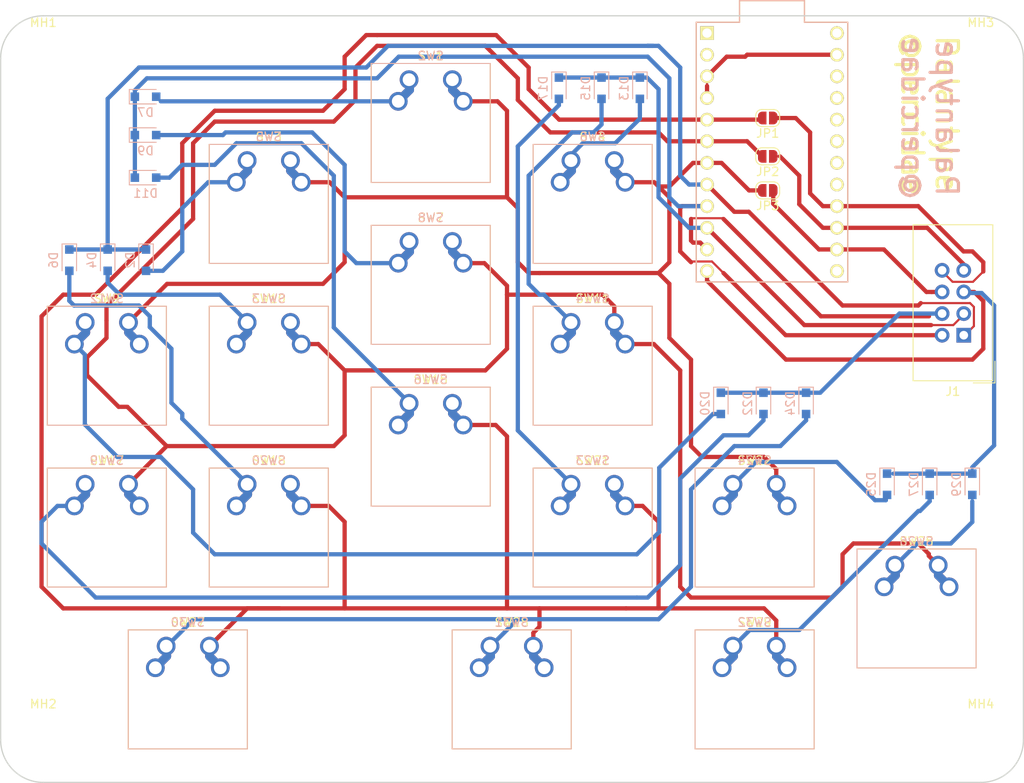
<source format=kicad_pcb>
(kicad_pcb (version 20171130) (host pcbnew "(5.0.0)")

  (general
    (thickness 1.6)
    (drawings 10)
    (tracks 478)
    (zones 0)
    (modules 56)
    (nets 38)
  )

  (page A4)
  (layers
    (0 F.Cu signal)
    (31 B.Cu signal)
    (32 B.Adhes user hide)
    (33 F.Adhes user hide)
    (34 B.Paste user hide)
    (35 F.Paste user hide)
    (36 B.SilkS user)
    (37 F.SilkS user)
    (38 B.Mask user hide)
    (39 F.Mask user hide)
    (40 Dwgs.User user hide)
    (41 Cmts.User user hide)
    (42 Eco1.User user hide)
    (43 Eco2.User user hide)
    (44 Edge.Cuts user)
    (45 Margin user hide)
    (46 B.CrtYd user hide)
    (47 F.CrtYd user hide)
    (48 B.Fab user hide)
    (49 F.Fab user hide)
  )

  (setup
    (last_trace_width 0.25)
    (trace_clearance 0.2)
    (zone_clearance 0.508)
    (zone_45_only no)
    (trace_min 0.2)
    (segment_width 0.2)
    (edge_width 0.15)
    (via_size 0.8)
    (via_drill 0.4)
    (via_min_size 0.4)
    (via_min_drill 0.3)
    (uvia_size 0.3)
    (uvia_drill 0.1)
    (uvias_allowed no)
    (uvia_min_size 0.2)
    (uvia_min_drill 0.1)
    (pcb_text_width 0.3)
    (pcb_text_size 1.5 1.5)
    (mod_edge_width 0.15)
    (mod_text_size 1 1)
    (mod_text_width 0.15)
    (pad_size 3.2 3.2)
    (pad_drill 3.2)
    (pad_to_mask_clearance 0.2)
    (aux_axis_origin 12 197)
    (visible_elements 7FFFFFFF)
    (pcbplotparams
      (layerselection 0x010fc_ffffffff)
      (usegerberextensions false)
      (usegerberattributes false)
      (usegerberadvancedattributes false)
      (creategerberjobfile true)
      (excludeedgelayer true)
      (linewidth 0.100000)
      (plotframeref false)
      (viasonmask false)
      (mode 1)
      (useauxorigin false)
      (hpglpennumber 1)
      (hpglpenspeed 20)
      (hpglpendiameter 15.000000)
      (psnegative false)
      (psa4output false)
      (plotreference true)
      (plotvalue true)
      (plotinvisibletext false)
      (padsonsilk false)
      (subtractmaskfromsilk false)
      (outputformat 1)
      (mirror false)
      (drillshape 0)
      (scaleselection 1)
      (outputdirectory ""))
  )

  (net 0 "")
  (net 1 /Column_2)
  (net 2 /Column_3)
  (net 3 "Net-(D7-Pad2)")
  (net 4 "Net-(D11-Pad2)")
  (net 5 "Net-(D13-Pad2)")
  (net 6 /Column_4)
  (net 7 "Net-(D15-Pad2)")
  (net 8 "Net-(D17-Pad2)")
  (net 9 /Column_1)
  (net 10 "Net-(D25-Pad2)")
  (net 11 /Column_5)
  (net 12 "Net-(D27-Pad2)")
  (net 13 "Net-(D29-Pad2)")
  (net 14 /Row_4)
  (net 15 /Row_5)
  (net 16 /Row_6)
  (net 17 /Row_1)
  (net 18 /Row_2)
  (net 19 /Row_3)
  (net 20 "Net-(U1-Pad1)")
  (net 21 "Net-(U1-Pad2)")
  (net 22 GND)
  (net 23 "Net-(U1-Pad13)")
  (net 24 "Net-(U1-Pad17)")
  (net 25 "Net-(U1-Pad18)")
  (net 26 "Net-(U1-Pad19)")
  (net 27 "Net-(U1-Pad20)")
  (net 28 +5V)
  (net 29 "Net-(U1-Pad22)")
  (net 30 "Net-(U1-Pad24)")
  (net 31 "Net-(D2-Pad2)")
  (net 32 "Net-(D4-Pad2)")
  (net 33 "Net-(D6-Pad2)")
  (net 34 "Net-(D9-Pad2)")
  (net 35 "Net-(D20-Pad2)")
  (net 36 "Net-(D22-Pad2)")
  (net 37 "Net-(D24-Pad2)")

  (net_class Default "Dies ist die voreingestellte Netzklasse."
    (clearance 0.2)
    (trace_width 0.25)
    (via_dia 0.8)
    (via_drill 0.4)
    (uvia_dia 0.3)
    (uvia_drill 0.1)
    (add_net +5V)
    (add_net /Column_1)
    (add_net /Column_2)
    (add_net /Column_3)
    (add_net /Column_4)
    (add_net /Column_5)
    (add_net /Row_1)
    (add_net /Row_2)
    (add_net /Row_3)
    (add_net /Row_4)
    (add_net /Row_5)
    (add_net /Row_6)
    (add_net GND)
    (add_net "Net-(D11-Pad2)")
    (add_net "Net-(D13-Pad2)")
    (add_net "Net-(D15-Pad2)")
    (add_net "Net-(D17-Pad2)")
    (add_net "Net-(D2-Pad2)")
    (add_net "Net-(D20-Pad2)")
    (add_net "Net-(D22-Pad2)")
    (add_net "Net-(D24-Pad2)")
    (add_net "Net-(D25-Pad2)")
    (add_net "Net-(D27-Pad2)")
    (add_net "Net-(D29-Pad2)")
    (add_net "Net-(D4-Pad2)")
    (add_net "Net-(D6-Pad2)")
    (add_net "Net-(D7-Pad2)")
    (add_net "Net-(D9-Pad2)")
    (add_net "Net-(U1-Pad1)")
    (add_net "Net-(U1-Pad13)")
    (add_net "Net-(U1-Pad17)")
    (add_net "Net-(U1-Pad18)")
    (add_net "Net-(U1-Pad19)")
    (add_net "Net-(U1-Pad2)")
    (add_net "Net-(U1-Pad20)")
    (add_net "Net-(U1-Pad22)")
    (add_net "Net-(U1-Pad24)")
  )

  (module Button_Switch_Keyboard:SW_Cherry_MX1A_1.00u_PCB (layer B.Cu) (tedit 5A02FE24) (tstamp 5B8CF0F9)
    (at 131.92 101 180)
    (descr "Cherry MX keyswitch, MX1A, 1.00u, PCB mount, http://cherryamericas.com/wp-content/uploads/2014/12/mx_cat.pdf")
    (tags "cherry mx keyswitch MX1A 1.00u PCB")
    (path /5B75A304)
    (fp_text reference SW24 (at -2.54 2.794 180) (layer B.SilkS)
      (effects (font (size 1 1) (thickness 0.15)) (justify mirror))
    )
    (fp_text value SW_Push (at -2.54 -12.954 180) (layer B.Fab)
      (effects (font (size 1 1) (thickness 0.15)) (justify mirror))
    )
    (fp_text user %R (at -2.54 2.794 180) (layer B.Fab)
      (effects (font (size 1 1) (thickness 0.15)) (justify mirror))
    )
    (fp_line (start -8.89 1.27) (end 3.81 1.27) (layer B.Fab) (width 0.15))
    (fp_line (start 3.81 1.27) (end 3.81 -11.43) (layer B.Fab) (width 0.15))
    (fp_line (start 3.81 -11.43) (end -8.89 -11.43) (layer B.Fab) (width 0.15))
    (fp_line (start -8.89 -11.43) (end -8.89 1.27) (layer B.Fab) (width 0.15))
    (fp_line (start -9.14 -11.68) (end -9.14 1.52) (layer B.CrtYd) (width 0.05))
    (fp_line (start 4.06 -11.68) (end -9.14 -11.68) (layer B.CrtYd) (width 0.05))
    (fp_line (start 4.06 1.52) (end 4.06 -11.68) (layer B.CrtYd) (width 0.05))
    (fp_line (start -9.14 1.52) (end 4.06 1.52) (layer B.CrtYd) (width 0.05))
    (fp_line (start -12.065 4.445) (end 6.985 4.445) (layer Dwgs.User) (width 0.15))
    (fp_line (start 6.985 4.445) (end 6.985 -14.605) (layer Dwgs.User) (width 0.15))
    (fp_line (start 6.985 -14.605) (end -12.065 -14.605) (layer Dwgs.User) (width 0.15))
    (fp_line (start -12.065 -14.605) (end -12.065 4.445) (layer Dwgs.User) (width 0.15))
    (fp_line (start -9.525 1.905) (end 4.445 1.905) (layer B.SilkS) (width 0.12))
    (fp_line (start 4.445 1.905) (end 4.445 -12.065) (layer B.SilkS) (width 0.12))
    (fp_line (start 4.445 -12.065) (end -9.525 -12.065) (layer B.SilkS) (width 0.12))
    (fp_line (start -9.525 -12.065) (end -9.525 1.905) (layer B.SilkS) (width 0.12))
    (pad 1 thru_hole circle (at 0 0 180) (size 2.2 2.2) (drill 1.5) (layers *.Cu *.Mask)
      (net 10 "Net-(D25-Pad2)"))
    (pad 2 thru_hole circle (at -6.35 -2.54 180) (size 2.2 2.2) (drill 1.5) (layers *.Cu *.Mask)
      (net 19 /Row_3))
    (pad "" np_thru_hole circle (at -2.54 -5.08 180) (size 4 4) (drill 4) (layers *.Cu *.Mask))
    (pad "" np_thru_hole circle (at -7.62 -5.08 180) (size 1.7 1.7) (drill 1.7) (layers *.Cu *.Mask))
    (pad "" np_thru_hole circle (at 2.54 -5.08 180) (size 1.7 1.7) (drill 1.7) (layers *.Cu *.Mask))
    (model ${KISYS3DMOD}/Button_Switch_Keyboard.3dshapes/SW_Cherry_MX1A_1.00u_PCB.wrl
      (at (xyz 0 0 0))
      (scale (xyz 1 1 1))
      (rotate (xyz 0 0 0))
    )
  )

  (module Diode_SMD:D_SOD-323_HandSoldering (layer B.Cu) (tedit 58641869) (tstamp 5B8CEB05)
    (at 63.058271 74.688257 270)
    (descr SOD-323)
    (tags SOD-323)
    (path /5B6907DB)
    (attr smd)
    (fp_text reference D2 (at 0 1.85 270) (layer B.SilkS)
      (effects (font (size 1 1) (thickness 0.15)) (justify mirror))
    )
    (fp_text value 1N4148 (at 0.1 -1.9 270) (layer B.Fab)
      (effects (font (size 1 1) (thickness 0.15)) (justify mirror))
    )
    (fp_line (start -1.9 0.85) (end 1.25 0.85) (layer B.SilkS) (width 0.12))
    (fp_line (start -1.9 -0.85) (end 1.25 -0.85) (layer B.SilkS) (width 0.12))
    (fp_line (start -2 0.95) (end -2 -0.95) (layer B.CrtYd) (width 0.05))
    (fp_line (start -2 -0.95) (end 2 -0.95) (layer B.CrtYd) (width 0.05))
    (fp_line (start 2 0.95) (end 2 -0.95) (layer B.CrtYd) (width 0.05))
    (fp_line (start -2 0.95) (end 2 0.95) (layer B.CrtYd) (width 0.05))
    (fp_line (start -0.9 0.7) (end 0.9 0.7) (layer B.Fab) (width 0.1))
    (fp_line (start 0.9 0.7) (end 0.9 -0.7) (layer B.Fab) (width 0.1))
    (fp_line (start 0.9 -0.7) (end -0.9 -0.7) (layer B.Fab) (width 0.1))
    (fp_line (start -0.9 -0.7) (end -0.9 0.7) (layer B.Fab) (width 0.1))
    (fp_line (start -0.3 0.35) (end -0.3 -0.35) (layer B.Fab) (width 0.1))
    (fp_line (start -0.3 0) (end -0.5 0) (layer B.Fab) (width 0.1))
    (fp_line (start -0.3 0) (end 0.2 0.35) (layer B.Fab) (width 0.1))
    (fp_line (start 0.2 0.35) (end 0.2 -0.35) (layer B.Fab) (width 0.1))
    (fp_line (start 0.2 -0.35) (end -0.3 0) (layer B.Fab) (width 0.1))
    (fp_line (start 0.2 0) (end 0.45 0) (layer B.Fab) (width 0.1))
    (fp_line (start -1.9 0.85) (end -1.9 -0.85) (layer B.SilkS) (width 0.12))
    (fp_text user %R (at 0 1.85 270) (layer B.Fab)
      (effects (font (size 1 1) (thickness 0.15)) (justify mirror))
    )
    (pad 2 smd rect (at 1.25 0 270) (size 1 1) (layers B.Cu B.Paste B.Mask)
      (net 31 "Net-(D2-Pad2)"))
    (pad 1 smd rect (at -1.25 0 270) (size 1 1) (layers B.Cu B.Paste B.Mask)
      (net 1 /Column_2))
    (model ${KISYS3DMOD}/Diode_SMD.3dshapes/D_SOD-323.wrl
      (at (xyz 0 0 0))
      (scale (xyz 1 1 1))
      (rotate (xyz 0 0 0))
    )
  )

  (module Diode_SMD:D_SOD-323_HandSoldering (layer B.Cu) (tedit 58641869) (tstamp 5B8CEB3C)
    (at 58.558271 74.688257 270)
    (descr SOD-323)
    (tags SOD-323)
    (path /5B690787)
    (attr smd)
    (fp_text reference D4 (at 0 1.85 270) (layer B.SilkS)
      (effects (font (size 1 1) (thickness 0.15)) (justify mirror))
    )
    (fp_text value 1N4148 (at 0.1 -1.9 270) (layer B.Fab)
      (effects (font (size 1 1) (thickness 0.15)) (justify mirror))
    )
    (fp_text user %R (at 0 1.85 270) (layer B.Fab)
      (effects (font (size 1 1) (thickness 0.15)) (justify mirror))
    )
    (fp_line (start -1.9 0.85) (end -1.9 -0.85) (layer B.SilkS) (width 0.12))
    (fp_line (start 0.2 0) (end 0.45 0) (layer B.Fab) (width 0.1))
    (fp_line (start 0.2 -0.35) (end -0.3 0) (layer B.Fab) (width 0.1))
    (fp_line (start 0.2 0.35) (end 0.2 -0.35) (layer B.Fab) (width 0.1))
    (fp_line (start -0.3 0) (end 0.2 0.35) (layer B.Fab) (width 0.1))
    (fp_line (start -0.3 0) (end -0.5 0) (layer B.Fab) (width 0.1))
    (fp_line (start -0.3 0.35) (end -0.3 -0.35) (layer B.Fab) (width 0.1))
    (fp_line (start -0.9 -0.7) (end -0.9 0.7) (layer B.Fab) (width 0.1))
    (fp_line (start 0.9 -0.7) (end -0.9 -0.7) (layer B.Fab) (width 0.1))
    (fp_line (start 0.9 0.7) (end 0.9 -0.7) (layer B.Fab) (width 0.1))
    (fp_line (start -0.9 0.7) (end 0.9 0.7) (layer B.Fab) (width 0.1))
    (fp_line (start -2 0.95) (end 2 0.95) (layer B.CrtYd) (width 0.05))
    (fp_line (start 2 0.95) (end 2 -0.95) (layer B.CrtYd) (width 0.05))
    (fp_line (start -2 -0.95) (end 2 -0.95) (layer B.CrtYd) (width 0.05))
    (fp_line (start -2 0.95) (end -2 -0.95) (layer B.CrtYd) (width 0.05))
    (fp_line (start -1.9 -0.85) (end 1.25 -0.85) (layer B.SilkS) (width 0.12))
    (fp_line (start -1.9 0.85) (end 1.25 0.85) (layer B.SilkS) (width 0.12))
    (pad 1 smd rect (at -1.25 0 270) (size 1 1) (layers B.Cu B.Paste B.Mask)
      (net 1 /Column_2))
    (pad 2 smd rect (at 1.25 0 270) (size 1 1) (layers B.Cu B.Paste B.Mask)
      (net 32 "Net-(D4-Pad2)"))
    (model ${KISYS3DMOD}/Diode_SMD.3dshapes/D_SOD-323.wrl
      (at (xyz 0 0 0))
      (scale (xyz 1 1 1))
      (rotate (xyz 0 0 0))
    )
  )

  (module Diode_SMD:D_SOD-323_HandSoldering (layer B.Cu) (tedit 58641869) (tstamp 5B8CEB73)
    (at 54.058271 74.688257 270)
    (descr SOD-323)
    (tags SOD-323)
    (path /5B69069B)
    (attr smd)
    (fp_text reference D6 (at 0 1.85 270) (layer B.SilkS)
      (effects (font (size 1 1) (thickness 0.15)) (justify mirror))
    )
    (fp_text value 1N4148 (at 0.1 -1.9 270) (layer B.Fab)
      (effects (font (size 1 1) (thickness 0.15)) (justify mirror))
    )
    (fp_line (start -1.9 0.85) (end 1.25 0.85) (layer B.SilkS) (width 0.12))
    (fp_line (start -1.9 -0.85) (end 1.25 -0.85) (layer B.SilkS) (width 0.12))
    (fp_line (start -2 0.95) (end -2 -0.95) (layer B.CrtYd) (width 0.05))
    (fp_line (start -2 -0.95) (end 2 -0.95) (layer B.CrtYd) (width 0.05))
    (fp_line (start 2 0.95) (end 2 -0.95) (layer B.CrtYd) (width 0.05))
    (fp_line (start -2 0.95) (end 2 0.95) (layer B.CrtYd) (width 0.05))
    (fp_line (start -0.9 0.7) (end 0.9 0.7) (layer B.Fab) (width 0.1))
    (fp_line (start 0.9 0.7) (end 0.9 -0.7) (layer B.Fab) (width 0.1))
    (fp_line (start 0.9 -0.7) (end -0.9 -0.7) (layer B.Fab) (width 0.1))
    (fp_line (start -0.9 -0.7) (end -0.9 0.7) (layer B.Fab) (width 0.1))
    (fp_line (start -0.3 0.35) (end -0.3 -0.35) (layer B.Fab) (width 0.1))
    (fp_line (start -0.3 0) (end -0.5 0) (layer B.Fab) (width 0.1))
    (fp_line (start -0.3 0) (end 0.2 0.35) (layer B.Fab) (width 0.1))
    (fp_line (start 0.2 0.35) (end 0.2 -0.35) (layer B.Fab) (width 0.1))
    (fp_line (start 0.2 -0.35) (end -0.3 0) (layer B.Fab) (width 0.1))
    (fp_line (start 0.2 0) (end 0.45 0) (layer B.Fab) (width 0.1))
    (fp_line (start -1.9 0.85) (end -1.9 -0.85) (layer B.SilkS) (width 0.12))
    (fp_text user %R (at 0 1.85 270) (layer B.Fab)
      (effects (font (size 1 1) (thickness 0.15)) (justify mirror))
    )
    (pad 2 smd rect (at 1.25 0 270) (size 1 1) (layers B.Cu B.Paste B.Mask)
      (net 33 "Net-(D6-Pad2)"))
    (pad 1 smd rect (at -1.25 0 270) (size 1 1) (layers B.Cu B.Paste B.Mask)
      (net 1 /Column_2))
    (model ${KISYS3DMOD}/Diode_SMD.3dshapes/D_SOD-323.wrl
      (at (xyz 0 0 0))
      (scale (xyz 1 1 1))
      (rotate (xyz 0 0 0))
    )
  )

  (module Diode_SMD:D_SOD-323_HandSoldering (layer B.Cu) (tedit 58641869) (tstamp 5B8D481A)
    (at 63 55.5)
    (descr SOD-323)
    (tags SOD-323)
    (path /5B69045B)
    (attr smd)
    (fp_text reference D7 (at 0 1.85) (layer B.SilkS)
      (effects (font (size 1 1) (thickness 0.15)) (justify mirror))
    )
    (fp_text value 1N4148 (at 0.1 -1.9) (layer B.Fab)
      (effects (font (size 1 1) (thickness 0.15)) (justify mirror))
    )
    (fp_text user %R (at 0 1.85) (layer B.Fab)
      (effects (font (size 1 1) (thickness 0.15)) (justify mirror))
    )
    (fp_line (start -1.9 0.85) (end -1.9 -0.85) (layer B.SilkS) (width 0.12))
    (fp_line (start 0.2 0) (end 0.45 0) (layer B.Fab) (width 0.1))
    (fp_line (start 0.2 -0.35) (end -0.3 0) (layer B.Fab) (width 0.1))
    (fp_line (start 0.2 0.35) (end 0.2 -0.35) (layer B.Fab) (width 0.1))
    (fp_line (start -0.3 0) (end 0.2 0.35) (layer B.Fab) (width 0.1))
    (fp_line (start -0.3 0) (end -0.5 0) (layer B.Fab) (width 0.1))
    (fp_line (start -0.3 0.35) (end -0.3 -0.35) (layer B.Fab) (width 0.1))
    (fp_line (start -0.9 -0.7) (end -0.9 0.7) (layer B.Fab) (width 0.1))
    (fp_line (start 0.9 -0.7) (end -0.9 -0.7) (layer B.Fab) (width 0.1))
    (fp_line (start 0.9 0.7) (end 0.9 -0.7) (layer B.Fab) (width 0.1))
    (fp_line (start -0.9 0.7) (end 0.9 0.7) (layer B.Fab) (width 0.1))
    (fp_line (start -2 0.95) (end 2 0.95) (layer B.CrtYd) (width 0.05))
    (fp_line (start 2 0.95) (end 2 -0.95) (layer B.CrtYd) (width 0.05))
    (fp_line (start -2 -0.95) (end 2 -0.95) (layer B.CrtYd) (width 0.05))
    (fp_line (start -2 0.95) (end -2 -0.95) (layer B.CrtYd) (width 0.05))
    (fp_line (start -1.9 -0.85) (end 1.25 -0.85) (layer B.SilkS) (width 0.12))
    (fp_line (start -1.9 0.85) (end 1.25 0.85) (layer B.SilkS) (width 0.12))
    (pad 1 smd rect (at -1.25 0) (size 1 1) (layers B.Cu B.Paste B.Mask)
      (net 2 /Column_3))
    (pad 2 smd rect (at 1.25 0) (size 1 1) (layers B.Cu B.Paste B.Mask)
      (net 3 "Net-(D7-Pad2)"))
    (model ${KISYS3DMOD}/Diode_SMD.3dshapes/D_SOD-323.wrl
      (at (xyz 0 0 0))
      (scale (xyz 1 1 1))
      (rotate (xyz 0 0 0))
    )
  )

  (module Diode_SMD:D_SOD-323_HandSoldering (layer B.Cu) (tedit 58641869) (tstamp 5B8CEBC2)
    (at 63 60)
    (descr SOD-323)
    (tags SOD-323)
    (path /5B690401)
    (attr smd)
    (fp_text reference D9 (at 0 1.85) (layer B.SilkS)
      (effects (font (size 1 1) (thickness 0.15)) (justify mirror))
    )
    (fp_text value 1N4148 (at 0.1 -1.9) (layer B.Fab)
      (effects (font (size 1 1) (thickness 0.15)) (justify mirror))
    )
    (fp_line (start -1.9 0.85) (end 1.25 0.85) (layer B.SilkS) (width 0.12))
    (fp_line (start -1.9 -0.85) (end 1.25 -0.85) (layer B.SilkS) (width 0.12))
    (fp_line (start -2 0.95) (end -2 -0.95) (layer B.CrtYd) (width 0.05))
    (fp_line (start -2 -0.95) (end 2 -0.95) (layer B.CrtYd) (width 0.05))
    (fp_line (start 2 0.95) (end 2 -0.95) (layer B.CrtYd) (width 0.05))
    (fp_line (start -2 0.95) (end 2 0.95) (layer B.CrtYd) (width 0.05))
    (fp_line (start -0.9 0.7) (end 0.9 0.7) (layer B.Fab) (width 0.1))
    (fp_line (start 0.9 0.7) (end 0.9 -0.7) (layer B.Fab) (width 0.1))
    (fp_line (start 0.9 -0.7) (end -0.9 -0.7) (layer B.Fab) (width 0.1))
    (fp_line (start -0.9 -0.7) (end -0.9 0.7) (layer B.Fab) (width 0.1))
    (fp_line (start -0.3 0.35) (end -0.3 -0.35) (layer B.Fab) (width 0.1))
    (fp_line (start -0.3 0) (end -0.5 0) (layer B.Fab) (width 0.1))
    (fp_line (start -0.3 0) (end 0.2 0.35) (layer B.Fab) (width 0.1))
    (fp_line (start 0.2 0.35) (end 0.2 -0.35) (layer B.Fab) (width 0.1))
    (fp_line (start 0.2 -0.35) (end -0.3 0) (layer B.Fab) (width 0.1))
    (fp_line (start 0.2 0) (end 0.45 0) (layer B.Fab) (width 0.1))
    (fp_line (start -1.9 0.85) (end -1.9 -0.85) (layer B.SilkS) (width 0.12))
    (fp_text user %R (at 0 1.85) (layer B.Fab)
      (effects (font (size 1 1) (thickness 0.15)) (justify mirror))
    )
    (pad 2 smd rect (at 1.25 0) (size 1 1) (layers B.Cu B.Paste B.Mask)
      (net 34 "Net-(D9-Pad2)"))
    (pad 1 smd rect (at -1.25 0) (size 1 1) (layers B.Cu B.Paste B.Mask)
      (net 2 /Column_3))
    (model ${KISYS3DMOD}/Diode_SMD.3dshapes/D_SOD-323.wrl
      (at (xyz 0 0 0))
      (scale (xyz 1 1 1))
      (rotate (xyz 0 0 0))
    )
  )

  (module Diode_SMD:D_SOD-323_HandSoldering (layer B.Cu) (tedit 58641869) (tstamp 5B8CEBF9)
    (at 63 65)
    (descr SOD-323)
    (tags SOD-323)
    (path /5B690397)
    (attr smd)
    (fp_text reference D11 (at 0 1.85) (layer B.SilkS)
      (effects (font (size 1 1) (thickness 0.15)) (justify mirror))
    )
    (fp_text value 1N4148 (at 0.1 -1.9) (layer B.Fab)
      (effects (font (size 1 1) (thickness 0.15)) (justify mirror))
    )
    (fp_text user %R (at 0 1.85) (layer B.Fab)
      (effects (font (size 1 1) (thickness 0.15)) (justify mirror))
    )
    (fp_line (start -1.9 0.85) (end -1.9 -0.85) (layer B.SilkS) (width 0.12))
    (fp_line (start 0.2 0) (end 0.45 0) (layer B.Fab) (width 0.1))
    (fp_line (start 0.2 -0.35) (end -0.3 0) (layer B.Fab) (width 0.1))
    (fp_line (start 0.2 0.35) (end 0.2 -0.35) (layer B.Fab) (width 0.1))
    (fp_line (start -0.3 0) (end 0.2 0.35) (layer B.Fab) (width 0.1))
    (fp_line (start -0.3 0) (end -0.5 0) (layer B.Fab) (width 0.1))
    (fp_line (start -0.3 0.35) (end -0.3 -0.35) (layer B.Fab) (width 0.1))
    (fp_line (start -0.9 -0.7) (end -0.9 0.7) (layer B.Fab) (width 0.1))
    (fp_line (start 0.9 -0.7) (end -0.9 -0.7) (layer B.Fab) (width 0.1))
    (fp_line (start 0.9 0.7) (end 0.9 -0.7) (layer B.Fab) (width 0.1))
    (fp_line (start -0.9 0.7) (end 0.9 0.7) (layer B.Fab) (width 0.1))
    (fp_line (start -2 0.95) (end 2 0.95) (layer B.CrtYd) (width 0.05))
    (fp_line (start 2 0.95) (end 2 -0.95) (layer B.CrtYd) (width 0.05))
    (fp_line (start -2 -0.95) (end 2 -0.95) (layer B.CrtYd) (width 0.05))
    (fp_line (start -2 0.95) (end -2 -0.95) (layer B.CrtYd) (width 0.05))
    (fp_line (start -1.9 -0.85) (end 1.25 -0.85) (layer B.SilkS) (width 0.12))
    (fp_line (start -1.9 0.85) (end 1.25 0.85) (layer B.SilkS) (width 0.12))
    (pad 1 smd rect (at -1.25 0) (size 1 1) (layers B.Cu B.Paste B.Mask)
      (net 2 /Column_3))
    (pad 2 smd rect (at 1.25 0) (size 1 1) (layers B.Cu B.Paste B.Mask)
      (net 4 "Net-(D11-Pad2)"))
    (model ${KISYS3DMOD}/Diode_SMD.3dshapes/D_SOD-323.wrl
      (at (xyz 0 0 0))
      (scale (xyz 1 1 1))
      (rotate (xyz 0 0 0))
    )
  )

  (module Diode_SMD:D_SOD-323_HandSoldering (layer B.Cu) (tedit 58641869) (tstamp 5B8CEC30)
    (at 121 54.5 270)
    (descr SOD-323)
    (tags SOD-323)
    (path /5B690345)
    (attr smd)
    (fp_text reference D13 (at 0 1.85 270) (layer B.SilkS)
      (effects (font (size 1 1) (thickness 0.15)) (justify mirror))
    )
    (fp_text value 1N4148 (at 0.1 -1.9 270) (layer B.Fab)
      (effects (font (size 1 1) (thickness 0.15)) (justify mirror))
    )
    (fp_line (start -1.9 0.85) (end 1.25 0.85) (layer B.SilkS) (width 0.12))
    (fp_line (start -1.9 -0.85) (end 1.25 -0.85) (layer B.SilkS) (width 0.12))
    (fp_line (start -2 0.95) (end -2 -0.95) (layer B.CrtYd) (width 0.05))
    (fp_line (start -2 -0.95) (end 2 -0.95) (layer B.CrtYd) (width 0.05))
    (fp_line (start 2 0.95) (end 2 -0.95) (layer B.CrtYd) (width 0.05))
    (fp_line (start -2 0.95) (end 2 0.95) (layer B.CrtYd) (width 0.05))
    (fp_line (start -0.9 0.7) (end 0.9 0.7) (layer B.Fab) (width 0.1))
    (fp_line (start 0.9 0.7) (end 0.9 -0.7) (layer B.Fab) (width 0.1))
    (fp_line (start 0.9 -0.7) (end -0.9 -0.7) (layer B.Fab) (width 0.1))
    (fp_line (start -0.9 -0.7) (end -0.9 0.7) (layer B.Fab) (width 0.1))
    (fp_line (start -0.3 0.35) (end -0.3 -0.35) (layer B.Fab) (width 0.1))
    (fp_line (start -0.3 0) (end -0.5 0) (layer B.Fab) (width 0.1))
    (fp_line (start -0.3 0) (end 0.2 0.35) (layer B.Fab) (width 0.1))
    (fp_line (start 0.2 0.35) (end 0.2 -0.35) (layer B.Fab) (width 0.1))
    (fp_line (start 0.2 -0.35) (end -0.3 0) (layer B.Fab) (width 0.1))
    (fp_line (start 0.2 0) (end 0.45 0) (layer B.Fab) (width 0.1))
    (fp_line (start -1.9 0.85) (end -1.9 -0.85) (layer B.SilkS) (width 0.12))
    (fp_text user %R (at 0 1.85 270) (layer B.Fab)
      (effects (font (size 1 1) (thickness 0.15)) (justify mirror))
    )
    (pad 2 smd rect (at 1.25 0 270) (size 1 1) (layers B.Cu B.Paste B.Mask)
      (net 5 "Net-(D13-Pad2)"))
    (pad 1 smd rect (at -1.25 0 270) (size 1 1) (layers B.Cu B.Paste B.Mask)
      (net 6 /Column_4))
    (model ${KISYS3DMOD}/Diode_SMD.3dshapes/D_SOD-323.wrl
      (at (xyz 0 0 0))
      (scale (xyz 1 1 1))
      (rotate (xyz 0 0 0))
    )
  )

  (module Diode_SMD:D_SOD-323_HandSoldering (layer B.Cu) (tedit 58641869) (tstamp 5B8CEC67)
    (at 116.5 54.5 270)
    (descr SOD-323)
    (tags SOD-323)
    (path /5B6902D5)
    (attr smd)
    (fp_text reference D15 (at 0 1.85 270) (layer B.SilkS)
      (effects (font (size 1 1) (thickness 0.15)) (justify mirror))
    )
    (fp_text value 1N4148 (at 0.1 -1.9 270) (layer B.Fab)
      (effects (font (size 1 1) (thickness 0.15)) (justify mirror))
    )
    (fp_text user %R (at 0 1.85 270) (layer B.Fab)
      (effects (font (size 1 1) (thickness 0.15)) (justify mirror))
    )
    (fp_line (start -1.9 0.85) (end -1.9 -0.85) (layer B.SilkS) (width 0.12))
    (fp_line (start 0.2 0) (end 0.45 0) (layer B.Fab) (width 0.1))
    (fp_line (start 0.2 -0.35) (end -0.3 0) (layer B.Fab) (width 0.1))
    (fp_line (start 0.2 0.35) (end 0.2 -0.35) (layer B.Fab) (width 0.1))
    (fp_line (start -0.3 0) (end 0.2 0.35) (layer B.Fab) (width 0.1))
    (fp_line (start -0.3 0) (end -0.5 0) (layer B.Fab) (width 0.1))
    (fp_line (start -0.3 0.35) (end -0.3 -0.35) (layer B.Fab) (width 0.1))
    (fp_line (start -0.9 -0.7) (end -0.9 0.7) (layer B.Fab) (width 0.1))
    (fp_line (start 0.9 -0.7) (end -0.9 -0.7) (layer B.Fab) (width 0.1))
    (fp_line (start 0.9 0.7) (end 0.9 -0.7) (layer B.Fab) (width 0.1))
    (fp_line (start -0.9 0.7) (end 0.9 0.7) (layer B.Fab) (width 0.1))
    (fp_line (start -2 0.95) (end 2 0.95) (layer B.CrtYd) (width 0.05))
    (fp_line (start 2 0.95) (end 2 -0.95) (layer B.CrtYd) (width 0.05))
    (fp_line (start -2 -0.95) (end 2 -0.95) (layer B.CrtYd) (width 0.05))
    (fp_line (start -2 0.95) (end -2 -0.95) (layer B.CrtYd) (width 0.05))
    (fp_line (start -1.9 -0.85) (end 1.25 -0.85) (layer B.SilkS) (width 0.12))
    (fp_line (start -1.9 0.85) (end 1.25 0.85) (layer B.SilkS) (width 0.12))
    (pad 1 smd rect (at -1.25 0 270) (size 1 1) (layers B.Cu B.Paste B.Mask)
      (net 6 /Column_4))
    (pad 2 smd rect (at 1.25 0 270) (size 1 1) (layers B.Cu B.Paste B.Mask)
      (net 7 "Net-(D15-Pad2)"))
    (model ${KISYS3DMOD}/Diode_SMD.3dshapes/D_SOD-323.wrl
      (at (xyz 0 0 0))
      (scale (xyz 1 1 1))
      (rotate (xyz 0 0 0))
    )
  )

  (module Diode_SMD:D_SOD-323_HandSoldering (layer B.Cu) (tedit 58641869) (tstamp 5B8CEC9E)
    (at 111.5 54.5 270)
    (descr SOD-323)
    (tags SOD-323)
    (path /5B6901A2)
    (attr smd)
    (fp_text reference D17 (at 0 1.85 270) (layer B.SilkS)
      (effects (font (size 1 1) (thickness 0.15)) (justify mirror))
    )
    (fp_text value 1N4148 (at 0.1 -1.9 270) (layer B.Fab)
      (effects (font (size 1 1) (thickness 0.15)) (justify mirror))
    )
    (fp_text user %R (at 0 1.85 270) (layer B.Fab)
      (effects (font (size 1 1) (thickness 0.15)) (justify mirror))
    )
    (fp_line (start -1.9 0.85) (end -1.9 -0.85) (layer B.SilkS) (width 0.12))
    (fp_line (start 0.2 0) (end 0.45 0) (layer B.Fab) (width 0.1))
    (fp_line (start 0.2 -0.35) (end -0.3 0) (layer B.Fab) (width 0.1))
    (fp_line (start 0.2 0.35) (end 0.2 -0.35) (layer B.Fab) (width 0.1))
    (fp_line (start -0.3 0) (end 0.2 0.35) (layer B.Fab) (width 0.1))
    (fp_line (start -0.3 0) (end -0.5 0) (layer B.Fab) (width 0.1))
    (fp_line (start -0.3 0.35) (end -0.3 -0.35) (layer B.Fab) (width 0.1))
    (fp_line (start -0.9 -0.7) (end -0.9 0.7) (layer B.Fab) (width 0.1))
    (fp_line (start 0.9 -0.7) (end -0.9 -0.7) (layer B.Fab) (width 0.1))
    (fp_line (start 0.9 0.7) (end 0.9 -0.7) (layer B.Fab) (width 0.1))
    (fp_line (start -0.9 0.7) (end 0.9 0.7) (layer B.Fab) (width 0.1))
    (fp_line (start -2 0.95) (end 2 0.95) (layer B.CrtYd) (width 0.05))
    (fp_line (start 2 0.95) (end 2 -0.95) (layer B.CrtYd) (width 0.05))
    (fp_line (start -2 -0.95) (end 2 -0.95) (layer B.CrtYd) (width 0.05))
    (fp_line (start -2 0.95) (end -2 -0.95) (layer B.CrtYd) (width 0.05))
    (fp_line (start -1.9 -0.85) (end 1.25 -0.85) (layer B.SilkS) (width 0.12))
    (fp_line (start -1.9 0.85) (end 1.25 0.85) (layer B.SilkS) (width 0.12))
    (pad 1 smd rect (at -1.25 0 270) (size 1 1) (layers B.Cu B.Paste B.Mask)
      (net 6 /Column_4))
    (pad 2 smd rect (at 1.25 0 270) (size 1 1) (layers B.Cu B.Paste B.Mask)
      (net 8 "Net-(D17-Pad2)"))
    (model ${KISYS3DMOD}/Diode_SMD.3dshapes/D_SOD-323.wrl
      (at (xyz 0 0 0))
      (scale (xyz 1 1 1))
      (rotate (xyz 0 0 0))
    )
  )

  (module Diode_SMD:D_SOD-323_HandSoldering (layer B.Cu) (tedit 58641869) (tstamp 5B8CED2B)
    (at 135.5 91.5 270)
    (descr SOD-323)
    (tags SOD-323)
    (path /5B68F3C8)
    (attr smd)
    (fp_text reference D22 (at 0 1.85 270) (layer B.SilkS)
      (effects (font (size 1 1) (thickness 0.15)) (justify mirror))
    )
    (fp_text value 1N4148 (at 0.1 -1.9 270) (layer B.Fab)
      (effects (font (size 1 1) (thickness 0.15)) (justify mirror))
    )
    (fp_line (start -1.9 0.85) (end 1.25 0.85) (layer B.SilkS) (width 0.12))
    (fp_line (start -1.9 -0.85) (end 1.25 -0.85) (layer B.SilkS) (width 0.12))
    (fp_line (start -2 0.95) (end -2 -0.95) (layer B.CrtYd) (width 0.05))
    (fp_line (start -2 -0.95) (end 2 -0.95) (layer B.CrtYd) (width 0.05))
    (fp_line (start 2 0.95) (end 2 -0.95) (layer B.CrtYd) (width 0.05))
    (fp_line (start -2 0.95) (end 2 0.95) (layer B.CrtYd) (width 0.05))
    (fp_line (start -0.9 0.7) (end 0.9 0.7) (layer B.Fab) (width 0.1))
    (fp_line (start 0.9 0.7) (end 0.9 -0.7) (layer B.Fab) (width 0.1))
    (fp_line (start 0.9 -0.7) (end -0.9 -0.7) (layer B.Fab) (width 0.1))
    (fp_line (start -0.9 -0.7) (end -0.9 0.7) (layer B.Fab) (width 0.1))
    (fp_line (start -0.3 0.35) (end -0.3 -0.35) (layer B.Fab) (width 0.1))
    (fp_line (start -0.3 0) (end -0.5 0) (layer B.Fab) (width 0.1))
    (fp_line (start -0.3 0) (end 0.2 0.35) (layer B.Fab) (width 0.1))
    (fp_line (start 0.2 0.35) (end 0.2 -0.35) (layer B.Fab) (width 0.1))
    (fp_line (start 0.2 -0.35) (end -0.3 0) (layer B.Fab) (width 0.1))
    (fp_line (start 0.2 0) (end 0.45 0) (layer B.Fab) (width 0.1))
    (fp_line (start -1.9 0.85) (end -1.9 -0.85) (layer B.SilkS) (width 0.12))
    (fp_text user %R (at 0 1.85 270) (layer B.Fab)
      (effects (font (size 1 1) (thickness 0.15)) (justify mirror))
    )
    (pad 2 smd rect (at 1.25 0 270) (size 1 1) (layers B.Cu B.Paste B.Mask)
      (net 36 "Net-(D22-Pad2)"))
    (pad 1 smd rect (at -1.25 0 270) (size 1 1) (layers B.Cu B.Paste B.Mask)
      (net 9 /Column_1))
    (model ${KISYS3DMOD}/Diode_SMD.3dshapes/D_SOD-323.wrl
      (at (xyz 0 0 0))
      (scale (xyz 1 1 1))
      (rotate (xyz 0 0 0))
    )
  )

  (module Diode_SMD:D_SOD-323_HandSoldering (layer B.Cu) (tedit 58641869) (tstamp 5B8CED62)
    (at 140.5 91.5 270)
    (descr SOD-323)
    (tags SOD-323)
    (path /5B68F386)
    (attr smd)
    (fp_text reference D24 (at 0 1.85 270) (layer B.SilkS)
      (effects (font (size 1 1) (thickness 0.15)) (justify mirror))
    )
    (fp_text value 1N4148 (at 0.1 -1.9 270) (layer B.Fab)
      (effects (font (size 1 1) (thickness 0.15)) (justify mirror))
    )
    (fp_text user %R (at 0 1.85 270) (layer B.Fab)
      (effects (font (size 1 1) (thickness 0.15)) (justify mirror))
    )
    (fp_line (start -1.9 0.85) (end -1.9 -0.85) (layer B.SilkS) (width 0.12))
    (fp_line (start 0.2 0) (end 0.45 0) (layer B.Fab) (width 0.1))
    (fp_line (start 0.2 -0.35) (end -0.3 0) (layer B.Fab) (width 0.1))
    (fp_line (start 0.2 0.35) (end 0.2 -0.35) (layer B.Fab) (width 0.1))
    (fp_line (start -0.3 0) (end 0.2 0.35) (layer B.Fab) (width 0.1))
    (fp_line (start -0.3 0) (end -0.5 0) (layer B.Fab) (width 0.1))
    (fp_line (start -0.3 0.35) (end -0.3 -0.35) (layer B.Fab) (width 0.1))
    (fp_line (start -0.9 -0.7) (end -0.9 0.7) (layer B.Fab) (width 0.1))
    (fp_line (start 0.9 -0.7) (end -0.9 -0.7) (layer B.Fab) (width 0.1))
    (fp_line (start 0.9 0.7) (end 0.9 -0.7) (layer B.Fab) (width 0.1))
    (fp_line (start -0.9 0.7) (end 0.9 0.7) (layer B.Fab) (width 0.1))
    (fp_line (start -2 0.95) (end 2 0.95) (layer B.CrtYd) (width 0.05))
    (fp_line (start 2 0.95) (end 2 -0.95) (layer B.CrtYd) (width 0.05))
    (fp_line (start -2 -0.95) (end 2 -0.95) (layer B.CrtYd) (width 0.05))
    (fp_line (start -2 0.95) (end -2 -0.95) (layer B.CrtYd) (width 0.05))
    (fp_line (start -1.9 -0.85) (end 1.25 -0.85) (layer B.SilkS) (width 0.12))
    (fp_line (start -1.9 0.85) (end 1.25 0.85) (layer B.SilkS) (width 0.12))
    (pad 1 smd rect (at -1.25 0 270) (size 1 1) (layers B.Cu B.Paste B.Mask)
      (net 9 /Column_1))
    (pad 2 smd rect (at 1.25 0 270) (size 1 1) (layers B.Cu B.Paste B.Mask)
      (net 37 "Net-(D24-Pad2)"))
    (model ${KISYS3DMOD}/Diode_SMD.3dshapes/D_SOD-323.wrl
      (at (xyz 0 0 0))
      (scale (xyz 1 1 1))
      (rotate (xyz 0 0 0))
    )
  )

  (module Diode_SMD:D_SOD-323_HandSoldering (layer B.Cu) (tedit 58641869) (tstamp 5B8D49DA)
    (at 150 101 270)
    (descr SOD-323)
    (tags SOD-323)
    (path /5B68F348)
    (attr smd)
    (fp_text reference D25 (at 0 1.85 270) (layer B.SilkS)
      (effects (font (size 1 1) (thickness 0.15)) (justify mirror))
    )
    (fp_text value 1N4148 (at 0.1 -1.9 270) (layer B.Fab)
      (effects (font (size 1 1) (thickness 0.15)) (justify mirror))
    )
    (fp_line (start -1.9 0.85) (end 1.25 0.85) (layer B.SilkS) (width 0.12))
    (fp_line (start -1.9 -0.85) (end 1.25 -0.85) (layer B.SilkS) (width 0.12))
    (fp_line (start -2 0.95) (end -2 -0.95) (layer B.CrtYd) (width 0.05))
    (fp_line (start -2 -0.95) (end 2 -0.95) (layer B.CrtYd) (width 0.05))
    (fp_line (start 2 0.95) (end 2 -0.95) (layer B.CrtYd) (width 0.05))
    (fp_line (start -2 0.95) (end 2 0.95) (layer B.CrtYd) (width 0.05))
    (fp_line (start -0.9 0.7) (end 0.9 0.7) (layer B.Fab) (width 0.1))
    (fp_line (start 0.9 0.7) (end 0.9 -0.7) (layer B.Fab) (width 0.1))
    (fp_line (start 0.9 -0.7) (end -0.9 -0.7) (layer B.Fab) (width 0.1))
    (fp_line (start -0.9 -0.7) (end -0.9 0.7) (layer B.Fab) (width 0.1))
    (fp_line (start -0.3 0.35) (end -0.3 -0.35) (layer B.Fab) (width 0.1))
    (fp_line (start -0.3 0) (end -0.5 0) (layer B.Fab) (width 0.1))
    (fp_line (start -0.3 0) (end 0.2 0.35) (layer B.Fab) (width 0.1))
    (fp_line (start 0.2 0.35) (end 0.2 -0.35) (layer B.Fab) (width 0.1))
    (fp_line (start 0.2 -0.35) (end -0.3 0) (layer B.Fab) (width 0.1))
    (fp_line (start 0.2 0) (end 0.45 0) (layer B.Fab) (width 0.1))
    (fp_line (start -1.9 0.85) (end -1.9 -0.85) (layer B.SilkS) (width 0.12))
    (fp_text user %R (at 0 1.85 270) (layer B.Fab)
      (effects (font (size 1 1) (thickness 0.15)) (justify mirror))
    )
    (pad 2 smd rect (at 1.25 0 270) (size 1 1) (layers B.Cu B.Paste B.Mask)
      (net 10 "Net-(D25-Pad2)"))
    (pad 1 smd rect (at -1.25 0 270) (size 1 1) (layers B.Cu B.Paste B.Mask)
      (net 11 /Column_5))
    (model ${KISYS3DMOD}/Diode_SMD.3dshapes/D_SOD-323.wrl
      (at (xyz 0 0 0))
      (scale (xyz 1 1 1))
      (rotate (xyz 0 0 0))
    )
  )

  (module Diode_SMD:D_SOD-323_HandSoldering (layer B.Cu) (tedit 58641869) (tstamp 5B8CEDB1)
    (at 155 101 270)
    (descr SOD-323)
    (tags SOD-323)
    (path /5B68F30C)
    (attr smd)
    (fp_text reference D27 (at 0 1.85 270) (layer B.SilkS)
      (effects (font (size 1 1) (thickness 0.15)) (justify mirror))
    )
    (fp_text value 1N4148 (at 0.1 -1.9 270) (layer B.Fab)
      (effects (font (size 1 1) (thickness 0.15)) (justify mirror))
    )
    (fp_text user %R (at 0 1.85 270) (layer B.Fab)
      (effects (font (size 1 1) (thickness 0.15)) (justify mirror))
    )
    (fp_line (start -1.9 0.85) (end -1.9 -0.85) (layer B.SilkS) (width 0.12))
    (fp_line (start 0.2 0) (end 0.45 0) (layer B.Fab) (width 0.1))
    (fp_line (start 0.2 -0.35) (end -0.3 0) (layer B.Fab) (width 0.1))
    (fp_line (start 0.2 0.35) (end 0.2 -0.35) (layer B.Fab) (width 0.1))
    (fp_line (start -0.3 0) (end 0.2 0.35) (layer B.Fab) (width 0.1))
    (fp_line (start -0.3 0) (end -0.5 0) (layer B.Fab) (width 0.1))
    (fp_line (start -0.3 0.35) (end -0.3 -0.35) (layer B.Fab) (width 0.1))
    (fp_line (start -0.9 -0.7) (end -0.9 0.7) (layer B.Fab) (width 0.1))
    (fp_line (start 0.9 -0.7) (end -0.9 -0.7) (layer B.Fab) (width 0.1))
    (fp_line (start 0.9 0.7) (end 0.9 -0.7) (layer B.Fab) (width 0.1))
    (fp_line (start -0.9 0.7) (end 0.9 0.7) (layer B.Fab) (width 0.1))
    (fp_line (start -2 0.95) (end 2 0.95) (layer B.CrtYd) (width 0.05))
    (fp_line (start 2 0.95) (end 2 -0.95) (layer B.CrtYd) (width 0.05))
    (fp_line (start -2 -0.95) (end 2 -0.95) (layer B.CrtYd) (width 0.05))
    (fp_line (start -2 0.95) (end -2 -0.95) (layer B.CrtYd) (width 0.05))
    (fp_line (start -1.9 -0.85) (end 1.25 -0.85) (layer B.SilkS) (width 0.12))
    (fp_line (start -1.9 0.85) (end 1.25 0.85) (layer B.SilkS) (width 0.12))
    (pad 1 smd rect (at -1.25 0 270) (size 1 1) (layers B.Cu B.Paste B.Mask)
      (net 11 /Column_5))
    (pad 2 smd rect (at 1.25 0 270) (size 1 1) (layers B.Cu B.Paste B.Mask)
      (net 12 "Net-(D27-Pad2)"))
    (model ${KISYS3DMOD}/Diode_SMD.3dshapes/D_SOD-323.wrl
      (at (xyz 0 0 0))
      (scale (xyz 1 1 1))
      (rotate (xyz 0 0 0))
    )
  )

  (module Diode_SMD:D_SOD-323_HandSoldering (layer B.Cu) (tedit 58641869) (tstamp 5B8CEDE8)
    (at 160 101 270)
    (descr SOD-323)
    (tags SOD-323)
    (path /5B68F12A)
    (attr smd)
    (fp_text reference D29 (at 0 1.85 270) (layer B.SilkS)
      (effects (font (size 1 1) (thickness 0.15)) (justify mirror))
    )
    (fp_text value 1N4148 (at 0.1 -1.9 270) (layer B.Fab)
      (effects (font (size 1 1) (thickness 0.15)) (justify mirror))
    )
    (fp_line (start -1.9 0.85) (end 1.25 0.85) (layer B.SilkS) (width 0.12))
    (fp_line (start -1.9 -0.85) (end 1.25 -0.85) (layer B.SilkS) (width 0.12))
    (fp_line (start -2 0.95) (end -2 -0.95) (layer B.CrtYd) (width 0.05))
    (fp_line (start -2 -0.95) (end 2 -0.95) (layer B.CrtYd) (width 0.05))
    (fp_line (start 2 0.95) (end 2 -0.95) (layer B.CrtYd) (width 0.05))
    (fp_line (start -2 0.95) (end 2 0.95) (layer B.CrtYd) (width 0.05))
    (fp_line (start -0.9 0.7) (end 0.9 0.7) (layer B.Fab) (width 0.1))
    (fp_line (start 0.9 0.7) (end 0.9 -0.7) (layer B.Fab) (width 0.1))
    (fp_line (start 0.9 -0.7) (end -0.9 -0.7) (layer B.Fab) (width 0.1))
    (fp_line (start -0.9 -0.7) (end -0.9 0.7) (layer B.Fab) (width 0.1))
    (fp_line (start -0.3 0.35) (end -0.3 -0.35) (layer B.Fab) (width 0.1))
    (fp_line (start -0.3 0) (end -0.5 0) (layer B.Fab) (width 0.1))
    (fp_line (start -0.3 0) (end 0.2 0.35) (layer B.Fab) (width 0.1))
    (fp_line (start 0.2 0.35) (end 0.2 -0.35) (layer B.Fab) (width 0.1))
    (fp_line (start 0.2 -0.35) (end -0.3 0) (layer B.Fab) (width 0.1))
    (fp_line (start 0.2 0) (end 0.45 0) (layer B.Fab) (width 0.1))
    (fp_line (start -1.9 0.85) (end -1.9 -0.85) (layer B.SilkS) (width 0.12))
    (fp_text user %R (at 0 1.85 270) (layer B.Fab)
      (effects (font (size 1 1) (thickness 0.15)) (justify mirror))
    )
    (pad 2 smd rect (at 1.25 0 270) (size 1 1) (layers B.Cu B.Paste B.Mask)
      (net 13 "Net-(D29-Pad2)"))
    (pad 1 smd rect (at -1.25 0 270) (size 1 1) (layers B.Cu B.Paste B.Mask)
      (net 11 /Column_5))
    (model ${KISYS3DMOD}/Diode_SMD.3dshapes/D_SOD-323.wrl
      (at (xyz 0 0 0))
      (scale (xyz 1 1 1))
      (rotate (xyz 0 0 0))
    )
  )

  (module Connector_IDC:IDC-Header_2x04_P2.54mm_Vertical (layer F.Cu) (tedit 59DE070F) (tstamp 5B8D6BEB)
    (at 159 83.5 180)
    (descr "Through hole straight IDC box header, 2x04, 2.54mm pitch, double rows")
    (tags "Through hole IDC box header THT 2x04 2.54mm double row")
    (path /5B68EDA4)
    (fp_text reference J1 (at 1.27 -6.604 180) (layer F.SilkS)
      (effects (font (size 1 1) (thickness 0.15)))
    )
    (fp_text value Conn_02x04_Odd_Even (at 1.27 14.224 180) (layer F.Fab)
      (effects (font (size 1 1) (thickness 0.15)))
    )
    (fp_line (start -3.655 -5.6) (end -1.115 -5.6) (layer F.SilkS) (width 0.12))
    (fp_line (start -3.655 -5.6) (end -3.655 -3.06) (layer F.SilkS) (width 0.12))
    (fp_line (start -3.405 -5.35) (end 5.945 -5.35) (layer F.SilkS) (width 0.12))
    (fp_line (start -3.405 12.97) (end -3.405 -5.35) (layer F.SilkS) (width 0.12))
    (fp_line (start 5.945 12.97) (end -3.405 12.97) (layer F.SilkS) (width 0.12))
    (fp_line (start 5.945 -5.35) (end 5.945 12.97) (layer F.SilkS) (width 0.12))
    (fp_line (start -3.41 -5.35) (end 5.95 -5.35) (layer F.CrtYd) (width 0.05))
    (fp_line (start -3.41 12.97) (end -3.41 -5.35) (layer F.CrtYd) (width 0.05))
    (fp_line (start 5.95 12.97) (end -3.41 12.97) (layer F.CrtYd) (width 0.05))
    (fp_line (start 5.95 -5.35) (end 5.95 12.97) (layer F.CrtYd) (width 0.05))
    (fp_line (start -3.155 12.72) (end -2.605 12.16) (layer F.Fab) (width 0.1))
    (fp_line (start -3.155 -5.1) (end -2.605 -4.56) (layer F.Fab) (width 0.1))
    (fp_line (start 5.695 12.72) (end 5.145 12.16) (layer F.Fab) (width 0.1))
    (fp_line (start 5.695 -5.1) (end 5.145 -4.56) (layer F.Fab) (width 0.1))
    (fp_line (start 5.145 12.16) (end -2.605 12.16) (layer F.Fab) (width 0.1))
    (fp_line (start 5.695 12.72) (end -3.155 12.72) (layer F.Fab) (width 0.1))
    (fp_line (start 5.145 -4.56) (end -2.605 -4.56) (layer F.Fab) (width 0.1))
    (fp_line (start 5.695 -5.1) (end -3.155 -5.1) (layer F.Fab) (width 0.1))
    (fp_line (start -2.605 6.06) (end -3.155 6.06) (layer F.Fab) (width 0.1))
    (fp_line (start -2.605 1.56) (end -3.155 1.56) (layer F.Fab) (width 0.1))
    (fp_line (start -2.605 6.06) (end -2.605 12.16) (layer F.Fab) (width 0.1))
    (fp_line (start -2.605 -4.56) (end -2.605 1.56) (layer F.Fab) (width 0.1))
    (fp_line (start -3.155 -5.1) (end -3.155 12.72) (layer F.Fab) (width 0.1))
    (fp_line (start 5.145 -4.56) (end 5.145 12.16) (layer F.Fab) (width 0.1))
    (fp_line (start 5.695 -5.1) (end 5.695 12.72) (layer F.Fab) (width 0.1))
    (fp_text user %R (at 1.27 3.81 180) (layer F.Fab)
      (effects (font (size 1 1) (thickness 0.15)))
    )
    (pad 8 thru_hole oval (at 2.54 7.62 180) (size 1.7272 1.7272) (drill 1.016) (layers *.Cu *.Mask)
      (net 14 /Row_4))
    (pad 7 thru_hole oval (at 0 7.62 180) (size 1.7272 1.7272) (drill 1.016) (layers *.Cu *.Mask)
      (net 15 /Row_5))
    (pad 6 thru_hole oval (at 2.54 5.08 180) (size 1.7272 1.7272) (drill 1.016) (layers *.Cu *.Mask)
      (net 16 /Row_6))
    (pad 5 thru_hole oval (at 0 5.08 180) (size 1.7272 1.7272) (drill 1.016) (layers *.Cu *.Mask)
      (net 11 /Column_5))
    (pad 4 thru_hole oval (at 2.54 2.54 180) (size 1.7272 1.7272) (drill 1.016) (layers *.Cu *.Mask)
      (net 9 /Column_1))
    (pad 3 thru_hole oval (at 0 2.54 180) (size 1.7272 1.7272) (drill 1.016) (layers *.Cu *.Mask)
      (net 6 /Column_4))
    (pad 2 thru_hole oval (at 2.54 0 180) (size 1.7272 1.7272) (drill 1.016) (layers *.Cu *.Mask)
      (net 2 /Column_3))
    (pad 1 thru_hole rect (at 0 0 180) (size 1.7272 1.7272) (drill 1.016) (layers *.Cu *.Mask)
      (net 1 /Column_2))
    (model ${KISYS3DMOD}/Connector_IDC.3dshapes/IDC-Header_2x04_P2.54mm_Vertical.wrl
      (at (xyz 0 0 0))
      (scale (xyz 1 1 1))
      (rotate (xyz 0 0 0))
    )
  )

  (module Jumper:SolderJumper-2_P1.3mm_Open_RoundedPad1.0x1.5mm (layer F.Cu) (tedit 5B391E66) (tstamp 5B8D41A4)
    (at 136 58 180)
    (descr "SMD Solder Jumper, 1x1.5mm, rounded Pads, 0.3mm gap, open")
    (tags "solder jumper open")
    (path /5B691D27)
    (attr virtual)
    (fp_text reference JP1 (at 0 -1.8 180) (layer F.SilkS)
      (effects (font (size 1 1) (thickness 0.15)))
    )
    (fp_text value SolderJumper_2_Open (at 0 1.9 180) (layer F.Fab)
      (effects (font (size 1 1) (thickness 0.15)))
    )
    (fp_arc (start 0.7 -0.3) (end 1.4 -0.3) (angle -90) (layer F.SilkS) (width 0.12))
    (fp_arc (start 0.7 0.3) (end 0.7 1) (angle -90) (layer F.SilkS) (width 0.12))
    (fp_arc (start -0.7 0.3) (end -1.4 0.3) (angle -90) (layer F.SilkS) (width 0.12))
    (fp_arc (start -0.7 -0.3) (end -0.7 -1) (angle -90) (layer F.SilkS) (width 0.12))
    (fp_line (start -1.4 0.3) (end -1.4 -0.3) (layer F.SilkS) (width 0.12))
    (fp_line (start 0.7 1) (end -0.7 1) (layer F.SilkS) (width 0.12))
    (fp_line (start 1.4 -0.3) (end 1.4 0.3) (layer F.SilkS) (width 0.12))
    (fp_line (start -0.7 -1) (end 0.7 -1) (layer F.SilkS) (width 0.12))
    (fp_line (start -1.65 -1.25) (end 1.65 -1.25) (layer F.CrtYd) (width 0.05))
    (fp_line (start -1.65 -1.25) (end -1.65 1.25) (layer F.CrtYd) (width 0.05))
    (fp_line (start 1.65 1.25) (end 1.65 -1.25) (layer F.CrtYd) (width 0.05))
    (fp_line (start 1.65 1.25) (end -1.65 1.25) (layer F.CrtYd) (width 0.05))
    (pad 1 smd custom (at -0.65 0 180) (size 1 0.5) (layers F.Cu F.Mask)
      (net 14 /Row_4) (zone_connect 0)
      (options (clearance outline) (anchor rect))
      (primitives
        (gr_circle (center 0 0.25) (end 0.5 0.25) (width 0))
        (gr_circle (center 0 -0.25) (end 0.5 -0.25) (width 0))
        (gr_poly (pts
           (xy 0 -0.75) (xy 0.5 -0.75) (xy 0.5 0.75) (xy 0 0.75)) (width 0))
      ))
    (pad 2 smd custom (at 0.65 0 180) (size 1 0.5) (layers F.Cu F.Mask)
      (net 17 /Row_1) (zone_connect 0)
      (options (clearance outline) (anchor rect))
      (primitives
        (gr_circle (center 0 0.25) (end 0.5 0.25) (width 0))
        (gr_circle (center 0 -0.25) (end 0.5 -0.25) (width 0))
        (gr_poly (pts
           (xy 0 -0.75) (xy -0.5 -0.75) (xy -0.5 0.75) (xy 0 0.75)) (width 0))
      ))
  )

  (module Jumper:SolderJumper-2_P1.3mm_Open_RoundedPad1.0x1.5mm (layer F.Cu) (tedit 5B391E66) (tstamp 5B8CEE77)
    (at 136 62.5 180)
    (descr "SMD Solder Jumper, 1x1.5mm, rounded Pads, 0.3mm gap, open")
    (tags "solder jumper open")
    (path /5B692057)
    (attr virtual)
    (fp_text reference JP2 (at 0 -1.8 180) (layer F.SilkS)
      (effects (font (size 1 1) (thickness 0.15)))
    )
    (fp_text value SolderJumper_2_Open (at 0 1.9 180) (layer F.Fab)
      (effects (font (size 1 1) (thickness 0.15)))
    )
    (fp_line (start 1.65 1.25) (end -1.65 1.25) (layer F.CrtYd) (width 0.05))
    (fp_line (start 1.65 1.25) (end 1.65 -1.25) (layer F.CrtYd) (width 0.05))
    (fp_line (start -1.65 -1.25) (end -1.65 1.25) (layer F.CrtYd) (width 0.05))
    (fp_line (start -1.65 -1.25) (end 1.65 -1.25) (layer F.CrtYd) (width 0.05))
    (fp_line (start -0.7 -1) (end 0.7 -1) (layer F.SilkS) (width 0.12))
    (fp_line (start 1.4 -0.3) (end 1.4 0.3) (layer F.SilkS) (width 0.12))
    (fp_line (start 0.7 1) (end -0.7 1) (layer F.SilkS) (width 0.12))
    (fp_line (start -1.4 0.3) (end -1.4 -0.3) (layer F.SilkS) (width 0.12))
    (fp_arc (start -0.7 -0.3) (end -0.7 -1) (angle -90) (layer F.SilkS) (width 0.12))
    (fp_arc (start -0.7 0.3) (end -1.4 0.3) (angle -90) (layer F.SilkS) (width 0.12))
    (fp_arc (start 0.7 0.3) (end 0.7 1) (angle -90) (layer F.SilkS) (width 0.12))
    (fp_arc (start 0.7 -0.3) (end 1.4 -0.3) (angle -90) (layer F.SilkS) (width 0.12))
    (pad 2 smd custom (at 0.65 0 180) (size 1 0.5) (layers F.Cu F.Mask)
      (net 18 /Row_2) (zone_connect 0)
      (options (clearance outline) (anchor rect))
      (primitives
        (gr_circle (center 0 0.25) (end 0.5 0.25) (width 0))
        (gr_circle (center 0 -0.25) (end 0.5 -0.25) (width 0))
        (gr_poly (pts
           (xy 0 -0.75) (xy -0.5 -0.75) (xy -0.5 0.75) (xy 0 0.75)) (width 0))
      ))
    (pad 1 smd custom (at -0.65 0 180) (size 1 0.5) (layers F.Cu F.Mask)
      (net 15 /Row_5) (zone_connect 0)
      (options (clearance outline) (anchor rect))
      (primitives
        (gr_circle (center 0 0.25) (end 0.5 0.25) (width 0))
        (gr_circle (center 0 -0.25) (end 0.5 -0.25) (width 0))
        (gr_poly (pts
           (xy 0 -0.75) (xy 0.5 -0.75) (xy 0.5 0.75) (xy 0 0.75)) (width 0))
      ))
  )

  (module Jumper:SolderJumper-2_P1.3mm_Open_RoundedPad1.0x1.5mm (layer F.Cu) (tedit 5B391E66) (tstamp 5B8CEE89)
    (at 136 66.5 180)
    (descr "SMD Solder Jumper, 1x1.5mm, rounded Pads, 0.3mm gap, open")
    (tags "solder jumper open")
    (path /5B6920B1)
    (attr virtual)
    (fp_text reference JP3 (at 0 -1.8 180) (layer F.SilkS)
      (effects (font (size 1 1) (thickness 0.15)))
    )
    (fp_text value SolderJumper_2_Open (at 0 1.9 180) (layer F.Fab)
      (effects (font (size 1 1) (thickness 0.15)))
    )
    (fp_arc (start 0.7 -0.3) (end 1.4 -0.3) (angle -90) (layer F.SilkS) (width 0.12))
    (fp_arc (start 0.7 0.3) (end 0.7 1) (angle -90) (layer F.SilkS) (width 0.12))
    (fp_arc (start -0.7 0.3) (end -1.4 0.3) (angle -90) (layer F.SilkS) (width 0.12))
    (fp_arc (start -0.7 -0.3) (end -0.7 -1) (angle -90) (layer F.SilkS) (width 0.12))
    (fp_line (start -1.4 0.3) (end -1.4 -0.3) (layer F.SilkS) (width 0.12))
    (fp_line (start 0.7 1) (end -0.7 1) (layer F.SilkS) (width 0.12))
    (fp_line (start 1.4 -0.3) (end 1.4 0.3) (layer F.SilkS) (width 0.12))
    (fp_line (start -0.7 -1) (end 0.7 -1) (layer F.SilkS) (width 0.12))
    (fp_line (start -1.65 -1.25) (end 1.65 -1.25) (layer F.CrtYd) (width 0.05))
    (fp_line (start -1.65 -1.25) (end -1.65 1.25) (layer F.CrtYd) (width 0.05))
    (fp_line (start 1.65 1.25) (end 1.65 -1.25) (layer F.CrtYd) (width 0.05))
    (fp_line (start 1.65 1.25) (end -1.65 1.25) (layer F.CrtYd) (width 0.05))
    (pad 1 smd custom (at -0.65 0 180) (size 1 0.5) (layers F.Cu F.Mask)
      (net 16 /Row_6) (zone_connect 0)
      (options (clearance outline) (anchor rect))
      (primitives
        (gr_circle (center 0 0.25) (end 0.5 0.25) (width 0))
        (gr_circle (center 0 -0.25) (end 0.5 -0.25) (width 0))
        (gr_poly (pts
           (xy 0 -0.75) (xy 0.5 -0.75) (xy 0.5 0.75) (xy 0 0.75)) (width 0))
      ))
    (pad 2 smd custom (at 0.65 0 180) (size 1 0.5) (layers F.Cu F.Mask)
      (net 19 /Row_3) (zone_connect 0)
      (options (clearance outline) (anchor rect))
      (primitives
        (gr_circle (center 0 0.25) (end 0.5 0.25) (width 0))
        (gr_circle (center 0 -0.25) (end 0.5 -0.25) (width 0))
        (gr_poly (pts
           (xy 0 -0.75) (xy -0.5 -0.75) (xy -0.5 0.75) (xy 0 0.75)) (width 0))
      ))
  )

  (module Button_Switch_Keyboard:SW_Cherry_MX1A_1.00u_PCB (layer F.Cu) (tedit 5A02FE24) (tstamp 5B8CEEA3)
    (at 99 53.5)
    (descr "Cherry MX keyswitch, MX1A, 1.00u, PCB mount, http://cherryamericas.com/wp-content/uploads/2014/12/mx_cat.pdf")
    (tags "cherry mx keyswitch MX1A 1.00u PCB")
    (path /5B68D46B)
    (fp_text reference SW1 (at -2.54 -2.794) (layer F.SilkS)
      (effects (font (size 1 1) (thickness 0.15)))
    )
    (fp_text value SW_Push (at -2.54 12.954) (layer F.Fab)
      (effects (font (size 1 1) (thickness 0.15)))
    )
    (fp_line (start -9.525 12.065) (end -9.525 -1.905) (layer F.SilkS) (width 0.12))
    (fp_line (start 4.445 12.065) (end -9.525 12.065) (layer F.SilkS) (width 0.12))
    (fp_line (start 4.445 -1.905) (end 4.445 12.065) (layer F.SilkS) (width 0.12))
    (fp_line (start -9.525 -1.905) (end 4.445 -1.905) (layer F.SilkS) (width 0.12))
    (fp_line (start -12.065 14.605) (end -12.065 -4.445) (layer Dwgs.User) (width 0.15))
    (fp_line (start 6.985 14.605) (end -12.065 14.605) (layer Dwgs.User) (width 0.15))
    (fp_line (start 6.985 -4.445) (end 6.985 14.605) (layer Dwgs.User) (width 0.15))
    (fp_line (start -12.065 -4.445) (end 6.985 -4.445) (layer Dwgs.User) (width 0.15))
    (fp_line (start -9.14 -1.52) (end 4.06 -1.52) (layer F.CrtYd) (width 0.05))
    (fp_line (start 4.06 -1.52) (end 4.06 11.68) (layer F.CrtYd) (width 0.05))
    (fp_line (start 4.06 11.68) (end -9.14 11.68) (layer F.CrtYd) (width 0.05))
    (fp_line (start -9.14 11.68) (end -9.14 -1.52) (layer F.CrtYd) (width 0.05))
    (fp_line (start -8.89 11.43) (end -8.89 -1.27) (layer F.Fab) (width 0.15))
    (fp_line (start 3.81 11.43) (end -8.89 11.43) (layer F.Fab) (width 0.15))
    (fp_line (start 3.81 -1.27) (end 3.81 11.43) (layer F.Fab) (width 0.15))
    (fp_line (start -8.89 -1.27) (end 3.81 -1.27) (layer F.Fab) (width 0.15))
    (fp_text user %R (at -2.54 -2.794) (layer F.Fab)
      (effects (font (size 1 1) (thickness 0.15)))
    )
    (pad "" np_thru_hole circle (at 2.54 5.08) (size 1.7 1.7) (drill 1.7) (layers *.Cu *.Mask))
    (pad "" np_thru_hole circle (at -7.62 5.08) (size 1.7 1.7) (drill 1.7) (layers *.Cu *.Mask))
    (pad "" np_thru_hole circle (at -2.54 5.08) (size 4 4) (drill 4) (layers *.Cu *.Mask))
    (pad 2 thru_hole circle (at -6.35 2.54) (size 2.2 2.2) (drill 1.5) (layers *.Cu *.Mask)
      (net 3 "Net-(D7-Pad2)"))
    (pad 1 thru_hole circle (at 0 0) (size 2.2 2.2) (drill 1.5) (layers *.Cu *.Mask)
      (net 19 /Row_3))
    (model ${KISYS3DMOD}/Button_Switch_Keyboard.3dshapes/SW_Cherry_MX1A_1.00u_PCB.wrl
      (at (xyz 0 0 0))
      (scale (xyz 1 1 1))
      (rotate (xyz 0 0 0))
    )
  )

  (module Button_Switch_Keyboard:SW_Cherry_MX1A_1.00u_PCB (layer B.Cu) (tedit 5A02FE24) (tstamp 5B8CEEBD)
    (at 93.92 53.5 180)
    (descr "Cherry MX keyswitch, MX1A, 1.00u, PCB mount, http://cherryamericas.com/wp-content/uploads/2014/12/mx_cat.pdf")
    (tags "cherry mx keyswitch MX1A 1.00u PCB")
    (path /5B6B67C8)
    (fp_text reference SW2 (at -2.54 2.794 180) (layer B.SilkS)
      (effects (font (size 1 1) (thickness 0.15)) (justify mirror))
    )
    (fp_text value SW_Push (at -2.54 -12.954 180) (layer B.Fab)
      (effects (font (size 1 1) (thickness 0.15)) (justify mirror))
    )
    (fp_text user %R (at -2.54 2.794 180) (layer B.Fab)
      (effects (font (size 1 1) (thickness 0.15)) (justify mirror))
    )
    (fp_line (start -8.89 1.27) (end 3.81 1.27) (layer B.Fab) (width 0.15))
    (fp_line (start 3.81 1.27) (end 3.81 -11.43) (layer B.Fab) (width 0.15))
    (fp_line (start 3.81 -11.43) (end -8.89 -11.43) (layer B.Fab) (width 0.15))
    (fp_line (start -8.89 -11.43) (end -8.89 1.27) (layer B.Fab) (width 0.15))
    (fp_line (start -9.14 -11.68) (end -9.14 1.52) (layer B.CrtYd) (width 0.05))
    (fp_line (start 4.06 -11.68) (end -9.14 -11.68) (layer B.CrtYd) (width 0.05))
    (fp_line (start 4.06 1.52) (end 4.06 -11.68) (layer B.CrtYd) (width 0.05))
    (fp_line (start -9.14 1.52) (end 4.06 1.52) (layer B.CrtYd) (width 0.05))
    (fp_line (start -12.065 4.445) (end 6.985 4.445) (layer Dwgs.User) (width 0.15))
    (fp_line (start 6.985 4.445) (end 6.985 -14.605) (layer Dwgs.User) (width 0.15))
    (fp_line (start 6.985 -14.605) (end -12.065 -14.605) (layer Dwgs.User) (width 0.15))
    (fp_line (start -12.065 -14.605) (end -12.065 4.445) (layer Dwgs.User) (width 0.15))
    (fp_line (start -9.525 1.905) (end 4.445 1.905) (layer B.SilkS) (width 0.12))
    (fp_line (start 4.445 1.905) (end 4.445 -12.065) (layer B.SilkS) (width 0.12))
    (fp_line (start 4.445 -12.065) (end -9.525 -12.065) (layer B.SilkS) (width 0.12))
    (fp_line (start -9.525 -12.065) (end -9.525 1.905) (layer B.SilkS) (width 0.12))
    (pad 1 thru_hole circle (at 0 0 180) (size 2.2 2.2) (drill 1.5) (layers *.Cu *.Mask)
      (net 3 "Net-(D7-Pad2)"))
    (pad 2 thru_hole circle (at -6.35 -2.54 180) (size 2.2 2.2) (drill 1.5) (layers *.Cu *.Mask)
      (net 19 /Row_3))
    (pad "" np_thru_hole circle (at -2.54 -5.08 180) (size 4 4) (drill 4) (layers *.Cu *.Mask))
    (pad "" np_thru_hole circle (at -7.62 -5.08 180) (size 1.7 1.7) (drill 1.7) (layers *.Cu *.Mask))
    (pad "" np_thru_hole circle (at 2.54 -5.08 180) (size 1.7 1.7) (drill 1.7) (layers *.Cu *.Mask))
    (model ${KISYS3DMOD}/Button_Switch_Keyboard.3dshapes/SW_Cherry_MX1A_1.00u_PCB.wrl
      (at (xyz 0 0 0))
      (scale (xyz 1 1 1))
      (rotate (xyz 0 0 0))
    )
  )

  (module Button_Switch_Keyboard:SW_Cherry_MX1A_1.00u_PCB (layer F.Cu) (tedit 5A02FE24) (tstamp 5B8CEED7)
    (at 80 63)
    (descr "Cherry MX keyswitch, MX1A, 1.00u, PCB mount, http://cherryamericas.com/wp-content/uploads/2014/12/mx_cat.pdf")
    (tags "cherry mx keyswitch MX1A 1.00u PCB")
    (path /5B68D56B)
    (fp_text reference SW3 (at -2.54 -2.794) (layer F.SilkS)
      (effects (font (size 1 1) (thickness 0.15)))
    )
    (fp_text value SW_Push (at -2.54 12.954) (layer F.Fab)
      (effects (font (size 1 1) (thickness 0.15)))
    )
    (fp_text user %R (at -2.54 -2.794) (layer F.Fab)
      (effects (font (size 1 1) (thickness 0.15)))
    )
    (fp_line (start -8.89 -1.27) (end 3.81 -1.27) (layer F.Fab) (width 0.15))
    (fp_line (start 3.81 -1.27) (end 3.81 11.43) (layer F.Fab) (width 0.15))
    (fp_line (start 3.81 11.43) (end -8.89 11.43) (layer F.Fab) (width 0.15))
    (fp_line (start -8.89 11.43) (end -8.89 -1.27) (layer F.Fab) (width 0.15))
    (fp_line (start -9.14 11.68) (end -9.14 -1.52) (layer F.CrtYd) (width 0.05))
    (fp_line (start 4.06 11.68) (end -9.14 11.68) (layer F.CrtYd) (width 0.05))
    (fp_line (start 4.06 -1.52) (end 4.06 11.68) (layer F.CrtYd) (width 0.05))
    (fp_line (start -9.14 -1.52) (end 4.06 -1.52) (layer F.CrtYd) (width 0.05))
    (fp_line (start -12.065 -4.445) (end 6.985 -4.445) (layer Dwgs.User) (width 0.15))
    (fp_line (start 6.985 -4.445) (end 6.985 14.605) (layer Dwgs.User) (width 0.15))
    (fp_line (start 6.985 14.605) (end -12.065 14.605) (layer Dwgs.User) (width 0.15))
    (fp_line (start -12.065 14.605) (end -12.065 -4.445) (layer Dwgs.User) (width 0.15))
    (fp_line (start -9.525 -1.905) (end 4.445 -1.905) (layer F.SilkS) (width 0.12))
    (fp_line (start 4.445 -1.905) (end 4.445 12.065) (layer F.SilkS) (width 0.12))
    (fp_line (start 4.445 12.065) (end -9.525 12.065) (layer F.SilkS) (width 0.12))
    (fp_line (start -9.525 12.065) (end -9.525 -1.905) (layer F.SilkS) (width 0.12))
    (pad 1 thru_hole circle (at 0 0) (size 2.2 2.2) (drill 1.5) (layers *.Cu *.Mask)
      (net 19 /Row_3))
    (pad 2 thru_hole circle (at -6.35 2.54) (size 2.2 2.2) (drill 1.5) (layers *.Cu *.Mask)
      (net 31 "Net-(D2-Pad2)"))
    (pad "" np_thru_hole circle (at -2.54 5.08) (size 4 4) (drill 4) (layers *.Cu *.Mask))
    (pad "" np_thru_hole circle (at -7.62 5.08) (size 1.7 1.7) (drill 1.7) (layers *.Cu *.Mask))
    (pad "" np_thru_hole circle (at 2.54 5.08) (size 1.7 1.7) (drill 1.7) (layers *.Cu *.Mask))
    (model ${KISYS3DMOD}/Button_Switch_Keyboard.3dshapes/SW_Cherry_MX1A_1.00u_PCB.wrl
      (at (xyz 0 0 0))
      (scale (xyz 1 1 1))
      (rotate (xyz 0 0 0))
    )
  )

  (module Button_Switch_Keyboard:SW_Cherry_MX1A_1.00u_PCB (layer F.Cu) (tedit 5A02FE24) (tstamp 5B8CEEF1)
    (at 118 63)
    (descr "Cherry MX keyswitch, MX1A, 1.00u, PCB mount, http://cherryamericas.com/wp-content/uploads/2014/12/mx_cat.pdf")
    (tags "cherry mx keyswitch MX1A 1.00u PCB")
    (path /5B68D3CB)
    (fp_text reference SW4 (at -2.54 -2.794) (layer F.SilkS)
      (effects (font (size 1 1) (thickness 0.15)))
    )
    (fp_text value SW_Push (at -2.54 12.954) (layer F.Fab)
      (effects (font (size 1 1) (thickness 0.15)))
    )
    (fp_line (start -9.525 12.065) (end -9.525 -1.905) (layer F.SilkS) (width 0.12))
    (fp_line (start 4.445 12.065) (end -9.525 12.065) (layer F.SilkS) (width 0.12))
    (fp_line (start 4.445 -1.905) (end 4.445 12.065) (layer F.SilkS) (width 0.12))
    (fp_line (start -9.525 -1.905) (end 4.445 -1.905) (layer F.SilkS) (width 0.12))
    (fp_line (start -12.065 14.605) (end -12.065 -4.445) (layer Dwgs.User) (width 0.15))
    (fp_line (start 6.985 14.605) (end -12.065 14.605) (layer Dwgs.User) (width 0.15))
    (fp_line (start 6.985 -4.445) (end 6.985 14.605) (layer Dwgs.User) (width 0.15))
    (fp_line (start -12.065 -4.445) (end 6.985 -4.445) (layer Dwgs.User) (width 0.15))
    (fp_line (start -9.14 -1.52) (end 4.06 -1.52) (layer F.CrtYd) (width 0.05))
    (fp_line (start 4.06 -1.52) (end 4.06 11.68) (layer F.CrtYd) (width 0.05))
    (fp_line (start 4.06 11.68) (end -9.14 11.68) (layer F.CrtYd) (width 0.05))
    (fp_line (start -9.14 11.68) (end -9.14 -1.52) (layer F.CrtYd) (width 0.05))
    (fp_line (start -8.89 11.43) (end -8.89 -1.27) (layer F.Fab) (width 0.15))
    (fp_line (start 3.81 11.43) (end -8.89 11.43) (layer F.Fab) (width 0.15))
    (fp_line (start 3.81 -1.27) (end 3.81 11.43) (layer F.Fab) (width 0.15))
    (fp_line (start -8.89 -1.27) (end 3.81 -1.27) (layer F.Fab) (width 0.15))
    (fp_text user %R (at -2.54 -2.794) (layer F.Fab)
      (effects (font (size 1 1) (thickness 0.15)))
    )
    (pad "" np_thru_hole circle (at 2.54 5.08) (size 1.7 1.7) (drill 1.7) (layers *.Cu *.Mask))
    (pad "" np_thru_hole circle (at -7.62 5.08) (size 1.7 1.7) (drill 1.7) (layers *.Cu *.Mask))
    (pad "" np_thru_hole circle (at -2.54 5.08) (size 4 4) (drill 4) (layers *.Cu *.Mask))
    (pad 2 thru_hole circle (at -6.35 2.54) (size 2.2 2.2) (drill 1.5) (layers *.Cu *.Mask)
      (net 5 "Net-(D13-Pad2)"))
    (pad 1 thru_hole circle (at 0 0) (size 2.2 2.2) (drill 1.5) (layers *.Cu *.Mask)
      (net 19 /Row_3))
    (model ${KISYS3DMOD}/Button_Switch_Keyboard.3dshapes/SW_Cherry_MX1A_1.00u_PCB.wrl
      (at (xyz 0 0 0))
      (scale (xyz 1 1 1))
      (rotate (xyz 0 0 0))
    )
  )

  (module Button_Switch_Keyboard:SW_Cherry_MX1A_1.00u_PCB (layer B.Cu) (tedit 5A02FE24) (tstamp 5B8CEF0B)
    (at 74.92 63 180)
    (descr "Cherry MX keyswitch, MX1A, 1.00u, PCB mount, http://cherryamericas.com/wp-content/uploads/2014/12/mx_cat.pdf")
    (tags "cherry mx keyswitch MX1A 1.00u PCB")
    (path /5B69A3B9)
    (fp_text reference SW5 (at -2.54 2.794 180) (layer B.SilkS)
      (effects (font (size 1 1) (thickness 0.15)) (justify mirror))
    )
    (fp_text value SW_Push (at -2.54 -12.954 180) (layer B.Fab)
      (effects (font (size 1 1) (thickness 0.15)) (justify mirror))
    )
    (fp_line (start -9.525 -12.065) (end -9.525 1.905) (layer B.SilkS) (width 0.12))
    (fp_line (start 4.445 -12.065) (end -9.525 -12.065) (layer B.SilkS) (width 0.12))
    (fp_line (start 4.445 1.905) (end 4.445 -12.065) (layer B.SilkS) (width 0.12))
    (fp_line (start -9.525 1.905) (end 4.445 1.905) (layer B.SilkS) (width 0.12))
    (fp_line (start -12.065 -14.605) (end -12.065 4.445) (layer Dwgs.User) (width 0.15))
    (fp_line (start 6.985 -14.605) (end -12.065 -14.605) (layer Dwgs.User) (width 0.15))
    (fp_line (start 6.985 4.445) (end 6.985 -14.605) (layer Dwgs.User) (width 0.15))
    (fp_line (start -12.065 4.445) (end 6.985 4.445) (layer Dwgs.User) (width 0.15))
    (fp_line (start -9.14 1.52) (end 4.06 1.52) (layer B.CrtYd) (width 0.05))
    (fp_line (start 4.06 1.52) (end 4.06 -11.68) (layer B.CrtYd) (width 0.05))
    (fp_line (start 4.06 -11.68) (end -9.14 -11.68) (layer B.CrtYd) (width 0.05))
    (fp_line (start -9.14 -11.68) (end -9.14 1.52) (layer B.CrtYd) (width 0.05))
    (fp_line (start -8.89 -11.43) (end -8.89 1.27) (layer B.Fab) (width 0.15))
    (fp_line (start 3.81 -11.43) (end -8.89 -11.43) (layer B.Fab) (width 0.15))
    (fp_line (start 3.81 1.27) (end 3.81 -11.43) (layer B.Fab) (width 0.15))
    (fp_line (start -8.89 1.27) (end 3.81 1.27) (layer B.Fab) (width 0.15))
    (fp_text user %R (at -2.54 2.794 180) (layer B.Fab)
      (effects (font (size 1 1) (thickness 0.15)) (justify mirror))
    )
    (pad "" np_thru_hole circle (at 2.54 -5.08 180) (size 1.7 1.7) (drill 1.7) (layers *.Cu *.Mask))
    (pad "" np_thru_hole circle (at -7.62 -5.08 180) (size 1.7 1.7) (drill 1.7) (layers *.Cu *.Mask))
    (pad "" np_thru_hole circle (at -2.54 -5.08 180) (size 4 4) (drill 4) (layers *.Cu *.Mask))
    (pad 2 thru_hole circle (at -6.35 -2.54 180) (size 2.2 2.2) (drill 1.5) (layers *.Cu *.Mask)
      (net 19 /Row_3))
    (pad 1 thru_hole circle (at 0 0 180) (size 2.2 2.2) (drill 1.5) (layers *.Cu *.Mask)
      (net 31 "Net-(D2-Pad2)"))
    (model ${KISYS3DMOD}/Button_Switch_Keyboard.3dshapes/SW_Cherry_MX1A_1.00u_PCB.wrl
      (at (xyz 0 0 0))
      (scale (xyz 1 1 1))
      (rotate (xyz 0 0 0))
    )
  )

  (module Button_Switch_Keyboard:SW_Cherry_MX1A_1.00u_PCB (layer B.Cu) (tedit 5A02FE24) (tstamp 5B8CEF25)
    (at 112.92 63 180)
    (descr "Cherry MX keyswitch, MX1A, 1.00u, PCB mount, http://cherryamericas.com/wp-content/uploads/2014/12/mx_cat.pdf")
    (tags "cherry mx keyswitch MX1A 1.00u PCB")
    (path /5B7B3E85)
    (fp_text reference SW6 (at -2.54 2.794 180) (layer B.SilkS)
      (effects (font (size 1 1) (thickness 0.15)) (justify mirror))
    )
    (fp_text value SW_Push (at -2.54 -12.954 180) (layer B.Fab)
      (effects (font (size 1 1) (thickness 0.15)) (justify mirror))
    )
    (fp_text user %R (at -2.54 2.794 180) (layer B.Fab)
      (effects (font (size 1 1) (thickness 0.15)) (justify mirror))
    )
    (fp_line (start -8.89 1.27) (end 3.81 1.27) (layer B.Fab) (width 0.15))
    (fp_line (start 3.81 1.27) (end 3.81 -11.43) (layer B.Fab) (width 0.15))
    (fp_line (start 3.81 -11.43) (end -8.89 -11.43) (layer B.Fab) (width 0.15))
    (fp_line (start -8.89 -11.43) (end -8.89 1.27) (layer B.Fab) (width 0.15))
    (fp_line (start -9.14 -11.68) (end -9.14 1.52) (layer B.CrtYd) (width 0.05))
    (fp_line (start 4.06 -11.68) (end -9.14 -11.68) (layer B.CrtYd) (width 0.05))
    (fp_line (start 4.06 1.52) (end 4.06 -11.68) (layer B.CrtYd) (width 0.05))
    (fp_line (start -9.14 1.52) (end 4.06 1.52) (layer B.CrtYd) (width 0.05))
    (fp_line (start -12.065 4.445) (end 6.985 4.445) (layer Dwgs.User) (width 0.15))
    (fp_line (start 6.985 4.445) (end 6.985 -14.605) (layer Dwgs.User) (width 0.15))
    (fp_line (start 6.985 -14.605) (end -12.065 -14.605) (layer Dwgs.User) (width 0.15))
    (fp_line (start -12.065 -14.605) (end -12.065 4.445) (layer Dwgs.User) (width 0.15))
    (fp_line (start -9.525 1.905) (end 4.445 1.905) (layer B.SilkS) (width 0.12))
    (fp_line (start 4.445 1.905) (end 4.445 -12.065) (layer B.SilkS) (width 0.12))
    (fp_line (start 4.445 -12.065) (end -9.525 -12.065) (layer B.SilkS) (width 0.12))
    (fp_line (start -9.525 -12.065) (end -9.525 1.905) (layer B.SilkS) (width 0.12))
    (pad 1 thru_hole circle (at 0 0 180) (size 2.2 2.2) (drill 1.5) (layers *.Cu *.Mask)
      (net 5 "Net-(D13-Pad2)"))
    (pad 2 thru_hole circle (at -6.35 -2.54 180) (size 2.2 2.2) (drill 1.5) (layers *.Cu *.Mask)
      (net 19 /Row_3))
    (pad "" np_thru_hole circle (at -2.54 -5.08 180) (size 4 4) (drill 4) (layers *.Cu *.Mask))
    (pad "" np_thru_hole circle (at -7.62 -5.08 180) (size 1.7 1.7) (drill 1.7) (layers *.Cu *.Mask))
    (pad "" np_thru_hole circle (at 2.54 -5.08 180) (size 1.7 1.7) (drill 1.7) (layers *.Cu *.Mask))
    (model ${KISYS3DMOD}/Button_Switch_Keyboard.3dshapes/SW_Cherry_MX1A_1.00u_PCB.wrl
      (at (xyz 0 0 0))
      (scale (xyz 1 1 1))
      (rotate (xyz 0 0 0))
    )
  )

  (module Button_Switch_Keyboard:SW_Cherry_MX1A_1.00u_PCB (layer F.Cu) (tedit 5A02FE24) (tstamp 5B8CEF3F)
    (at 99 72.5)
    (descr "Cherry MX keyswitch, MX1A, 1.00u, PCB mount, http://cherryamericas.com/wp-content/uploads/2014/12/mx_cat.pdf")
    (tags "cherry mx keyswitch MX1A 1.00u PCB")
    (path /5B68D419)
    (fp_text reference SW7 (at -2.54 -2.794) (layer F.SilkS)
      (effects (font (size 1 1) (thickness 0.15)))
    )
    (fp_text value SW_Push (at -2.54 12.954) (layer F.Fab)
      (effects (font (size 1 1) (thickness 0.15)))
    )
    (fp_text user %R (at -2.54 -2.794) (layer F.Fab)
      (effects (font (size 1 1) (thickness 0.15)))
    )
    (fp_line (start -8.89 -1.27) (end 3.81 -1.27) (layer F.Fab) (width 0.15))
    (fp_line (start 3.81 -1.27) (end 3.81 11.43) (layer F.Fab) (width 0.15))
    (fp_line (start 3.81 11.43) (end -8.89 11.43) (layer F.Fab) (width 0.15))
    (fp_line (start -8.89 11.43) (end -8.89 -1.27) (layer F.Fab) (width 0.15))
    (fp_line (start -9.14 11.68) (end -9.14 -1.52) (layer F.CrtYd) (width 0.05))
    (fp_line (start 4.06 11.68) (end -9.14 11.68) (layer F.CrtYd) (width 0.05))
    (fp_line (start 4.06 -1.52) (end 4.06 11.68) (layer F.CrtYd) (width 0.05))
    (fp_line (start -9.14 -1.52) (end 4.06 -1.52) (layer F.CrtYd) (width 0.05))
    (fp_line (start -12.065 -4.445) (end 6.985 -4.445) (layer Dwgs.User) (width 0.15))
    (fp_line (start 6.985 -4.445) (end 6.985 14.605) (layer Dwgs.User) (width 0.15))
    (fp_line (start 6.985 14.605) (end -12.065 14.605) (layer Dwgs.User) (width 0.15))
    (fp_line (start -12.065 14.605) (end -12.065 -4.445) (layer Dwgs.User) (width 0.15))
    (fp_line (start -9.525 -1.905) (end 4.445 -1.905) (layer F.SilkS) (width 0.12))
    (fp_line (start 4.445 -1.905) (end 4.445 12.065) (layer F.SilkS) (width 0.12))
    (fp_line (start 4.445 12.065) (end -9.525 12.065) (layer F.SilkS) (width 0.12))
    (fp_line (start -9.525 12.065) (end -9.525 -1.905) (layer F.SilkS) (width 0.12))
    (pad 1 thru_hole circle (at 0 0) (size 2.2 2.2) (drill 1.5) (layers *.Cu *.Mask)
      (net 18 /Row_2))
    (pad 2 thru_hole circle (at -6.35 2.54) (size 2.2 2.2) (drill 1.5) (layers *.Cu *.Mask)
      (net 34 "Net-(D9-Pad2)"))
    (pad "" np_thru_hole circle (at -2.54 5.08) (size 4 4) (drill 4) (layers *.Cu *.Mask))
    (pad "" np_thru_hole circle (at -7.62 5.08) (size 1.7 1.7) (drill 1.7) (layers *.Cu *.Mask))
    (pad "" np_thru_hole circle (at 2.54 5.08) (size 1.7 1.7) (drill 1.7) (layers *.Cu *.Mask))
    (model ${KISYS3DMOD}/Button_Switch_Keyboard.3dshapes/SW_Cherry_MX1A_1.00u_PCB.wrl
      (at (xyz 0 0 0))
      (scale (xyz 1 1 1))
      (rotate (xyz 0 0 0))
    )
  )

  (module Button_Switch_Keyboard:SW_Cherry_MX1A_1.00u_PCB (layer B.Cu) (tedit 5A02FE24) (tstamp 5B8CEF59)
    (at 93.92 72.5 180)
    (descr "Cherry MX keyswitch, MX1A, 1.00u, PCB mount, http://cherryamericas.com/wp-content/uploads/2014/12/mx_cat.pdf")
    (tags "cherry mx keyswitch MX1A 1.00u PCB")
    (path /5B6C5637)
    (fp_text reference SW8 (at -2.54 2.794 180) (layer B.SilkS)
      (effects (font (size 1 1) (thickness 0.15)) (justify mirror))
    )
    (fp_text value SW_Push (at -2.54 -12.954 180) (layer B.Fab)
      (effects (font (size 1 1) (thickness 0.15)) (justify mirror))
    )
    (fp_line (start -9.525 -12.065) (end -9.525 1.905) (layer B.SilkS) (width 0.12))
    (fp_line (start 4.445 -12.065) (end -9.525 -12.065) (layer B.SilkS) (width 0.12))
    (fp_line (start 4.445 1.905) (end 4.445 -12.065) (layer B.SilkS) (width 0.12))
    (fp_line (start -9.525 1.905) (end 4.445 1.905) (layer B.SilkS) (width 0.12))
    (fp_line (start -12.065 -14.605) (end -12.065 4.445) (layer Dwgs.User) (width 0.15))
    (fp_line (start 6.985 -14.605) (end -12.065 -14.605) (layer Dwgs.User) (width 0.15))
    (fp_line (start 6.985 4.445) (end 6.985 -14.605) (layer Dwgs.User) (width 0.15))
    (fp_line (start -12.065 4.445) (end 6.985 4.445) (layer Dwgs.User) (width 0.15))
    (fp_line (start -9.14 1.52) (end 4.06 1.52) (layer B.CrtYd) (width 0.05))
    (fp_line (start 4.06 1.52) (end 4.06 -11.68) (layer B.CrtYd) (width 0.05))
    (fp_line (start 4.06 -11.68) (end -9.14 -11.68) (layer B.CrtYd) (width 0.05))
    (fp_line (start -9.14 -11.68) (end -9.14 1.52) (layer B.CrtYd) (width 0.05))
    (fp_line (start -8.89 -11.43) (end -8.89 1.27) (layer B.Fab) (width 0.15))
    (fp_line (start 3.81 -11.43) (end -8.89 -11.43) (layer B.Fab) (width 0.15))
    (fp_line (start 3.81 1.27) (end 3.81 -11.43) (layer B.Fab) (width 0.15))
    (fp_line (start -8.89 1.27) (end 3.81 1.27) (layer B.Fab) (width 0.15))
    (fp_text user %R (at -2.54 2.794 180) (layer B.Fab)
      (effects (font (size 1 1) (thickness 0.15)) (justify mirror))
    )
    (pad "" np_thru_hole circle (at 2.54 -5.08 180) (size 1.7 1.7) (drill 1.7) (layers *.Cu *.Mask))
    (pad "" np_thru_hole circle (at -7.62 -5.08 180) (size 1.7 1.7) (drill 1.7) (layers *.Cu *.Mask))
    (pad "" np_thru_hole circle (at -2.54 -5.08 180) (size 4 4) (drill 4) (layers *.Cu *.Mask))
    (pad 2 thru_hole circle (at -6.35 -2.54 180) (size 2.2 2.2) (drill 1.5) (layers *.Cu *.Mask)
      (net 18 /Row_2))
    (pad 1 thru_hole circle (at 0 0 180) (size 2.2 2.2) (drill 1.5) (layers *.Cu *.Mask)
      (net 34 "Net-(D9-Pad2)"))
    (model ${KISYS3DMOD}/Button_Switch_Keyboard.3dshapes/SW_Cherry_MX1A_1.00u_PCB.wrl
      (at (xyz 0 0 0))
      (scale (xyz 1 1 1))
      (rotate (xyz 0 0 0))
    )
  )

  (module Button_Switch_Keyboard:SW_Cherry_MX1A_1.00u_PCB (layer F.Cu) (tedit 5A02FE24) (tstamp 5B8CEF73)
    (at 61 82)
    (descr "Cherry MX keyswitch, MX1A, 1.00u, PCB mount, http://cherryamericas.com/wp-content/uploads/2014/12/mx_cat.pdf")
    (tags "cherry mx keyswitch MX1A 1.00u PCB")
    (path /5B68D7B4)
    (fp_text reference SW9 (at -2.54 -2.794) (layer F.SilkS)
      (effects (font (size 1 1) (thickness 0.15)))
    )
    (fp_text value SW_Push (at -2.54 12.954) (layer F.Fab)
      (effects (font (size 1 1) (thickness 0.15)))
    )
    (fp_line (start -9.525 12.065) (end -9.525 -1.905) (layer F.SilkS) (width 0.12))
    (fp_line (start 4.445 12.065) (end -9.525 12.065) (layer F.SilkS) (width 0.12))
    (fp_line (start 4.445 -1.905) (end 4.445 12.065) (layer F.SilkS) (width 0.12))
    (fp_line (start -9.525 -1.905) (end 4.445 -1.905) (layer F.SilkS) (width 0.12))
    (fp_line (start -12.065 14.605) (end -12.065 -4.445) (layer Dwgs.User) (width 0.15))
    (fp_line (start 6.985 14.605) (end -12.065 14.605) (layer Dwgs.User) (width 0.15))
    (fp_line (start 6.985 -4.445) (end 6.985 14.605) (layer Dwgs.User) (width 0.15))
    (fp_line (start -12.065 -4.445) (end 6.985 -4.445) (layer Dwgs.User) (width 0.15))
    (fp_line (start -9.14 -1.52) (end 4.06 -1.52) (layer F.CrtYd) (width 0.05))
    (fp_line (start 4.06 -1.52) (end 4.06 11.68) (layer F.CrtYd) (width 0.05))
    (fp_line (start 4.06 11.68) (end -9.14 11.68) (layer F.CrtYd) (width 0.05))
    (fp_line (start -9.14 11.68) (end -9.14 -1.52) (layer F.CrtYd) (width 0.05))
    (fp_line (start -8.89 11.43) (end -8.89 -1.27) (layer F.Fab) (width 0.15))
    (fp_line (start 3.81 11.43) (end -8.89 11.43) (layer F.Fab) (width 0.15))
    (fp_line (start 3.81 -1.27) (end 3.81 11.43) (layer F.Fab) (width 0.15))
    (fp_line (start -8.89 -1.27) (end 3.81 -1.27) (layer F.Fab) (width 0.15))
    (fp_text user %R (at -2.54 -2.794) (layer F.Fab)
      (effects (font (size 1 1) (thickness 0.15)))
    )
    (pad "" np_thru_hole circle (at 2.54 5.08) (size 1.7 1.7) (drill 1.7) (layers *.Cu *.Mask))
    (pad "" np_thru_hole circle (at -7.62 5.08) (size 1.7 1.7) (drill 1.7) (layers *.Cu *.Mask))
    (pad "" np_thru_hole circle (at -2.54 5.08) (size 4 4) (drill 4) (layers *.Cu *.Mask))
    (pad 2 thru_hole circle (at -6.35 2.54) (size 2.2 2.2) (drill 1.5) (layers *.Cu *.Mask)
      (net 35 "Net-(D20-Pad2)"))
    (pad 1 thru_hole circle (at 0 0) (size 2.2 2.2) (drill 1.5) (layers *.Cu *.Mask)
      (net 19 /Row_3))
    (model ${KISYS3DMOD}/Button_Switch_Keyboard.3dshapes/SW_Cherry_MX1A_1.00u_PCB.wrl
      (at (xyz 0 0 0))
      (scale (xyz 1 1 1))
      (rotate (xyz 0 0 0))
    )
  )

  (module Button_Switch_Keyboard:SW_Cherry_MX1A_1.00u_PCB (layer F.Cu) (tedit 5A02FE24) (tstamp 5B8CEF8D)
    (at 80 82)
    (descr "Cherry MX keyswitch, MX1A, 1.00u, PCB mount, http://cherryamericas.com/wp-content/uploads/2014/12/mx_cat.pdf")
    (tags "cherry mx keyswitch MX1A 1.00u PCB")
    (path /5B68D69E)
    (fp_text reference SW10 (at -2.54 -2.794) (layer F.SilkS)
      (effects (font (size 1 1) (thickness 0.15)))
    )
    (fp_text value SW_Push (at -2.54 12.954) (layer F.Fab)
      (effects (font (size 1 1) (thickness 0.15)))
    )
    (fp_line (start -9.525 12.065) (end -9.525 -1.905) (layer F.SilkS) (width 0.12))
    (fp_line (start 4.445 12.065) (end -9.525 12.065) (layer F.SilkS) (width 0.12))
    (fp_line (start 4.445 -1.905) (end 4.445 12.065) (layer F.SilkS) (width 0.12))
    (fp_line (start -9.525 -1.905) (end 4.445 -1.905) (layer F.SilkS) (width 0.12))
    (fp_line (start -12.065 14.605) (end -12.065 -4.445) (layer Dwgs.User) (width 0.15))
    (fp_line (start 6.985 14.605) (end -12.065 14.605) (layer Dwgs.User) (width 0.15))
    (fp_line (start 6.985 -4.445) (end 6.985 14.605) (layer Dwgs.User) (width 0.15))
    (fp_line (start -12.065 -4.445) (end 6.985 -4.445) (layer Dwgs.User) (width 0.15))
    (fp_line (start -9.14 -1.52) (end 4.06 -1.52) (layer F.CrtYd) (width 0.05))
    (fp_line (start 4.06 -1.52) (end 4.06 11.68) (layer F.CrtYd) (width 0.05))
    (fp_line (start 4.06 11.68) (end -9.14 11.68) (layer F.CrtYd) (width 0.05))
    (fp_line (start -9.14 11.68) (end -9.14 -1.52) (layer F.CrtYd) (width 0.05))
    (fp_line (start -8.89 11.43) (end -8.89 -1.27) (layer F.Fab) (width 0.15))
    (fp_line (start 3.81 11.43) (end -8.89 11.43) (layer F.Fab) (width 0.15))
    (fp_line (start 3.81 -1.27) (end 3.81 11.43) (layer F.Fab) (width 0.15))
    (fp_line (start -8.89 -1.27) (end 3.81 -1.27) (layer F.Fab) (width 0.15))
    (fp_text user %R (at -2.54 -2.794) (layer F.Fab)
      (effects (font (size 1 1) (thickness 0.15)))
    )
    (pad "" np_thru_hole circle (at 2.54 5.08) (size 1.7 1.7) (drill 1.7) (layers *.Cu *.Mask))
    (pad "" np_thru_hole circle (at -7.62 5.08) (size 1.7 1.7) (drill 1.7) (layers *.Cu *.Mask))
    (pad "" np_thru_hole circle (at -2.54 5.08) (size 4 4) (drill 4) (layers *.Cu *.Mask))
    (pad 2 thru_hole circle (at -6.35 2.54) (size 2.2 2.2) (drill 1.5) (layers *.Cu *.Mask)
      (net 32 "Net-(D4-Pad2)"))
    (pad 1 thru_hole circle (at 0 0) (size 2.2 2.2) (drill 1.5) (layers *.Cu *.Mask)
      (net 18 /Row_2))
    (model ${KISYS3DMOD}/Button_Switch_Keyboard.3dshapes/SW_Cherry_MX1A_1.00u_PCB.wrl
      (at (xyz 0 0 0))
      (scale (xyz 1 1 1))
      (rotate (xyz 0 0 0))
    )
  )

  (module Button_Switch_Keyboard:SW_Cherry_MX1A_1.00u_PCB (layer F.Cu) (tedit 5A02FE24) (tstamp 5B8CEFA7)
    (at 118 82)
    (descr "Cherry MX keyswitch, MX1A, 1.00u, PCB mount, http://cherryamericas.com/wp-content/uploads/2014/12/mx_cat.pdf")
    (tags "cherry mx keyswitch MX1A 1.00u PCB")
    (path /5B68D285)
    (fp_text reference SW11 (at -2.54 -2.794) (layer F.SilkS)
      (effects (font (size 1 1) (thickness 0.15)))
    )
    (fp_text value SW_Push (at -2.54 12.954) (layer F.Fab)
      (effects (font (size 1 1) (thickness 0.15)))
    )
    (fp_line (start -9.525 12.065) (end -9.525 -1.905) (layer F.SilkS) (width 0.12))
    (fp_line (start 4.445 12.065) (end -9.525 12.065) (layer F.SilkS) (width 0.12))
    (fp_line (start 4.445 -1.905) (end 4.445 12.065) (layer F.SilkS) (width 0.12))
    (fp_line (start -9.525 -1.905) (end 4.445 -1.905) (layer F.SilkS) (width 0.12))
    (fp_line (start -12.065 14.605) (end -12.065 -4.445) (layer Dwgs.User) (width 0.15))
    (fp_line (start 6.985 14.605) (end -12.065 14.605) (layer Dwgs.User) (width 0.15))
    (fp_line (start 6.985 -4.445) (end 6.985 14.605) (layer Dwgs.User) (width 0.15))
    (fp_line (start -12.065 -4.445) (end 6.985 -4.445) (layer Dwgs.User) (width 0.15))
    (fp_line (start -9.14 -1.52) (end 4.06 -1.52) (layer F.CrtYd) (width 0.05))
    (fp_line (start 4.06 -1.52) (end 4.06 11.68) (layer F.CrtYd) (width 0.05))
    (fp_line (start 4.06 11.68) (end -9.14 11.68) (layer F.CrtYd) (width 0.05))
    (fp_line (start -9.14 11.68) (end -9.14 -1.52) (layer F.CrtYd) (width 0.05))
    (fp_line (start -8.89 11.43) (end -8.89 -1.27) (layer F.Fab) (width 0.15))
    (fp_line (start 3.81 11.43) (end -8.89 11.43) (layer F.Fab) (width 0.15))
    (fp_line (start 3.81 -1.27) (end 3.81 11.43) (layer F.Fab) (width 0.15))
    (fp_line (start -8.89 -1.27) (end 3.81 -1.27) (layer F.Fab) (width 0.15))
    (fp_text user %R (at -2.54 -2.794) (layer F.Fab)
      (effects (font (size 1 1) (thickness 0.15)))
    )
    (pad "" np_thru_hole circle (at 2.54 5.08) (size 1.7 1.7) (drill 1.7) (layers *.Cu *.Mask))
    (pad "" np_thru_hole circle (at -7.62 5.08) (size 1.7 1.7) (drill 1.7) (layers *.Cu *.Mask))
    (pad "" np_thru_hole circle (at -2.54 5.08) (size 4 4) (drill 4) (layers *.Cu *.Mask))
    (pad 2 thru_hole circle (at -6.35 2.54) (size 2.2 2.2) (drill 1.5) (layers *.Cu *.Mask)
      (net 7 "Net-(D15-Pad2)"))
    (pad 1 thru_hole circle (at 0 0) (size 2.2 2.2) (drill 1.5) (layers *.Cu *.Mask)
      (net 18 /Row_2))
    (model ${KISYS3DMOD}/Button_Switch_Keyboard.3dshapes/SW_Cherry_MX1A_1.00u_PCB.wrl
      (at (xyz 0 0 0))
      (scale (xyz 1 1 1))
      (rotate (xyz 0 0 0))
    )
  )

  (module Button_Switch_Keyboard:SW_Cherry_MX1A_1.00u_PCB (layer B.Cu) (tedit 5A02FE24) (tstamp 5B8D2CFB)
    (at 55.92 82 180)
    (descr "Cherry MX keyswitch, MX1A, 1.00u, PCB mount, http://cherryamericas.com/wp-content/uploads/2014/12/mx_cat.pdf")
    (tags "cherry mx keyswitch MX1A 1.00u PCB")
    (path /5B6E3E98)
    (fp_text reference SW12 (at -2.54 2.794 180) (layer B.SilkS)
      (effects (font (size 1 1) (thickness 0.15)) (justify mirror))
    )
    (fp_text value SW_Push (at -2.54 -12.954 180) (layer B.Fab)
      (effects (font (size 1 1) (thickness 0.15)) (justify mirror))
    )
    (fp_line (start -9.525 -12.065) (end -9.525 1.905) (layer B.SilkS) (width 0.12))
    (fp_line (start 4.445 -12.065) (end -9.525 -12.065) (layer B.SilkS) (width 0.12))
    (fp_line (start 4.445 1.905) (end 4.445 -12.065) (layer B.SilkS) (width 0.12))
    (fp_line (start -9.525 1.905) (end 4.445 1.905) (layer B.SilkS) (width 0.12))
    (fp_line (start -12.065 -14.605) (end -12.065 4.445) (layer Dwgs.User) (width 0.15))
    (fp_line (start 6.985 -14.605) (end -12.065 -14.605) (layer Dwgs.User) (width 0.15))
    (fp_line (start 6.985 4.445) (end 6.985 -14.605) (layer Dwgs.User) (width 0.15))
    (fp_line (start -12.065 4.445) (end 6.985 4.445) (layer Dwgs.User) (width 0.15))
    (fp_line (start -9.14 1.52) (end 4.06 1.52) (layer B.CrtYd) (width 0.05))
    (fp_line (start 4.06 1.52) (end 4.06 -11.68) (layer B.CrtYd) (width 0.05))
    (fp_line (start 4.06 -11.68) (end -9.14 -11.68) (layer B.CrtYd) (width 0.05))
    (fp_line (start -9.14 -11.68) (end -9.14 1.52) (layer B.CrtYd) (width 0.05))
    (fp_line (start -8.89 -11.43) (end -8.89 1.27) (layer B.Fab) (width 0.15))
    (fp_line (start 3.81 -11.43) (end -8.89 -11.43) (layer B.Fab) (width 0.15))
    (fp_line (start 3.81 1.27) (end 3.81 -11.43) (layer B.Fab) (width 0.15))
    (fp_line (start -8.89 1.27) (end 3.81 1.27) (layer B.Fab) (width 0.15))
    (fp_text user %R (at -2.54 2.794 180) (layer B.Fab)
      (effects (font (size 1 1) (thickness 0.15)) (justify mirror))
    )
    (pad "" np_thru_hole circle (at 2.54 -5.08 180) (size 1.7 1.7) (drill 1.7) (layers *.Cu *.Mask))
    (pad "" np_thru_hole circle (at -7.62 -5.08 180) (size 1.7 1.7) (drill 1.7) (layers *.Cu *.Mask))
    (pad "" np_thru_hole circle (at -2.54 -5.08 180) (size 4 4) (drill 4) (layers *.Cu *.Mask))
    (pad 2 thru_hole circle (at -6.35 -2.54 180) (size 2.2 2.2) (drill 1.5) (layers *.Cu *.Mask)
      (net 19 /Row_3))
    (pad 1 thru_hole circle (at 0 0 180) (size 2.2 2.2) (drill 1.5) (layers *.Cu *.Mask)
      (net 35 "Net-(D20-Pad2)"))
    (model ${KISYS3DMOD}/Button_Switch_Keyboard.3dshapes/SW_Cherry_MX1A_1.00u_PCB.wrl
      (at (xyz 0 0 0))
      (scale (xyz 1 1 1))
      (rotate (xyz 0 0 0))
    )
  )

  (module Button_Switch_Keyboard:SW_Cherry_MX1A_1.00u_PCB (layer B.Cu) (tedit 5A02FE24) (tstamp 5B8CEFDB)
    (at 74.92 82 180)
    (descr "Cherry MX keyswitch, MX1A, 1.00u, PCB mount, http://cherryamericas.com/wp-content/uploads/2014/12/mx_cat.pdf")
    (tags "cherry mx keyswitch MX1A 1.00u PCB")
    (path /5B6D4534)
    (fp_text reference SW13 (at -2.54 2.794 180) (layer B.SilkS)
      (effects (font (size 1 1) (thickness 0.15)) (justify mirror))
    )
    (fp_text value SW_Push (at -2.54 -12.954 180) (layer B.Fab)
      (effects (font (size 1 1) (thickness 0.15)) (justify mirror))
    )
    (fp_text user %R (at -2.54 2.794 180) (layer B.Fab)
      (effects (font (size 1 1) (thickness 0.15)) (justify mirror))
    )
    (fp_line (start -8.89 1.27) (end 3.81 1.27) (layer B.Fab) (width 0.15))
    (fp_line (start 3.81 1.27) (end 3.81 -11.43) (layer B.Fab) (width 0.15))
    (fp_line (start 3.81 -11.43) (end -8.89 -11.43) (layer B.Fab) (width 0.15))
    (fp_line (start -8.89 -11.43) (end -8.89 1.27) (layer B.Fab) (width 0.15))
    (fp_line (start -9.14 -11.68) (end -9.14 1.52) (layer B.CrtYd) (width 0.05))
    (fp_line (start 4.06 -11.68) (end -9.14 -11.68) (layer B.CrtYd) (width 0.05))
    (fp_line (start 4.06 1.52) (end 4.06 -11.68) (layer B.CrtYd) (width 0.05))
    (fp_line (start -9.14 1.52) (end 4.06 1.52) (layer B.CrtYd) (width 0.05))
    (fp_line (start -12.065 4.445) (end 6.985 4.445) (layer Dwgs.User) (width 0.15))
    (fp_line (start 6.985 4.445) (end 6.985 -14.605) (layer Dwgs.User) (width 0.15))
    (fp_line (start 6.985 -14.605) (end -12.065 -14.605) (layer Dwgs.User) (width 0.15))
    (fp_line (start -12.065 -14.605) (end -12.065 4.445) (layer Dwgs.User) (width 0.15))
    (fp_line (start -9.525 1.905) (end 4.445 1.905) (layer B.SilkS) (width 0.12))
    (fp_line (start 4.445 1.905) (end 4.445 -12.065) (layer B.SilkS) (width 0.12))
    (fp_line (start 4.445 -12.065) (end -9.525 -12.065) (layer B.SilkS) (width 0.12))
    (fp_line (start -9.525 -12.065) (end -9.525 1.905) (layer B.SilkS) (width 0.12))
    (pad 1 thru_hole circle (at 0 0 180) (size 2.2 2.2) (drill 1.5) (layers *.Cu *.Mask)
      (net 32 "Net-(D4-Pad2)"))
    (pad 2 thru_hole circle (at -6.35 -2.54 180) (size 2.2 2.2) (drill 1.5) (layers *.Cu *.Mask)
      (net 18 /Row_2))
    (pad "" np_thru_hole circle (at -2.54 -5.08 180) (size 4 4) (drill 4) (layers *.Cu *.Mask))
    (pad "" np_thru_hole circle (at -7.62 -5.08 180) (size 1.7 1.7) (drill 1.7) (layers *.Cu *.Mask))
    (pad "" np_thru_hole circle (at 2.54 -5.08 180) (size 1.7 1.7) (drill 1.7) (layers *.Cu *.Mask))
    (model ${KISYS3DMOD}/Button_Switch_Keyboard.3dshapes/SW_Cherry_MX1A_1.00u_PCB.wrl
      (at (xyz 0 0 0))
      (scale (xyz 1 1 1))
      (rotate (xyz 0 0 0))
    )
  )

  (module Button_Switch_Keyboard:SW_Cherry_MX1A_1.00u_PCB (layer B.Cu) (tedit 5A02FE24) (tstamp 5B8CEFF5)
    (at 112.92 82 180)
    (descr "Cherry MX keyswitch, MX1A, 1.00u, PCB mount, http://cherryamericas.com/wp-content/uploads/2014/12/mx_cat.pdf")
    (tags "cherry mx keyswitch MX1A 1.00u PCB")
    (path /5B7A1469)
    (fp_text reference SW14 (at -2.54 2.794 180) (layer B.SilkS)
      (effects (font (size 1 1) (thickness 0.15)) (justify mirror))
    )
    (fp_text value SW_Push (at -2.54 -12.954 180) (layer B.Fab)
      (effects (font (size 1 1) (thickness 0.15)) (justify mirror))
    )
    (fp_line (start -9.525 -12.065) (end -9.525 1.905) (layer B.SilkS) (width 0.12))
    (fp_line (start 4.445 -12.065) (end -9.525 -12.065) (layer B.SilkS) (width 0.12))
    (fp_line (start 4.445 1.905) (end 4.445 -12.065) (layer B.SilkS) (width 0.12))
    (fp_line (start -9.525 1.905) (end 4.445 1.905) (layer B.SilkS) (width 0.12))
    (fp_line (start -12.065 -14.605) (end -12.065 4.445) (layer Dwgs.User) (width 0.15))
    (fp_line (start 6.985 -14.605) (end -12.065 -14.605) (layer Dwgs.User) (width 0.15))
    (fp_line (start 6.985 4.445) (end 6.985 -14.605) (layer Dwgs.User) (width 0.15))
    (fp_line (start -12.065 4.445) (end 6.985 4.445) (layer Dwgs.User) (width 0.15))
    (fp_line (start -9.14 1.52) (end 4.06 1.52) (layer B.CrtYd) (width 0.05))
    (fp_line (start 4.06 1.52) (end 4.06 -11.68) (layer B.CrtYd) (width 0.05))
    (fp_line (start 4.06 -11.68) (end -9.14 -11.68) (layer B.CrtYd) (width 0.05))
    (fp_line (start -9.14 -11.68) (end -9.14 1.52) (layer B.CrtYd) (width 0.05))
    (fp_line (start -8.89 -11.43) (end -8.89 1.27) (layer B.Fab) (width 0.15))
    (fp_line (start 3.81 -11.43) (end -8.89 -11.43) (layer B.Fab) (width 0.15))
    (fp_line (start 3.81 1.27) (end 3.81 -11.43) (layer B.Fab) (width 0.15))
    (fp_line (start -8.89 1.27) (end 3.81 1.27) (layer B.Fab) (width 0.15))
    (fp_text user %R (at -2.54 2.794 180) (layer B.Fab)
      (effects (font (size 1 1) (thickness 0.15)) (justify mirror))
    )
    (pad "" np_thru_hole circle (at 2.54 -5.08 180) (size 1.7 1.7) (drill 1.7) (layers *.Cu *.Mask))
    (pad "" np_thru_hole circle (at -7.62 -5.08 180) (size 1.7 1.7) (drill 1.7) (layers *.Cu *.Mask))
    (pad "" np_thru_hole circle (at -2.54 -5.08 180) (size 4 4) (drill 4) (layers *.Cu *.Mask))
    (pad 2 thru_hole circle (at -6.35 -2.54 180) (size 2.2 2.2) (drill 1.5) (layers *.Cu *.Mask)
      (net 18 /Row_2))
    (pad 1 thru_hole circle (at 0 0 180) (size 2.2 2.2) (drill 1.5) (layers *.Cu *.Mask)
      (net 7 "Net-(D15-Pad2)"))
    (model ${KISYS3DMOD}/Button_Switch_Keyboard.3dshapes/SW_Cherry_MX1A_1.00u_PCB.wrl
      (at (xyz 0 0 0))
      (scale (xyz 1 1 1))
      (rotate (xyz 0 0 0))
    )
  )

  (module Button_Switch_Keyboard:SW_Cherry_MX1A_1.00u_PCB (layer F.Cu) (tedit 5A02FE24) (tstamp 5B8CF00F)
    (at 99 91.5)
    (descr "Cherry MX keyswitch, MX1A, 1.00u, PCB mount, http://cherryamericas.com/wp-content/uploads/2014/12/mx_cat.pdf")
    (tags "cherry mx keyswitch MX1A 1.00u PCB")
    (path /5B68D2CD)
    (fp_text reference SW15 (at -2.54 -2.794) (layer F.SilkS)
      (effects (font (size 1 1) (thickness 0.15)))
    )
    (fp_text value SW_Push (at -2.54 12.954) (layer F.Fab)
      (effects (font (size 1 1) (thickness 0.15)))
    )
    (fp_text user %R (at -2.54 -2.794) (layer F.Fab)
      (effects (font (size 1 1) (thickness 0.15)))
    )
    (fp_line (start -8.89 -1.27) (end 3.81 -1.27) (layer F.Fab) (width 0.15))
    (fp_line (start 3.81 -1.27) (end 3.81 11.43) (layer F.Fab) (width 0.15))
    (fp_line (start 3.81 11.43) (end -8.89 11.43) (layer F.Fab) (width 0.15))
    (fp_line (start -8.89 11.43) (end -8.89 -1.27) (layer F.Fab) (width 0.15))
    (fp_line (start -9.14 11.68) (end -9.14 -1.52) (layer F.CrtYd) (width 0.05))
    (fp_line (start 4.06 11.68) (end -9.14 11.68) (layer F.CrtYd) (width 0.05))
    (fp_line (start 4.06 -1.52) (end 4.06 11.68) (layer F.CrtYd) (width 0.05))
    (fp_line (start -9.14 -1.52) (end 4.06 -1.52) (layer F.CrtYd) (width 0.05))
    (fp_line (start -12.065 -4.445) (end 6.985 -4.445) (layer Dwgs.User) (width 0.15))
    (fp_line (start 6.985 -4.445) (end 6.985 14.605) (layer Dwgs.User) (width 0.15))
    (fp_line (start 6.985 14.605) (end -12.065 14.605) (layer Dwgs.User) (width 0.15))
    (fp_line (start -12.065 14.605) (end -12.065 -4.445) (layer Dwgs.User) (width 0.15))
    (fp_line (start -9.525 -1.905) (end 4.445 -1.905) (layer F.SilkS) (width 0.12))
    (fp_line (start 4.445 -1.905) (end 4.445 12.065) (layer F.SilkS) (width 0.12))
    (fp_line (start 4.445 12.065) (end -9.525 12.065) (layer F.SilkS) (width 0.12))
    (fp_line (start -9.525 12.065) (end -9.525 -1.905) (layer F.SilkS) (width 0.12))
    (pad 1 thru_hole circle (at 0 0) (size 2.2 2.2) (drill 1.5) (layers *.Cu *.Mask)
      (net 17 /Row_1))
    (pad 2 thru_hole circle (at -6.35 2.54) (size 2.2 2.2) (drill 1.5) (layers *.Cu *.Mask)
      (net 4 "Net-(D11-Pad2)"))
    (pad "" np_thru_hole circle (at -2.54 5.08) (size 4 4) (drill 4) (layers *.Cu *.Mask))
    (pad "" np_thru_hole circle (at -7.62 5.08) (size 1.7 1.7) (drill 1.7) (layers *.Cu *.Mask))
    (pad "" np_thru_hole circle (at 2.54 5.08) (size 1.7 1.7) (drill 1.7) (layers *.Cu *.Mask))
    (model ${KISYS3DMOD}/Button_Switch_Keyboard.3dshapes/SW_Cherry_MX1A_1.00u_PCB.wrl
      (at (xyz 0 0 0))
      (scale (xyz 1 1 1))
      (rotate (xyz 0 0 0))
    )
  )

  (module Button_Switch_Keyboard:SW_Cherry_MX1A_1.00u_PCB (layer B.Cu) (tedit 5A02FE24) (tstamp 5B8CF029)
    (at 93.92 91.5 180)
    (descr "Cherry MX keyswitch, MX1A, 1.00u, PCB mount, http://cherryamericas.com/wp-content/uploads/2014/12/mx_cat.pdf")
    (tags "cherry mx keyswitch MX1A 1.00u PCB")
    (path /5B78F0A5)
    (fp_text reference SW16 (at -2.54 2.794 180) (layer B.SilkS)
      (effects (font (size 1 1) (thickness 0.15)) (justify mirror))
    )
    (fp_text value SW_Push (at -2.54 -12.954 180) (layer B.Fab)
      (effects (font (size 1 1) (thickness 0.15)) (justify mirror))
    )
    (fp_text user %R (at -2.54 2.794 180) (layer B.Fab)
      (effects (font (size 1 1) (thickness 0.15)) (justify mirror))
    )
    (fp_line (start -8.89 1.27) (end 3.81 1.27) (layer B.Fab) (width 0.15))
    (fp_line (start 3.81 1.27) (end 3.81 -11.43) (layer B.Fab) (width 0.15))
    (fp_line (start 3.81 -11.43) (end -8.89 -11.43) (layer B.Fab) (width 0.15))
    (fp_line (start -8.89 -11.43) (end -8.89 1.27) (layer B.Fab) (width 0.15))
    (fp_line (start -9.14 -11.68) (end -9.14 1.52) (layer B.CrtYd) (width 0.05))
    (fp_line (start 4.06 -11.68) (end -9.14 -11.68) (layer B.CrtYd) (width 0.05))
    (fp_line (start 4.06 1.52) (end 4.06 -11.68) (layer B.CrtYd) (width 0.05))
    (fp_line (start -9.14 1.52) (end 4.06 1.52) (layer B.CrtYd) (width 0.05))
    (fp_line (start -12.065 4.445) (end 6.985 4.445) (layer Dwgs.User) (width 0.15))
    (fp_line (start 6.985 4.445) (end 6.985 -14.605) (layer Dwgs.User) (width 0.15))
    (fp_line (start 6.985 -14.605) (end -12.065 -14.605) (layer Dwgs.User) (width 0.15))
    (fp_line (start -12.065 -14.605) (end -12.065 4.445) (layer Dwgs.User) (width 0.15))
    (fp_line (start -9.525 1.905) (end 4.445 1.905) (layer B.SilkS) (width 0.12))
    (fp_line (start 4.445 1.905) (end 4.445 -12.065) (layer B.SilkS) (width 0.12))
    (fp_line (start 4.445 -12.065) (end -9.525 -12.065) (layer B.SilkS) (width 0.12))
    (fp_line (start -9.525 -12.065) (end -9.525 1.905) (layer B.SilkS) (width 0.12))
    (pad 1 thru_hole circle (at 0 0 180) (size 2.2 2.2) (drill 1.5) (layers *.Cu *.Mask)
      (net 4 "Net-(D11-Pad2)"))
    (pad 2 thru_hole circle (at -6.35 -2.54 180) (size 2.2 2.2) (drill 1.5) (layers *.Cu *.Mask)
      (net 17 /Row_1))
    (pad "" np_thru_hole circle (at -2.54 -5.08 180) (size 4 4) (drill 4) (layers *.Cu *.Mask))
    (pad "" np_thru_hole circle (at -7.62 -5.08 180) (size 1.7 1.7) (drill 1.7) (layers *.Cu *.Mask))
    (pad "" np_thru_hole circle (at 2.54 -5.08 180) (size 1.7 1.7) (drill 1.7) (layers *.Cu *.Mask))
    (model ${KISYS3DMOD}/Button_Switch_Keyboard.3dshapes/SW_Cherry_MX1A_1.00u_PCB.wrl
      (at (xyz 0 0 0))
      (scale (xyz 1 1 1))
      (rotate (xyz 0 0 0))
    )
  )

  (module Button_Switch_Keyboard:SW_Cherry_MX1A_1.00u_PCB (layer F.Cu) (tedit 5A02FE24) (tstamp 5B8CF043)
    (at 61 101)
    (descr "Cherry MX keyswitch, MX1A, 1.00u, PCB mount, http://cherryamericas.com/wp-content/uploads/2014/12/mx_cat.pdf")
    (tags "cherry mx keyswitch MX1A 1.00u PCB")
    (path /5B68D98C)
    (fp_text reference SW17 (at -2.54 -2.794) (layer F.SilkS)
      (effects (font (size 1 1) (thickness 0.15)))
    )
    (fp_text value SW_Push (at -2.54 12.954) (layer F.Fab)
      (effects (font (size 1 1) (thickness 0.15)))
    )
    (fp_text user %R (at -2.54 -2.794) (layer F.Fab)
      (effects (font (size 1 1) (thickness 0.15)))
    )
    (fp_line (start -8.89 -1.27) (end 3.81 -1.27) (layer F.Fab) (width 0.15))
    (fp_line (start 3.81 -1.27) (end 3.81 11.43) (layer F.Fab) (width 0.15))
    (fp_line (start 3.81 11.43) (end -8.89 11.43) (layer F.Fab) (width 0.15))
    (fp_line (start -8.89 11.43) (end -8.89 -1.27) (layer F.Fab) (width 0.15))
    (fp_line (start -9.14 11.68) (end -9.14 -1.52) (layer F.CrtYd) (width 0.05))
    (fp_line (start 4.06 11.68) (end -9.14 11.68) (layer F.CrtYd) (width 0.05))
    (fp_line (start 4.06 -1.52) (end 4.06 11.68) (layer F.CrtYd) (width 0.05))
    (fp_line (start -9.14 -1.52) (end 4.06 -1.52) (layer F.CrtYd) (width 0.05))
    (fp_line (start -12.065 -4.445) (end 6.985 -4.445) (layer Dwgs.User) (width 0.15))
    (fp_line (start 6.985 -4.445) (end 6.985 14.605) (layer Dwgs.User) (width 0.15))
    (fp_line (start 6.985 14.605) (end -12.065 14.605) (layer Dwgs.User) (width 0.15))
    (fp_line (start -12.065 14.605) (end -12.065 -4.445) (layer Dwgs.User) (width 0.15))
    (fp_line (start -9.525 -1.905) (end 4.445 -1.905) (layer F.SilkS) (width 0.12))
    (fp_line (start 4.445 -1.905) (end 4.445 12.065) (layer F.SilkS) (width 0.12))
    (fp_line (start 4.445 12.065) (end -9.525 12.065) (layer F.SilkS) (width 0.12))
    (fp_line (start -9.525 12.065) (end -9.525 -1.905) (layer F.SilkS) (width 0.12))
    (pad 1 thru_hole circle (at 0 0) (size 2.2 2.2) (drill 1.5) (layers *.Cu *.Mask)
      (net 18 /Row_2))
    (pad 2 thru_hole circle (at -6.35 2.54) (size 2.2 2.2) (drill 1.5) (layers *.Cu *.Mask)
      (net 36 "Net-(D22-Pad2)"))
    (pad "" np_thru_hole circle (at -2.54 5.08) (size 4 4) (drill 4) (layers *.Cu *.Mask))
    (pad "" np_thru_hole circle (at -7.62 5.08) (size 1.7 1.7) (drill 1.7) (layers *.Cu *.Mask))
    (pad "" np_thru_hole circle (at 2.54 5.08) (size 1.7 1.7) (drill 1.7) (layers *.Cu *.Mask))
    (model ${KISYS3DMOD}/Button_Switch_Keyboard.3dshapes/SW_Cherry_MX1A_1.00u_PCB.wrl
      (at (xyz 0 0 0))
      (scale (xyz 1 1 1))
      (rotate (xyz 0 0 0))
    )
  )

  (module Button_Switch_Keyboard:SW_Cherry_MX1A_1.00u_PCB (layer F.Cu) (tedit 5A02FE24) (tstamp 5B8CF05D)
    (at 80 101)
    (descr "Cherry MX keyswitch, MX1A, 1.00u, PCB mount, http://cherryamericas.com/wp-content/uploads/2014/12/mx_cat.pdf")
    (tags "cherry mx keyswitch MX1A 1.00u PCB")
    (path /5B68D76A)
    (fp_text reference SW18 (at -2.54 -2.794) (layer F.SilkS)
      (effects (font (size 1 1) (thickness 0.15)))
    )
    (fp_text value SW_Push (at -2.54 12.954) (layer F.Fab)
      (effects (font (size 1 1) (thickness 0.15)))
    )
    (fp_text user %R (at -2.54 -2.794) (layer F.Fab)
      (effects (font (size 1 1) (thickness 0.15)))
    )
    (fp_line (start -8.89 -1.27) (end 3.81 -1.27) (layer F.Fab) (width 0.15))
    (fp_line (start 3.81 -1.27) (end 3.81 11.43) (layer F.Fab) (width 0.15))
    (fp_line (start 3.81 11.43) (end -8.89 11.43) (layer F.Fab) (width 0.15))
    (fp_line (start -8.89 11.43) (end -8.89 -1.27) (layer F.Fab) (width 0.15))
    (fp_line (start -9.14 11.68) (end -9.14 -1.52) (layer F.CrtYd) (width 0.05))
    (fp_line (start 4.06 11.68) (end -9.14 11.68) (layer F.CrtYd) (width 0.05))
    (fp_line (start 4.06 -1.52) (end 4.06 11.68) (layer F.CrtYd) (width 0.05))
    (fp_line (start -9.14 -1.52) (end 4.06 -1.52) (layer F.CrtYd) (width 0.05))
    (fp_line (start -12.065 -4.445) (end 6.985 -4.445) (layer Dwgs.User) (width 0.15))
    (fp_line (start 6.985 -4.445) (end 6.985 14.605) (layer Dwgs.User) (width 0.15))
    (fp_line (start 6.985 14.605) (end -12.065 14.605) (layer Dwgs.User) (width 0.15))
    (fp_line (start -12.065 14.605) (end -12.065 -4.445) (layer Dwgs.User) (width 0.15))
    (fp_line (start -9.525 -1.905) (end 4.445 -1.905) (layer F.SilkS) (width 0.12))
    (fp_line (start 4.445 -1.905) (end 4.445 12.065) (layer F.SilkS) (width 0.12))
    (fp_line (start 4.445 12.065) (end -9.525 12.065) (layer F.SilkS) (width 0.12))
    (fp_line (start -9.525 12.065) (end -9.525 -1.905) (layer F.SilkS) (width 0.12))
    (pad 1 thru_hole circle (at 0 0) (size 2.2 2.2) (drill 1.5) (layers *.Cu *.Mask)
      (net 17 /Row_1))
    (pad 2 thru_hole circle (at -6.35 2.54) (size 2.2 2.2) (drill 1.5) (layers *.Cu *.Mask)
      (net 33 "Net-(D6-Pad2)"))
    (pad "" np_thru_hole circle (at -2.54 5.08) (size 4 4) (drill 4) (layers *.Cu *.Mask))
    (pad "" np_thru_hole circle (at -7.62 5.08) (size 1.7 1.7) (drill 1.7) (layers *.Cu *.Mask))
    (pad "" np_thru_hole circle (at 2.54 5.08) (size 1.7 1.7) (drill 1.7) (layers *.Cu *.Mask))
    (model ${KISYS3DMOD}/Button_Switch_Keyboard.3dshapes/SW_Cherry_MX1A_1.00u_PCB.wrl
      (at (xyz 0 0 0))
      (scale (xyz 1 1 1))
      (rotate (xyz 0 0 0))
    )
  )

  (module Button_Switch_Keyboard:SW_Cherry_MX1A_1.00u_PCB (layer B.Cu) (tedit 5A02FE24) (tstamp 5B8CF077)
    (at 55.92 101 180)
    (descr "Cherry MX keyswitch, MX1A, 1.00u, PCB mount, http://cherryamericas.com/wp-content/uploads/2014/12/mx_cat.pdf")
    (tags "cherry mx keyswitch MX1A 1.00u PCB")
    (path /5B6F3E43)
    (fp_text reference SW19 (at -2.54 2.794 180) (layer B.SilkS)
      (effects (font (size 1 1) (thickness 0.15)) (justify mirror))
    )
    (fp_text value SW_Push (at -2.54 -12.954 180) (layer B.Fab)
      (effects (font (size 1 1) (thickness 0.15)) (justify mirror))
    )
    (fp_text user %R (at -2.54 2.794 180) (layer B.Fab)
      (effects (font (size 1 1) (thickness 0.15)) (justify mirror))
    )
    (fp_line (start -8.89 1.27) (end 3.81 1.27) (layer B.Fab) (width 0.15))
    (fp_line (start 3.81 1.27) (end 3.81 -11.43) (layer B.Fab) (width 0.15))
    (fp_line (start 3.81 -11.43) (end -8.89 -11.43) (layer B.Fab) (width 0.15))
    (fp_line (start -8.89 -11.43) (end -8.89 1.27) (layer B.Fab) (width 0.15))
    (fp_line (start -9.14 -11.68) (end -9.14 1.52) (layer B.CrtYd) (width 0.05))
    (fp_line (start 4.06 -11.68) (end -9.14 -11.68) (layer B.CrtYd) (width 0.05))
    (fp_line (start 4.06 1.52) (end 4.06 -11.68) (layer B.CrtYd) (width 0.05))
    (fp_line (start -9.14 1.52) (end 4.06 1.52) (layer B.CrtYd) (width 0.05))
    (fp_line (start -12.065 4.445) (end 6.985 4.445) (layer Dwgs.User) (width 0.15))
    (fp_line (start 6.985 4.445) (end 6.985 -14.605) (layer Dwgs.User) (width 0.15))
    (fp_line (start 6.985 -14.605) (end -12.065 -14.605) (layer Dwgs.User) (width 0.15))
    (fp_line (start -12.065 -14.605) (end -12.065 4.445) (layer Dwgs.User) (width 0.15))
    (fp_line (start -9.525 1.905) (end 4.445 1.905) (layer B.SilkS) (width 0.12))
    (fp_line (start 4.445 1.905) (end 4.445 -12.065) (layer B.SilkS) (width 0.12))
    (fp_line (start 4.445 -12.065) (end -9.525 -12.065) (layer B.SilkS) (width 0.12))
    (fp_line (start -9.525 -12.065) (end -9.525 1.905) (layer B.SilkS) (width 0.12))
    (pad 1 thru_hole circle (at 0 0 180) (size 2.2 2.2) (drill 1.5) (layers *.Cu *.Mask)
      (net 36 "Net-(D22-Pad2)"))
    (pad 2 thru_hole circle (at -6.35 -2.54 180) (size 2.2 2.2) (drill 1.5) (layers *.Cu *.Mask)
      (net 18 /Row_2))
    (pad "" np_thru_hole circle (at -2.54 -5.08 180) (size 4 4) (drill 4) (layers *.Cu *.Mask))
    (pad "" np_thru_hole circle (at -7.62 -5.08 180) (size 1.7 1.7) (drill 1.7) (layers *.Cu *.Mask))
    (pad "" np_thru_hole circle (at 2.54 -5.08 180) (size 1.7 1.7) (drill 1.7) (layers *.Cu *.Mask))
    (model ${KISYS3DMOD}/Button_Switch_Keyboard.3dshapes/SW_Cherry_MX1A_1.00u_PCB.wrl
      (at (xyz 0 0 0))
      (scale (xyz 1 1 1))
      (rotate (xyz 0 0 0))
    )
  )

  (module Button_Switch_Keyboard:SW_Cherry_MX1A_1.00u_PCB (layer B.Cu) (tedit 5A02FE24) (tstamp 5B8CF091)
    (at 74.92 101 180)
    (descr "Cherry MX keyswitch, MX1A, 1.00u, PCB mount, http://cherryamericas.com/wp-content/uploads/2014/12/mx_cat.pdf")
    (tags "cherry mx keyswitch MX1A 1.00u PCB")
    (path /5B6F43E9)
    (fp_text reference SW20 (at -2.54 2.794 180) (layer B.SilkS)
      (effects (font (size 1 1) (thickness 0.15)) (justify mirror))
    )
    (fp_text value SW_Push (at -2.54 -12.954 180) (layer B.Fab)
      (effects (font (size 1 1) (thickness 0.15)) (justify mirror))
    )
    (fp_line (start -9.525 -12.065) (end -9.525 1.905) (layer B.SilkS) (width 0.12))
    (fp_line (start 4.445 -12.065) (end -9.525 -12.065) (layer B.SilkS) (width 0.12))
    (fp_line (start 4.445 1.905) (end 4.445 -12.065) (layer B.SilkS) (width 0.12))
    (fp_line (start -9.525 1.905) (end 4.445 1.905) (layer B.SilkS) (width 0.12))
    (fp_line (start -12.065 -14.605) (end -12.065 4.445) (layer Dwgs.User) (width 0.15))
    (fp_line (start 6.985 -14.605) (end -12.065 -14.605) (layer Dwgs.User) (width 0.15))
    (fp_line (start 6.985 4.445) (end 6.985 -14.605) (layer Dwgs.User) (width 0.15))
    (fp_line (start -12.065 4.445) (end 6.985 4.445) (layer Dwgs.User) (width 0.15))
    (fp_line (start -9.14 1.52) (end 4.06 1.52) (layer B.CrtYd) (width 0.05))
    (fp_line (start 4.06 1.52) (end 4.06 -11.68) (layer B.CrtYd) (width 0.05))
    (fp_line (start 4.06 -11.68) (end -9.14 -11.68) (layer B.CrtYd) (width 0.05))
    (fp_line (start -9.14 -11.68) (end -9.14 1.52) (layer B.CrtYd) (width 0.05))
    (fp_line (start -8.89 -11.43) (end -8.89 1.27) (layer B.Fab) (width 0.15))
    (fp_line (start 3.81 -11.43) (end -8.89 -11.43) (layer B.Fab) (width 0.15))
    (fp_line (start 3.81 1.27) (end 3.81 -11.43) (layer B.Fab) (width 0.15))
    (fp_line (start -8.89 1.27) (end 3.81 1.27) (layer B.Fab) (width 0.15))
    (fp_text user %R (at -2.54 2.794 180) (layer B.Fab)
      (effects (font (size 1 1) (thickness 0.15)) (justify mirror))
    )
    (pad "" np_thru_hole circle (at 2.54 -5.08 180) (size 1.7 1.7) (drill 1.7) (layers *.Cu *.Mask))
    (pad "" np_thru_hole circle (at -7.62 -5.08 180) (size 1.7 1.7) (drill 1.7) (layers *.Cu *.Mask))
    (pad "" np_thru_hole circle (at -2.54 -5.08 180) (size 4 4) (drill 4) (layers *.Cu *.Mask))
    (pad 2 thru_hole circle (at -6.35 -2.54 180) (size 2.2 2.2) (drill 1.5) (layers *.Cu *.Mask)
      (net 17 /Row_1))
    (pad 1 thru_hole circle (at 0 0 180) (size 2.2 2.2) (drill 1.5) (layers *.Cu *.Mask)
      (net 33 "Net-(D6-Pad2)"))
    (model ${KISYS3DMOD}/Button_Switch_Keyboard.3dshapes/SW_Cherry_MX1A_1.00u_PCB.wrl
      (at (xyz 0 0 0))
      (scale (xyz 1 1 1))
      (rotate (xyz 0 0 0))
    )
  )

  (module Button_Switch_Keyboard:SW_Cherry_MX1A_1.00u_PCB (layer F.Cu) (tedit 5A02FE24) (tstamp 5B8CF0AB)
    (at 118 101)
    (descr "Cherry MX keyswitch, MX1A, 1.00u, PCB mount, http://cherryamericas.com/wp-content/uploads/2014/12/mx_cat.pdf")
    (tags "cherry mx keyswitch MX1A 1.00u PCB")
    (path /5B68D073)
    (fp_text reference SW21 (at -2.54 -2.794) (layer F.SilkS)
      (effects (font (size 1 1) (thickness 0.15)))
    )
    (fp_text value SW_Push (at -2.54 12.954) (layer F.Fab)
      (effects (font (size 1 1) (thickness 0.15)))
    )
    (fp_line (start -9.525 12.065) (end -9.525 -1.905) (layer F.SilkS) (width 0.12))
    (fp_line (start 4.445 12.065) (end -9.525 12.065) (layer F.SilkS) (width 0.12))
    (fp_line (start 4.445 -1.905) (end 4.445 12.065) (layer F.SilkS) (width 0.12))
    (fp_line (start -9.525 -1.905) (end 4.445 -1.905) (layer F.SilkS) (width 0.12))
    (fp_line (start -12.065 14.605) (end -12.065 -4.445) (layer Dwgs.User) (width 0.15))
    (fp_line (start 6.985 14.605) (end -12.065 14.605) (layer Dwgs.User) (width 0.15))
    (fp_line (start 6.985 -4.445) (end 6.985 14.605) (layer Dwgs.User) (width 0.15))
    (fp_line (start -12.065 -4.445) (end 6.985 -4.445) (layer Dwgs.User) (width 0.15))
    (fp_line (start -9.14 -1.52) (end 4.06 -1.52) (layer F.CrtYd) (width 0.05))
    (fp_line (start 4.06 -1.52) (end 4.06 11.68) (layer F.CrtYd) (width 0.05))
    (fp_line (start 4.06 11.68) (end -9.14 11.68) (layer F.CrtYd) (width 0.05))
    (fp_line (start -9.14 11.68) (end -9.14 -1.52) (layer F.CrtYd) (width 0.05))
    (fp_line (start -8.89 11.43) (end -8.89 -1.27) (layer F.Fab) (width 0.15))
    (fp_line (start 3.81 11.43) (end -8.89 11.43) (layer F.Fab) (width 0.15))
    (fp_line (start 3.81 -1.27) (end 3.81 11.43) (layer F.Fab) (width 0.15))
    (fp_line (start -8.89 -1.27) (end 3.81 -1.27) (layer F.Fab) (width 0.15))
    (fp_text user %R (at -2.54 -2.794) (layer F.Fab)
      (effects (font (size 1 1) (thickness 0.15)))
    )
    (pad "" np_thru_hole circle (at 2.54 5.08) (size 1.7 1.7) (drill 1.7) (layers *.Cu *.Mask))
    (pad "" np_thru_hole circle (at -7.62 5.08) (size 1.7 1.7) (drill 1.7) (layers *.Cu *.Mask))
    (pad "" np_thru_hole circle (at -2.54 5.08) (size 4 4) (drill 4) (layers *.Cu *.Mask))
    (pad 2 thru_hole circle (at -6.35 2.54) (size 2.2 2.2) (drill 1.5) (layers *.Cu *.Mask)
      (net 8 "Net-(D17-Pad2)"))
    (pad 1 thru_hole circle (at 0 0) (size 2.2 2.2) (drill 1.5) (layers *.Cu *.Mask)
      (net 17 /Row_1))
    (model ${KISYS3DMOD}/Button_Switch_Keyboard.3dshapes/SW_Cherry_MX1A_1.00u_PCB.wrl
      (at (xyz 0 0 0))
      (scale (xyz 1 1 1))
      (rotate (xyz 0 0 0))
    )
  )

  (module Button_Switch_Keyboard:SW_Cherry_MX1A_1.00u_PCB (layer F.Cu) (tedit 5A02FE24) (tstamp 5B8CF0C5)
    (at 137 101)
    (descr "Cherry MX keyswitch, MX1A, 1.00u, PCB mount, http://cherryamericas.com/wp-content/uploads/2014/12/mx_cat.pdf")
    (tags "cherry mx keyswitch MX1A 1.00u PCB")
    (path /5B68D11D)
    (fp_text reference SW22 (at -2.54 -2.794) (layer F.SilkS)
      (effects (font (size 1 1) (thickness 0.15)))
    )
    (fp_text value SW_Push (at -2.54 12.954) (layer F.Fab)
      (effects (font (size 1 1) (thickness 0.15)))
    )
    (fp_text user %R (at -2.54 -2.794) (layer F.Fab)
      (effects (font (size 1 1) (thickness 0.15)))
    )
    (fp_line (start -8.89 -1.27) (end 3.81 -1.27) (layer F.Fab) (width 0.15))
    (fp_line (start 3.81 -1.27) (end 3.81 11.43) (layer F.Fab) (width 0.15))
    (fp_line (start 3.81 11.43) (end -8.89 11.43) (layer F.Fab) (width 0.15))
    (fp_line (start -8.89 11.43) (end -8.89 -1.27) (layer F.Fab) (width 0.15))
    (fp_line (start -9.14 11.68) (end -9.14 -1.52) (layer F.CrtYd) (width 0.05))
    (fp_line (start 4.06 11.68) (end -9.14 11.68) (layer F.CrtYd) (width 0.05))
    (fp_line (start 4.06 -1.52) (end 4.06 11.68) (layer F.CrtYd) (width 0.05))
    (fp_line (start -9.14 -1.52) (end 4.06 -1.52) (layer F.CrtYd) (width 0.05))
    (fp_line (start -12.065 -4.445) (end 6.985 -4.445) (layer Dwgs.User) (width 0.15))
    (fp_line (start 6.985 -4.445) (end 6.985 14.605) (layer Dwgs.User) (width 0.15))
    (fp_line (start 6.985 14.605) (end -12.065 14.605) (layer Dwgs.User) (width 0.15))
    (fp_line (start -12.065 14.605) (end -12.065 -4.445) (layer Dwgs.User) (width 0.15))
    (fp_line (start -9.525 -1.905) (end 4.445 -1.905) (layer F.SilkS) (width 0.12))
    (fp_line (start 4.445 -1.905) (end 4.445 12.065) (layer F.SilkS) (width 0.12))
    (fp_line (start 4.445 12.065) (end -9.525 12.065) (layer F.SilkS) (width 0.12))
    (fp_line (start -9.525 12.065) (end -9.525 -1.905) (layer F.SilkS) (width 0.12))
    (pad 1 thru_hole circle (at 0 0) (size 2.2 2.2) (drill 1.5) (layers *.Cu *.Mask)
      (net 19 /Row_3))
    (pad 2 thru_hole circle (at -6.35 2.54) (size 2.2 2.2) (drill 1.5) (layers *.Cu *.Mask)
      (net 10 "Net-(D25-Pad2)"))
    (pad "" np_thru_hole circle (at -2.54 5.08) (size 4 4) (drill 4) (layers *.Cu *.Mask))
    (pad "" np_thru_hole circle (at -7.62 5.08) (size 1.7 1.7) (drill 1.7) (layers *.Cu *.Mask))
    (pad "" np_thru_hole circle (at 2.54 5.08) (size 1.7 1.7) (drill 1.7) (layers *.Cu *.Mask))
    (model ${KISYS3DMOD}/Button_Switch_Keyboard.3dshapes/SW_Cherry_MX1A_1.00u_PCB.wrl
      (at (xyz 0 0 0))
      (scale (xyz 1 1 1))
      (rotate (xyz 0 0 0))
    )
  )

  (module Button_Switch_Keyboard:SW_Cherry_MX1A_1.00u_PCB (layer B.Cu) (tedit 5A02FE24) (tstamp 5B8CF0DF)
    (at 112.92 101 180)
    (descr "Cherry MX keyswitch, MX1A, 1.00u, PCB mount, http://cherryamericas.com/wp-content/uploads/2014/12/mx_cat.pdf")
    (tags "cherry mx keyswitch MX1A 1.00u PCB")
    (path /5B77D1E3)
    (fp_text reference SW23 (at -2.54 2.794 180) (layer B.SilkS)
      (effects (font (size 1 1) (thickness 0.15)) (justify mirror))
    )
    (fp_text value SW_Push (at -2.54 -12.954 180) (layer B.Fab)
      (effects (font (size 1 1) (thickness 0.15)) (justify mirror))
    )
    (fp_line (start -9.525 -12.065) (end -9.525 1.905) (layer B.SilkS) (width 0.12))
    (fp_line (start 4.445 -12.065) (end -9.525 -12.065) (layer B.SilkS) (width 0.12))
    (fp_line (start 4.445 1.905) (end 4.445 -12.065) (layer B.SilkS) (width 0.12))
    (fp_line (start -9.525 1.905) (end 4.445 1.905) (layer B.SilkS) (width 0.12))
    (fp_line (start -12.065 -14.605) (end -12.065 4.445) (layer Dwgs.User) (width 0.15))
    (fp_line (start 6.985 -14.605) (end -12.065 -14.605) (layer Dwgs.User) (width 0.15))
    (fp_line (start 6.985 4.445) (end 6.985 -14.605) (layer Dwgs.User) (width 0.15))
    (fp_line (start -12.065 4.445) (end 6.985 4.445) (layer Dwgs.User) (width 0.15))
    (fp_line (start -9.14 1.52) (end 4.06 1.52) (layer B.CrtYd) (width 0.05))
    (fp_line (start 4.06 1.52) (end 4.06 -11.68) (layer B.CrtYd) (width 0.05))
    (fp_line (start 4.06 -11.68) (end -9.14 -11.68) (layer B.CrtYd) (width 0.05))
    (fp_line (start -9.14 -11.68) (end -9.14 1.52) (layer B.CrtYd) (width 0.05))
    (fp_line (start -8.89 -11.43) (end -8.89 1.27) (layer B.Fab) (width 0.15))
    (fp_line (start 3.81 -11.43) (end -8.89 -11.43) (layer B.Fab) (width 0.15))
    (fp_line (start 3.81 1.27) (end 3.81 -11.43) (layer B.Fab) (width 0.15))
    (fp_line (start -8.89 1.27) (end 3.81 1.27) (layer B.Fab) (width 0.15))
    (fp_text user %R (at -2.54 2.794 180) (layer B.Fab)
      (effects (font (size 1 1) (thickness 0.15)) (justify mirror))
    )
    (pad "" np_thru_hole circle (at 2.54 -5.08 180) (size 1.7 1.7) (drill 1.7) (layers *.Cu *.Mask))
    (pad "" np_thru_hole circle (at -7.62 -5.08 180) (size 1.7 1.7) (drill 1.7) (layers *.Cu *.Mask))
    (pad "" np_thru_hole circle (at -2.54 -5.08 180) (size 4 4) (drill 4) (layers *.Cu *.Mask))
    (pad 2 thru_hole circle (at -6.35 -2.54 180) (size 2.2 2.2) (drill 1.5) (layers *.Cu *.Mask)
      (net 17 /Row_1))
    (pad 1 thru_hole circle (at 0 0 180) (size 2.2 2.2) (drill 1.5) (layers *.Cu *.Mask)
      (net 8 "Net-(D17-Pad2)"))
    (model ${KISYS3DMOD}/Button_Switch_Keyboard.3dshapes/SW_Cherry_MX1A_1.00u_PCB.wrl
      (at (xyz 0 0 0))
      (scale (xyz 1 1 1))
      (rotate (xyz 0 0 0))
    )
  )

  (module Button_Switch_Keyboard:SW_Cherry_MX1A_1.00u_PCB (layer F.Cu) (tedit 5A02FE24) (tstamp 5B8CF113)
    (at 156 110.5)
    (descr "Cherry MX keyswitch, MX1A, 1.00u, PCB mount, http://cherryamericas.com/wp-content/uploads/2014/12/mx_cat.pdf")
    (tags "cherry mx keyswitch MX1A 1.00u PCB")
    (path /5B68DEB2)
    (fp_text reference SW25 (at -2.54 -2.794) (layer F.SilkS)
      (effects (font (size 1 1) (thickness 0.15)))
    )
    (fp_text value SW_Push (at -2.54 12.954) (layer F.Fab)
      (effects (font (size 1 1) (thickness 0.15)))
    )
    (fp_text user %R (at -2.54 -2.794) (layer F.Fab)
      (effects (font (size 1 1) (thickness 0.15)))
    )
    (fp_line (start -8.89 -1.27) (end 3.81 -1.27) (layer F.Fab) (width 0.15))
    (fp_line (start 3.81 -1.27) (end 3.81 11.43) (layer F.Fab) (width 0.15))
    (fp_line (start 3.81 11.43) (end -8.89 11.43) (layer F.Fab) (width 0.15))
    (fp_line (start -8.89 11.43) (end -8.89 -1.27) (layer F.Fab) (width 0.15))
    (fp_line (start -9.14 11.68) (end -9.14 -1.52) (layer F.CrtYd) (width 0.05))
    (fp_line (start 4.06 11.68) (end -9.14 11.68) (layer F.CrtYd) (width 0.05))
    (fp_line (start 4.06 -1.52) (end 4.06 11.68) (layer F.CrtYd) (width 0.05))
    (fp_line (start -9.14 -1.52) (end 4.06 -1.52) (layer F.CrtYd) (width 0.05))
    (fp_line (start -12.065 -4.445) (end 6.985 -4.445) (layer Dwgs.User) (width 0.15))
    (fp_line (start 6.985 -4.445) (end 6.985 14.605) (layer Dwgs.User) (width 0.15))
    (fp_line (start 6.985 14.605) (end -12.065 14.605) (layer Dwgs.User) (width 0.15))
    (fp_line (start -12.065 14.605) (end -12.065 -4.445) (layer Dwgs.User) (width 0.15))
    (fp_line (start -9.525 -1.905) (end 4.445 -1.905) (layer F.SilkS) (width 0.12))
    (fp_line (start 4.445 -1.905) (end 4.445 12.065) (layer F.SilkS) (width 0.12))
    (fp_line (start 4.445 12.065) (end -9.525 12.065) (layer F.SilkS) (width 0.12))
    (fp_line (start -9.525 12.065) (end -9.525 -1.905) (layer F.SilkS) (width 0.12))
    (pad 1 thru_hole circle (at 0 0) (size 2.2 2.2) (drill 1.5) (layers *.Cu *.Mask)
      (net 18 /Row_2))
    (pad 2 thru_hole circle (at -6.35 2.54) (size 2.2 2.2) (drill 1.5) (layers *.Cu *.Mask)
      (net 13 "Net-(D29-Pad2)"))
    (pad "" np_thru_hole circle (at -2.54 5.08) (size 4 4) (drill 4) (layers *.Cu *.Mask))
    (pad "" np_thru_hole circle (at -7.62 5.08) (size 1.7 1.7) (drill 1.7) (layers *.Cu *.Mask))
    (pad "" np_thru_hole circle (at 2.54 5.08) (size 1.7 1.7) (drill 1.7) (layers *.Cu *.Mask))
    (model ${KISYS3DMOD}/Button_Switch_Keyboard.3dshapes/SW_Cherry_MX1A_1.00u_PCB.wrl
      (at (xyz 0 0 0))
      (scale (xyz 1 1 1))
      (rotate (xyz 0 0 0))
    )
  )

  (module Button_Switch_Keyboard:SW_Cherry_MX1A_1.00u_PCB (layer B.Cu) (tedit 5A02FE24) (tstamp 5B8CF12D)
    (at 150.92 110.5 180)
    (descr "Cherry MX keyswitch, MX1A, 1.00u, PCB mount, http://cherryamericas.com/wp-content/uploads/2014/12/mx_cat.pdf")
    (tags "cherry mx keyswitch MX1A 1.00u PCB")
    (path /5B737C52)
    (fp_text reference SW26 (at -2.54 2.794 180) (layer B.SilkS)
      (effects (font (size 1 1) (thickness 0.15)) (justify mirror))
    )
    (fp_text value SW_Push (at -2.54 -12.954 180) (layer B.Fab)
      (effects (font (size 1 1) (thickness 0.15)) (justify mirror))
    )
    (fp_line (start -9.525 -12.065) (end -9.525 1.905) (layer B.SilkS) (width 0.12))
    (fp_line (start 4.445 -12.065) (end -9.525 -12.065) (layer B.SilkS) (width 0.12))
    (fp_line (start 4.445 1.905) (end 4.445 -12.065) (layer B.SilkS) (width 0.12))
    (fp_line (start -9.525 1.905) (end 4.445 1.905) (layer B.SilkS) (width 0.12))
    (fp_line (start -12.065 -14.605) (end -12.065 4.445) (layer Dwgs.User) (width 0.15))
    (fp_line (start 6.985 -14.605) (end -12.065 -14.605) (layer Dwgs.User) (width 0.15))
    (fp_line (start 6.985 4.445) (end 6.985 -14.605) (layer Dwgs.User) (width 0.15))
    (fp_line (start -12.065 4.445) (end 6.985 4.445) (layer Dwgs.User) (width 0.15))
    (fp_line (start -9.14 1.52) (end 4.06 1.52) (layer B.CrtYd) (width 0.05))
    (fp_line (start 4.06 1.52) (end 4.06 -11.68) (layer B.CrtYd) (width 0.05))
    (fp_line (start 4.06 -11.68) (end -9.14 -11.68) (layer B.CrtYd) (width 0.05))
    (fp_line (start -9.14 -11.68) (end -9.14 1.52) (layer B.CrtYd) (width 0.05))
    (fp_line (start -8.89 -11.43) (end -8.89 1.27) (layer B.Fab) (width 0.15))
    (fp_line (start 3.81 -11.43) (end -8.89 -11.43) (layer B.Fab) (width 0.15))
    (fp_line (start 3.81 1.27) (end 3.81 -11.43) (layer B.Fab) (width 0.15))
    (fp_line (start -8.89 1.27) (end 3.81 1.27) (layer B.Fab) (width 0.15))
    (fp_text user %R (at -2.54 2.794 180) (layer B.Fab)
      (effects (font (size 1 1) (thickness 0.15)) (justify mirror))
    )
    (pad "" np_thru_hole circle (at 2.54 -5.08 180) (size 1.7 1.7) (drill 1.7) (layers *.Cu *.Mask))
    (pad "" np_thru_hole circle (at -7.62 -5.08 180) (size 1.7 1.7) (drill 1.7) (layers *.Cu *.Mask))
    (pad "" np_thru_hole circle (at -2.54 -5.08 180) (size 4 4) (drill 4) (layers *.Cu *.Mask))
    (pad 2 thru_hole circle (at -6.35 -2.54 180) (size 2.2 2.2) (drill 1.5) (layers *.Cu *.Mask)
      (net 18 /Row_2))
    (pad 1 thru_hole circle (at 0 0 180) (size 2.2 2.2) (drill 1.5) (layers *.Cu *.Mask)
      (net 13 "Net-(D29-Pad2)"))
    (model ${KISYS3DMOD}/Button_Switch_Keyboard.3dshapes/SW_Cherry_MX1A_1.00u_PCB.wrl
      (at (xyz 0 0 0))
      (scale (xyz 1 1 1))
      (rotate (xyz 0 0 0))
    )
  )

  (module Button_Switch_Keyboard:SW_Cherry_MX1A_1.00u_PCB (layer F.Cu) (tedit 5A02FE24) (tstamp 5B8CF147)
    (at 70.5 120)
    (descr "Cherry MX keyswitch, MX1A, 1.00u, PCB mount, http://cherryamericas.com/wp-content/uploads/2014/12/mx_cat.pdf")
    (tags "cherry mx keyswitch MX1A 1.00u PCB")
    (path /5B68DBC6)
    (fp_text reference SW27 (at -2.54 -2.794) (layer F.SilkS)
      (effects (font (size 1 1) (thickness 0.15)))
    )
    (fp_text value SW_Push (at -2.54 12.954) (layer F.Fab)
      (effects (font (size 1 1) (thickness 0.15)))
    )
    (fp_text user %R (at -2.54 -2.794) (layer F.Fab)
      (effects (font (size 1 1) (thickness 0.15)))
    )
    (fp_line (start -8.89 -1.27) (end 3.81 -1.27) (layer F.Fab) (width 0.15))
    (fp_line (start 3.81 -1.27) (end 3.81 11.43) (layer F.Fab) (width 0.15))
    (fp_line (start 3.81 11.43) (end -8.89 11.43) (layer F.Fab) (width 0.15))
    (fp_line (start -8.89 11.43) (end -8.89 -1.27) (layer F.Fab) (width 0.15))
    (fp_line (start -9.14 11.68) (end -9.14 -1.52) (layer F.CrtYd) (width 0.05))
    (fp_line (start 4.06 11.68) (end -9.14 11.68) (layer F.CrtYd) (width 0.05))
    (fp_line (start 4.06 -1.52) (end 4.06 11.68) (layer F.CrtYd) (width 0.05))
    (fp_line (start -9.14 -1.52) (end 4.06 -1.52) (layer F.CrtYd) (width 0.05))
    (fp_line (start -12.065 -4.445) (end 6.985 -4.445) (layer Dwgs.User) (width 0.15))
    (fp_line (start 6.985 -4.445) (end 6.985 14.605) (layer Dwgs.User) (width 0.15))
    (fp_line (start 6.985 14.605) (end -12.065 14.605) (layer Dwgs.User) (width 0.15))
    (fp_line (start -12.065 14.605) (end -12.065 -4.445) (layer Dwgs.User) (width 0.15))
    (fp_line (start -9.525 -1.905) (end 4.445 -1.905) (layer F.SilkS) (width 0.12))
    (fp_line (start 4.445 -1.905) (end 4.445 12.065) (layer F.SilkS) (width 0.12))
    (fp_line (start 4.445 12.065) (end -9.525 12.065) (layer F.SilkS) (width 0.12))
    (fp_line (start -9.525 12.065) (end -9.525 -1.905) (layer F.SilkS) (width 0.12))
    (pad 1 thru_hole circle (at 0 0) (size 2.2 2.2) (drill 1.5) (layers *.Cu *.Mask)
      (net 17 /Row_1))
    (pad 2 thru_hole circle (at -6.35 2.54) (size 2.2 2.2) (drill 1.5) (layers *.Cu *.Mask)
      (net 37 "Net-(D24-Pad2)"))
    (pad "" np_thru_hole circle (at -2.54 5.08) (size 4 4) (drill 4) (layers *.Cu *.Mask))
    (pad "" np_thru_hole circle (at -7.62 5.08) (size 1.7 1.7) (drill 1.7) (layers *.Cu *.Mask))
    (pad "" np_thru_hole circle (at 2.54 5.08) (size 1.7 1.7) (drill 1.7) (layers *.Cu *.Mask))
    (model ${KISYS3DMOD}/Button_Switch_Keyboard.3dshapes/SW_Cherry_MX1A_1.00u_PCB.wrl
      (at (xyz 0 0 0))
      (scale (xyz 1 1 1))
      (rotate (xyz 0 0 0))
    )
  )

  (module Button_Switch_Keyboard:SW_Cherry_MX1A_1.00u_PCB (layer F.Cu) (tedit 5A02FE24) (tstamp 5B8CF161)
    (at 108.5 120)
    (descr "Cherry MX keyswitch, MX1A, 1.00u, PCB mount, http://cherryamericas.com/wp-content/uploads/2014/12/mx_cat.pdf")
    (tags "cherry mx keyswitch MX1A 1.00u PCB")
    (path /5B68D9D6)
    (fp_text reference SW28 (at -2.54 -2.794) (layer F.SilkS)
      (effects (font (size 1 1) (thickness 0.15)))
    )
    (fp_text value SW_Push (at -2.54 12.954) (layer F.Fab)
      (effects (font (size 1 1) (thickness 0.15)))
    )
    (fp_line (start -9.525 12.065) (end -9.525 -1.905) (layer F.SilkS) (width 0.12))
    (fp_line (start 4.445 12.065) (end -9.525 12.065) (layer F.SilkS) (width 0.12))
    (fp_line (start 4.445 -1.905) (end 4.445 12.065) (layer F.SilkS) (width 0.12))
    (fp_line (start -9.525 -1.905) (end 4.445 -1.905) (layer F.SilkS) (width 0.12))
    (fp_line (start -12.065 14.605) (end -12.065 -4.445) (layer Dwgs.User) (width 0.15))
    (fp_line (start 6.985 14.605) (end -12.065 14.605) (layer Dwgs.User) (width 0.15))
    (fp_line (start 6.985 -4.445) (end 6.985 14.605) (layer Dwgs.User) (width 0.15))
    (fp_line (start -12.065 -4.445) (end 6.985 -4.445) (layer Dwgs.User) (width 0.15))
    (fp_line (start -9.14 -1.52) (end 4.06 -1.52) (layer F.CrtYd) (width 0.05))
    (fp_line (start 4.06 -1.52) (end 4.06 11.68) (layer F.CrtYd) (width 0.05))
    (fp_line (start 4.06 11.68) (end -9.14 11.68) (layer F.CrtYd) (width 0.05))
    (fp_line (start -9.14 11.68) (end -9.14 -1.52) (layer F.CrtYd) (width 0.05))
    (fp_line (start -8.89 11.43) (end -8.89 -1.27) (layer F.Fab) (width 0.15))
    (fp_line (start 3.81 11.43) (end -8.89 11.43) (layer F.Fab) (width 0.15))
    (fp_line (start 3.81 -1.27) (end 3.81 11.43) (layer F.Fab) (width 0.15))
    (fp_line (start -8.89 -1.27) (end 3.81 -1.27) (layer F.Fab) (width 0.15))
    (fp_text user %R (at -2.54 -2.794) (layer F.Fab)
      (effects (font (size 1 1) (thickness 0.15)))
    )
    (pad "" np_thru_hole circle (at 2.54 5.08) (size 1.7 1.7) (drill 1.7) (layers *.Cu *.Mask))
    (pad "" np_thru_hole circle (at -7.62 5.08) (size 1.7 1.7) (drill 1.7) (layers *.Cu *.Mask))
    (pad "" np_thru_hole circle (at -2.54 5.08) (size 4 4) (drill 4) (layers *.Cu *.Mask))
    (pad 2 thru_hole circle (at -6.35 2.54) (size 2.2 2.2) (drill 1.5) (layers *.Cu *.Mask)
      (net 37 "Net-(D24-Pad2)"))
    (pad 1 thru_hole circle (at 0 0) (size 2.2 2.2) (drill 1.5) (layers *.Cu *.Mask)
      (net 17 /Row_1))
    (model ${KISYS3DMOD}/Button_Switch_Keyboard.3dshapes/SW_Cherry_MX1A_1.00u_PCB.wrl
      (at (xyz 0 0 0))
      (scale (xyz 1 1 1))
      (rotate (xyz 0 0 0))
    )
  )

  (module Button_Switch_Keyboard:SW_Cherry_MX1A_1.00u_PCB (layer F.Cu) (tedit 5A02FE24) (tstamp 5B8CF17B)
    (at 137 120)
    (descr "Cherry MX keyswitch, MX1A, 1.00u, PCB mount, http://cherryamericas.com/wp-content/uploads/2014/12/mx_cat.pdf")
    (tags "cherry mx keyswitch MX1A 1.00u PCB")
    (path /5B68DE2A)
    (fp_text reference SW29 (at -2.54 -2.794) (layer F.SilkS)
      (effects (font (size 1 1) (thickness 0.15)))
    )
    (fp_text value SW_Push (at -2.54 12.954) (layer F.Fab)
      (effects (font (size 1 1) (thickness 0.15)))
    )
    (fp_line (start -9.525 12.065) (end -9.525 -1.905) (layer F.SilkS) (width 0.12))
    (fp_line (start 4.445 12.065) (end -9.525 12.065) (layer F.SilkS) (width 0.12))
    (fp_line (start 4.445 -1.905) (end 4.445 12.065) (layer F.SilkS) (width 0.12))
    (fp_line (start -9.525 -1.905) (end 4.445 -1.905) (layer F.SilkS) (width 0.12))
    (fp_line (start -12.065 14.605) (end -12.065 -4.445) (layer Dwgs.User) (width 0.15))
    (fp_line (start 6.985 14.605) (end -12.065 14.605) (layer Dwgs.User) (width 0.15))
    (fp_line (start 6.985 -4.445) (end 6.985 14.605) (layer Dwgs.User) (width 0.15))
    (fp_line (start -12.065 -4.445) (end 6.985 -4.445) (layer Dwgs.User) (width 0.15))
    (fp_line (start -9.14 -1.52) (end 4.06 -1.52) (layer F.CrtYd) (width 0.05))
    (fp_line (start 4.06 -1.52) (end 4.06 11.68) (layer F.CrtYd) (width 0.05))
    (fp_line (start 4.06 11.68) (end -9.14 11.68) (layer F.CrtYd) (width 0.05))
    (fp_line (start -9.14 11.68) (end -9.14 -1.52) (layer F.CrtYd) (width 0.05))
    (fp_line (start -8.89 11.43) (end -8.89 -1.27) (layer F.Fab) (width 0.15))
    (fp_line (start 3.81 11.43) (end -8.89 11.43) (layer F.Fab) (width 0.15))
    (fp_line (start 3.81 -1.27) (end 3.81 11.43) (layer F.Fab) (width 0.15))
    (fp_line (start -8.89 -1.27) (end 3.81 -1.27) (layer F.Fab) (width 0.15))
    (fp_text user %R (at -2.54 -2.794) (layer F.Fab)
      (effects (font (size 1 1) (thickness 0.15)))
    )
    (pad "" np_thru_hole circle (at 2.54 5.08) (size 1.7 1.7) (drill 1.7) (layers *.Cu *.Mask))
    (pad "" np_thru_hole circle (at -7.62 5.08) (size 1.7 1.7) (drill 1.7) (layers *.Cu *.Mask))
    (pad "" np_thru_hole circle (at -2.54 5.08) (size 4 4) (drill 4) (layers *.Cu *.Mask))
    (pad 2 thru_hole circle (at -6.35 2.54) (size 2.2 2.2) (drill 1.5) (layers *.Cu *.Mask)
      (net 12 "Net-(D27-Pad2)"))
    (pad 1 thru_hole circle (at 0 0) (size 2.2 2.2) (drill 1.5) (layers *.Cu *.Mask)
      (net 17 /Row_1))
    (model ${KISYS3DMOD}/Button_Switch_Keyboard.3dshapes/SW_Cherry_MX1A_1.00u_PCB.wrl
      (at (xyz 0 0 0))
      (scale (xyz 1 1 1))
      (rotate (xyz 0 0 0))
    )
  )

  (module Button_Switch_Keyboard:SW_Cherry_MX1A_1.00u_PCB (layer B.Cu) (tedit 5A02FE24) (tstamp 5B8CF195)
    (at 65.42 120 180)
    (descr "Cherry MX keyswitch, MX1A, 1.00u, PCB mount, http://cherryamericas.com/wp-content/uploads/2014/12/mx_cat.pdf")
    (tags "cherry mx keyswitch MX1A 1.00u PCB")
    (path /5B7046C4)
    (fp_text reference SW30 (at -2.54 2.794 180) (layer B.SilkS)
      (effects (font (size 1 1) (thickness 0.15)) (justify mirror))
    )
    (fp_text value SW_Push (at -2.54 -12.954 180) (layer B.Fab)
      (effects (font (size 1 1) (thickness 0.15)) (justify mirror))
    )
    (fp_text user %R (at -2.54 2.794 180) (layer B.Fab)
      (effects (font (size 1 1) (thickness 0.15)) (justify mirror))
    )
    (fp_line (start -8.89 1.27) (end 3.81 1.27) (layer B.Fab) (width 0.15))
    (fp_line (start 3.81 1.27) (end 3.81 -11.43) (layer B.Fab) (width 0.15))
    (fp_line (start 3.81 -11.43) (end -8.89 -11.43) (layer B.Fab) (width 0.15))
    (fp_line (start -8.89 -11.43) (end -8.89 1.27) (layer B.Fab) (width 0.15))
    (fp_line (start -9.14 -11.68) (end -9.14 1.52) (layer B.CrtYd) (width 0.05))
    (fp_line (start 4.06 -11.68) (end -9.14 -11.68) (layer B.CrtYd) (width 0.05))
    (fp_line (start 4.06 1.52) (end 4.06 -11.68) (layer B.CrtYd) (width 0.05))
    (fp_line (start -9.14 1.52) (end 4.06 1.52) (layer B.CrtYd) (width 0.05))
    (fp_line (start -12.065 4.445) (end 6.985 4.445) (layer Dwgs.User) (width 0.15))
    (fp_line (start 6.985 4.445) (end 6.985 -14.605) (layer Dwgs.User) (width 0.15))
    (fp_line (start 6.985 -14.605) (end -12.065 -14.605) (layer Dwgs.User) (width 0.15))
    (fp_line (start -12.065 -14.605) (end -12.065 4.445) (layer Dwgs.User) (width 0.15))
    (fp_line (start -9.525 1.905) (end 4.445 1.905) (layer B.SilkS) (width 0.12))
    (fp_line (start 4.445 1.905) (end 4.445 -12.065) (layer B.SilkS) (width 0.12))
    (fp_line (start 4.445 -12.065) (end -9.525 -12.065) (layer B.SilkS) (width 0.12))
    (fp_line (start -9.525 -12.065) (end -9.525 1.905) (layer B.SilkS) (width 0.12))
    (pad 1 thru_hole circle (at 0 0 180) (size 2.2 2.2) (drill 1.5) (layers *.Cu *.Mask)
      (net 37 "Net-(D24-Pad2)"))
    (pad 2 thru_hole circle (at -6.35 -2.54 180) (size 2.2 2.2) (drill 1.5) (layers *.Cu *.Mask)
      (net 17 /Row_1))
    (pad "" np_thru_hole circle (at -2.54 -5.08 180) (size 4 4) (drill 4) (layers *.Cu *.Mask))
    (pad "" np_thru_hole circle (at -7.62 -5.08 180) (size 1.7 1.7) (drill 1.7) (layers *.Cu *.Mask))
    (pad "" np_thru_hole circle (at 2.54 -5.08 180) (size 1.7 1.7) (drill 1.7) (layers *.Cu *.Mask))
    (model ${KISYS3DMOD}/Button_Switch_Keyboard.3dshapes/SW_Cherry_MX1A_1.00u_PCB.wrl
      (at (xyz 0 0 0))
      (scale (xyz 1 1 1))
      (rotate (xyz 0 0 0))
    )
  )

  (module Button_Switch_Keyboard:SW_Cherry_MX1A_1.00u_PCB (layer B.Cu) (tedit 5A02FE24) (tstamp 5B8CF1AF)
    (at 103.42 120 180)
    (descr "Cherry MX keyswitch, MX1A, 1.00u, PCB mount, http://cherryamericas.com/wp-content/uploads/2014/12/mx_cat.pdf")
    (tags "cherry mx keyswitch MX1A 1.00u PCB")
    (path /5B715630)
    (fp_text reference SW31 (at -2.54 2.794 180) (layer B.SilkS)
      (effects (font (size 1 1) (thickness 0.15)) (justify mirror))
    )
    (fp_text value SW_Push (at -2.54 -12.954 180) (layer B.Fab)
      (effects (font (size 1 1) (thickness 0.15)) (justify mirror))
    )
    (fp_line (start -9.525 -12.065) (end -9.525 1.905) (layer B.SilkS) (width 0.12))
    (fp_line (start 4.445 -12.065) (end -9.525 -12.065) (layer B.SilkS) (width 0.12))
    (fp_line (start 4.445 1.905) (end 4.445 -12.065) (layer B.SilkS) (width 0.12))
    (fp_line (start -9.525 1.905) (end 4.445 1.905) (layer B.SilkS) (width 0.12))
    (fp_line (start -12.065 -14.605) (end -12.065 4.445) (layer Dwgs.User) (width 0.15))
    (fp_line (start 6.985 -14.605) (end -12.065 -14.605) (layer Dwgs.User) (width 0.15))
    (fp_line (start 6.985 4.445) (end 6.985 -14.605) (layer Dwgs.User) (width 0.15))
    (fp_line (start -12.065 4.445) (end 6.985 4.445) (layer Dwgs.User) (width 0.15))
    (fp_line (start -9.14 1.52) (end 4.06 1.52) (layer B.CrtYd) (width 0.05))
    (fp_line (start 4.06 1.52) (end 4.06 -11.68) (layer B.CrtYd) (width 0.05))
    (fp_line (start 4.06 -11.68) (end -9.14 -11.68) (layer B.CrtYd) (width 0.05))
    (fp_line (start -9.14 -11.68) (end -9.14 1.52) (layer B.CrtYd) (width 0.05))
    (fp_line (start -8.89 -11.43) (end -8.89 1.27) (layer B.Fab) (width 0.15))
    (fp_line (start 3.81 -11.43) (end -8.89 -11.43) (layer B.Fab) (width 0.15))
    (fp_line (start 3.81 1.27) (end 3.81 -11.43) (layer B.Fab) (width 0.15))
    (fp_line (start -8.89 1.27) (end 3.81 1.27) (layer B.Fab) (width 0.15))
    (fp_text user %R (at -2.54 2.794 180) (layer B.Fab)
      (effects (font (size 1 1) (thickness 0.15)) (justify mirror))
    )
    (pad "" np_thru_hole circle (at 2.54 -5.08 180) (size 1.7 1.7) (drill 1.7) (layers *.Cu *.Mask))
    (pad "" np_thru_hole circle (at -7.62 -5.08 180) (size 1.7 1.7) (drill 1.7) (layers *.Cu *.Mask))
    (pad "" np_thru_hole circle (at -2.54 -5.08 180) (size 4 4) (drill 4) (layers *.Cu *.Mask))
    (pad 2 thru_hole circle (at -6.35 -2.54 180) (size 2.2 2.2) (drill 1.5) (layers *.Cu *.Mask)
      (net 17 /Row_1))
    (pad 1 thru_hole circle (at 0 0 180) (size 2.2 2.2) (drill 1.5) (layers *.Cu *.Mask)
      (net 37 "Net-(D24-Pad2)"))
    (model ${KISYS3DMOD}/Button_Switch_Keyboard.3dshapes/SW_Cherry_MX1A_1.00u_PCB.wrl
      (at (xyz 0 0 0))
      (scale (xyz 1 1 1))
      (rotate (xyz 0 0 0))
    )
  )

  (module Button_Switch_Keyboard:SW_Cherry_MX1A_1.00u_PCB (layer B.Cu) (tedit 5A02FE24) (tstamp 5B8CF1C9)
    (at 131.92 120 180)
    (descr "Cherry MX keyswitch, MX1A, 1.00u, PCB mount, http://cherryamericas.com/wp-content/uploads/2014/12/mx_cat.pdf")
    (tags "cherry mx keyswitch MX1A 1.00u PCB")
    (path /5B72680B)
    (fp_text reference SW32 (at -2.54 2.794 180) (layer B.SilkS)
      (effects (font (size 1 1) (thickness 0.15)) (justify mirror))
    )
    (fp_text value SW_Push (at -2.54 -12.954 180) (layer B.Fab)
      (effects (font (size 1 1) (thickness 0.15)) (justify mirror))
    )
    (fp_text user %R (at -2.54 2.794 180) (layer B.Fab)
      (effects (font (size 1 1) (thickness 0.15)) (justify mirror))
    )
    (fp_line (start -8.89 1.27) (end 3.81 1.27) (layer B.Fab) (width 0.15))
    (fp_line (start 3.81 1.27) (end 3.81 -11.43) (layer B.Fab) (width 0.15))
    (fp_line (start 3.81 -11.43) (end -8.89 -11.43) (layer B.Fab) (width 0.15))
    (fp_line (start -8.89 -11.43) (end -8.89 1.27) (layer B.Fab) (width 0.15))
    (fp_line (start -9.14 -11.68) (end -9.14 1.52) (layer B.CrtYd) (width 0.05))
    (fp_line (start 4.06 -11.68) (end -9.14 -11.68) (layer B.CrtYd) (width 0.05))
    (fp_line (start 4.06 1.52) (end 4.06 -11.68) (layer B.CrtYd) (width 0.05))
    (fp_line (start -9.14 1.52) (end 4.06 1.52) (layer B.CrtYd) (width 0.05))
    (fp_line (start -12.065 4.445) (end 6.985 4.445) (layer Dwgs.User) (width 0.15))
    (fp_line (start 6.985 4.445) (end 6.985 -14.605) (layer Dwgs.User) (width 0.15))
    (fp_line (start 6.985 -14.605) (end -12.065 -14.605) (layer Dwgs.User) (width 0.15))
    (fp_line (start -12.065 -14.605) (end -12.065 4.445) (layer Dwgs.User) (width 0.15))
    (fp_line (start -9.525 1.905) (end 4.445 1.905) (layer B.SilkS) (width 0.12))
    (fp_line (start 4.445 1.905) (end 4.445 -12.065) (layer B.SilkS) (width 0.12))
    (fp_line (start 4.445 -12.065) (end -9.525 -12.065) (layer B.SilkS) (width 0.12))
    (fp_line (start -9.525 -12.065) (end -9.525 1.905) (layer B.SilkS) (width 0.12))
    (pad 1 thru_hole circle (at 0 0 180) (size 2.2 2.2) (drill 1.5) (layers *.Cu *.Mask)
      (net 12 "Net-(D27-Pad2)"))
    (pad 2 thru_hole circle (at -6.35 -2.54 180) (size 2.2 2.2) (drill 1.5) (layers *.Cu *.Mask)
      (net 17 /Row_1))
    (pad "" np_thru_hole circle (at -2.54 -5.08 180) (size 4 4) (drill 4) (layers *.Cu *.Mask))
    (pad "" np_thru_hole circle (at -7.62 -5.08 180) (size 1.7 1.7) (drill 1.7) (layers *.Cu *.Mask))
    (pad "" np_thru_hole circle (at 2.54 -5.08 180) (size 1.7 1.7) (drill 1.7) (layers *.Cu *.Mask))
    (model ${KISYS3DMOD}/Button_Switch_Keyboard.3dshapes/SW_Cherry_MX1A_1.00u_PCB.wrl
      (at (xyz 0 0 0))
      (scale (xyz 1 1 1))
      (rotate (xyz 0 0 0))
    )
  )

  (module ProMicro:ProMicro (layer F.Cu) (tedit 5A06A962) (tstamp 5B8CF1F5)
    (at 136.5 62 270)
    (descr "Pro Micro footprint")
    (tags "promicro ProMicro")
    (path /5B6AB434)
    (fp_text reference U1 (at 0 -10.16 270) (layer F.SilkS) hide
      (effects (font (size 1 1) (thickness 0.15)))
    )
    (fp_text value ProMicro (at 0 10.16 270) (layer F.Fab)
      (effects (font (size 1 1) (thickness 0.15)))
    )
    (fp_line (start 15.24 -8.89) (end 15.24 8.89) (layer B.SilkS) (width 0.15))
    (fp_line (start 15.24 8.89) (end -15.24 8.89) (layer B.SilkS) (width 0.15))
    (fp_line (start -15.24 8.89) (end -15.24 3.81) (layer B.SilkS) (width 0.15))
    (fp_line (start -15.24 3.81) (end -17.78 3.81) (layer B.SilkS) (width 0.15))
    (fp_line (start -17.78 3.81) (end -17.78 -3.81) (layer B.SilkS) (width 0.15))
    (fp_line (start -17.78 -3.81) (end -15.24 -3.81) (layer B.SilkS) (width 0.15))
    (fp_line (start -15.24 -3.81) (end -15.24 -8.89) (layer B.SilkS) (width 0.15))
    (fp_line (start -15.24 -8.89) (end 15.24 -8.89) (layer B.SilkS) (width 0.15))
    (fp_line (start -15.24 8.89) (end 15.24 8.89) (layer F.SilkS) (width 0.15))
    (fp_line (start -15.24 8.89) (end -15.24 3.81) (layer F.SilkS) (width 0.15))
    (fp_line (start -15.24 3.81) (end -17.78 3.81) (layer F.SilkS) (width 0.15))
    (fp_line (start -17.78 3.81) (end -17.78 -3.81) (layer F.SilkS) (width 0.15))
    (fp_line (start -17.78 -3.81) (end -15.24 -3.81) (layer F.SilkS) (width 0.15))
    (fp_line (start -15.24 -3.81) (end -15.24 -8.89) (layer F.SilkS) (width 0.15))
    (fp_line (start -15.24 -8.89) (end 15.24 -8.89) (layer F.SilkS) (width 0.15))
    (fp_line (start 15.24 -8.89) (end 15.24 8.89) (layer F.SilkS) (width 0.15))
    (pad 1 thru_hole rect (at -13.97 7.62 270) (size 1.6 1.6) (drill 1.1) (layers *.Cu *.Mask F.SilkS)
      (net 20 "Net-(U1-Pad1)"))
    (pad 2 thru_hole circle (at -11.43 7.62 270) (size 1.6 1.6) (drill 1.1) (layers *.Cu *.Mask F.SilkS)
      (net 21 "Net-(U1-Pad2)"))
    (pad 3 thru_hole circle (at -8.89 7.62 270) (size 1.6 1.6) (drill 1.1) (layers *.Cu *.Mask F.SilkS)
      (net 22 GND))
    (pad 4 thru_hole circle (at -6.35 7.62 270) (size 1.6 1.6) (drill 1.1) (layers *.Cu *.Mask F.SilkS)
      (net 22 GND))
    (pad 5 thru_hole circle (at -3.81 7.62 270) (size 1.6 1.6) (drill 1.1) (layers *.Cu *.Mask F.SilkS)
      (net 17 /Row_1))
    (pad 6 thru_hole circle (at -1.27 7.62 270) (size 1.6 1.6) (drill 1.1) (layers *.Cu *.Mask F.SilkS)
      (net 18 /Row_2))
    (pad 7 thru_hole circle (at 1.27 7.62 270) (size 1.6 1.6) (drill 1.1) (layers *.Cu *.Mask F.SilkS)
      (net 19 /Row_3))
    (pad 8 thru_hole circle (at 3.81 7.62 270) (size 1.6 1.6) (drill 1.1) (layers *.Cu *.Mask F.SilkS)
      (net 1 /Column_2))
    (pad 9 thru_hole circle (at 6.35 7.62 270) (size 1.6 1.6) (drill 1.1) (layers *.Cu *.Mask F.SilkS)
      (net 2 /Column_3))
    (pad 10 thru_hole circle (at 8.89 7.62 270) (size 1.6 1.6) (drill 1.1) (layers *.Cu *.Mask F.SilkS)
      (net 6 /Column_4))
    (pad 11 thru_hole circle (at 11.43 7.62 270) (size 1.6 1.6) (drill 1.1) (layers *.Cu *.Mask F.SilkS)
      (net 9 /Column_1))
    (pad 12 thru_hole circle (at 13.97 7.62 270) (size 1.6 1.6) (drill 1.1) (layers *.Cu *.Mask F.SilkS)
      (net 11 /Column_5))
    (pad 13 thru_hole circle (at 13.97 -7.62 270) (size 1.6 1.6) (drill 1.1) (layers *.Cu *.Mask F.SilkS)
      (net 23 "Net-(U1-Pad13)"))
    (pad 14 thru_hole circle (at 11.43 -7.62 270) (size 1.6 1.6) (drill 1.1) (layers *.Cu *.Mask F.SilkS)
      (net 16 /Row_6))
    (pad 15 thru_hole circle (at 8.89 -7.62 270) (size 1.6 1.6) (drill 1.1) (layers *.Cu *.Mask F.SilkS)
      (net 15 /Row_5))
    (pad 16 thru_hole circle (at 6.35 -7.62 270) (size 1.6 1.6) (drill 1.1) (layers *.Cu *.Mask F.SilkS)
      (net 14 /Row_4))
    (pad 17 thru_hole circle (at 3.81 -7.62 270) (size 1.6 1.6) (drill 1.1) (layers *.Cu *.Mask F.SilkS)
      (net 24 "Net-(U1-Pad17)"))
    (pad 18 thru_hole circle (at 1.27 -7.62 270) (size 1.6 1.6) (drill 1.1) (layers *.Cu *.Mask F.SilkS)
      (net 25 "Net-(U1-Pad18)"))
    (pad 19 thru_hole circle (at -1.27 -7.62 270) (size 1.6 1.6) (drill 1.1) (layers *.Cu *.Mask F.SilkS)
      (net 26 "Net-(U1-Pad19)"))
    (pad 20 thru_hole circle (at -3.81 -7.62 270) (size 1.6 1.6) (drill 1.1) (layers *.Cu *.Mask F.SilkS)
      (net 27 "Net-(U1-Pad20)"))
    (pad 21 thru_hole circle (at -6.35 -7.62 270) (size 1.6 1.6) (drill 1.1) (layers *.Cu *.Mask F.SilkS)
      (net 28 +5V))
    (pad 22 thru_hole circle (at -8.89 -7.62 270) (size 1.6 1.6) (drill 1.1) (layers *.Cu *.Mask F.SilkS)
      (net 29 "Net-(U1-Pad22)"))
    (pad 23 thru_hole circle (at -11.43 -7.62 270) (size 1.6 1.6) (drill 1.1) (layers *.Cu *.Mask F.SilkS)
      (net 22 GND))
    (pad 24 thru_hole circle (at -13.97 -7.62 270) (size 1.6 1.6) (drill 1.1) (layers *.Cu *.Mask F.SilkS)
      (net 30 "Net-(U1-Pad24)"))
  )

  (module Diode_SMD:D_SOD-323_HandSoldering (layer B.Cu) (tedit 58641869) (tstamp 5B8D68A0)
    (at 130.5 91.5 270)
    (descr SOD-323)
    (tags SOD-323)
    (path /5B69015E)
    (attr smd)
    (fp_text reference D20 (at 0 1.85 270) (layer B.SilkS)
      (effects (font (size 1 1) (thickness 0.15)) (justify mirror))
    )
    (fp_text value 1N4148 (at 0.1 -1.9 270) (layer B.Fab)
      (effects (font (size 1 1) (thickness 0.15)) (justify mirror))
    )
    (fp_text user %R (at 0 1.85 270) (layer B.Fab)
      (effects (font (size 1 1) (thickness 0.15)) (justify mirror))
    )
    (fp_line (start -1.9 0.85) (end -1.9 -0.85) (layer B.SilkS) (width 0.12))
    (fp_line (start 0.2 0) (end 0.45 0) (layer B.Fab) (width 0.1))
    (fp_line (start 0.2 -0.35) (end -0.3 0) (layer B.Fab) (width 0.1))
    (fp_line (start 0.2 0.35) (end 0.2 -0.35) (layer B.Fab) (width 0.1))
    (fp_line (start -0.3 0) (end 0.2 0.35) (layer B.Fab) (width 0.1))
    (fp_line (start -0.3 0) (end -0.5 0) (layer B.Fab) (width 0.1))
    (fp_line (start -0.3 0.35) (end -0.3 -0.35) (layer B.Fab) (width 0.1))
    (fp_line (start -0.9 -0.7) (end -0.9 0.7) (layer B.Fab) (width 0.1))
    (fp_line (start 0.9 -0.7) (end -0.9 -0.7) (layer B.Fab) (width 0.1))
    (fp_line (start 0.9 0.7) (end 0.9 -0.7) (layer B.Fab) (width 0.1))
    (fp_line (start -0.9 0.7) (end 0.9 0.7) (layer B.Fab) (width 0.1))
    (fp_line (start -2 0.95) (end 2 0.95) (layer B.CrtYd) (width 0.05))
    (fp_line (start 2 0.95) (end 2 -0.95) (layer B.CrtYd) (width 0.05))
    (fp_line (start -2 -0.95) (end 2 -0.95) (layer B.CrtYd) (width 0.05))
    (fp_line (start -2 0.95) (end -2 -0.95) (layer B.CrtYd) (width 0.05))
    (fp_line (start -1.9 -0.85) (end 1.25 -0.85) (layer B.SilkS) (width 0.12))
    (fp_line (start -1.9 0.85) (end 1.25 0.85) (layer B.SilkS) (width 0.12))
    (pad 1 smd rect (at -1.25 0 270) (size 1 1) (layers B.Cu B.Paste B.Mask)
      (net 9 /Column_1))
    (pad 2 smd rect (at 1.25 0 270) (size 1 1) (layers B.Cu B.Paste B.Mask)
      (net 35 "Net-(D20-Pad2)"))
    (model ${KISYS3DMOD}/Diode_SMD.3dshapes/D_SOD-323.wrl
      (at (xyz 0 0 0))
      (scale (xyz 1 1 1))
      (rotate (xyz 0 0 0))
    )
  )

  (module MountingHole:MountingHole_3.2mm_M3 (layer F.Cu) (tedit 56D1B4CB) (tstamp 5B8FEFC9)
    (at 51 51)
    (descr "Mounting Hole 3.2mm, no annular, M3")
    (tags "mounting hole 3.2mm no annular m3")
    (path /5B6BE83C)
    (attr virtual)
    (fp_text reference MH1 (at 0 -4.2) (layer F.SilkS)
      (effects (font (size 1 1) (thickness 0.15)))
    )
    (fp_text value MountingHole (at 0 4.2) (layer F.Fab)
      (effects (font (size 1 1) (thickness 0.15)))
    )
    (fp_circle (center 0 0) (end 3.45 0) (layer F.CrtYd) (width 0.05))
    (fp_circle (center 0 0) (end 3.2 0) (layer Cmts.User) (width 0.15))
    (fp_text user %R (at 0.3 0) (layer F.Fab)
      (effects (font (size 1 1) (thickness 0.15)))
    )
    (pad 1 np_thru_hole circle (at 0 0) (size 3.2 3.2) (drill 3.2) (layers *.Cu *.Mask))
  )

  (module MountingHole:MountingHole_3.2mm_M3 (layer F.Cu) (tedit 56D1B4CB) (tstamp 5B8FEFD1)
    (at 51 131)
    (descr "Mounting Hole 3.2mm, no annular, M3")
    (tags "mounting hole 3.2mm no annular m3")
    (path /5B6E38ED)
    (attr virtual)
    (fp_text reference MH2 (at 0 -4.2) (layer F.SilkS)
      (effects (font (size 1 1) (thickness 0.15)))
    )
    (fp_text value MountingHole (at 0 4.2) (layer F.Fab)
      (effects (font (size 1 1) (thickness 0.15)))
    )
    (fp_text user %R (at 0.3 0) (layer F.Fab)
      (effects (font (size 1 1) (thickness 0.15)))
    )
    (fp_circle (center 0 0) (end 3.2 0) (layer Cmts.User) (width 0.15))
    (fp_circle (center 0 0) (end 3.45 0) (layer F.CrtYd) (width 0.05))
    (pad 1 np_thru_hole circle (at 0 0) (size 3.2 3.2) (drill 3.2) (layers *.Cu *.Mask))
  )

  (module MountingHole:MountingHole_3.2mm_M3 (layer F.Cu) (tedit 56D1B4CB) (tstamp 5B8FEFD9)
    (at 161 51)
    (descr "Mounting Hole 3.2mm, no annular, M3")
    (tags "mounting hole 3.2mm no annular m3")
    (path /5B6E3981)
    (attr virtual)
    (fp_text reference MH3 (at 0 -4.2) (layer F.SilkS)
      (effects (font (size 1 1) (thickness 0.15)))
    )
    (fp_text value MountingHole (at 0 4.2) (layer F.Fab)
      (effects (font (size 1 1) (thickness 0.15)))
    )
    (fp_circle (center 0 0) (end 3.45 0) (layer F.CrtYd) (width 0.05))
    (fp_circle (center 0 0) (end 3.2 0) (layer Cmts.User) (width 0.15))
    (fp_text user %R (at 0.3 0) (layer F.Fab)
      (effects (font (size 1 1) (thickness 0.15)))
    )
    (pad 1 np_thru_hole circle (at 0 0) (size 3.2 3.2) (drill 3.2) (layers *.Cu *.Mask))
  )

  (module MountingHole:MountingHole_3.2mm_M3 (layer F.Cu) (tedit 56D1B4CB) (tstamp 5B8FEFE1)
    (at 161 131)
    (descr "Mounting Hole 3.2mm, no annular, M3")
    (tags "mounting hole 3.2mm no annular m3")
    (path /5B6E3A0B)
    (attr virtual)
    (fp_text reference MH4 (at 0 -4.2) (layer F.SilkS)
      (effects (font (size 1 1) (thickness 0.15)))
    )
    (fp_text value MountingHole (at 0 4.2) (layer F.Fab)
      (effects (font (size 1 1) (thickness 0.15)))
    )
    (fp_text user %R (at 0.3 0) (layer F.Fab)
      (effects (font (size 1 1) (thickness 0.15)))
    )
    (fp_circle (center 0 0) (end 3.2 0) (layer Cmts.User) (width 0.15))
    (fp_circle (center 0 0) (end 3.45 0) (layer F.CrtYd) (width 0.05))
    (pad 1 np_thru_hole circle (at 0 0) (size 3.2 3.2) (drill 3.2) (layers *.Cu *.Mask))
  )

  (gr_arc (start 51 131) (end 46 131) (angle -90) (layer Edge.Cuts) (width 0.15))
  (gr_arc (start 51 51) (end 46 51) (angle 90) (layer Edge.Cuts) (width 0.15))
  (gr_arc (start 161 51) (end 166 51) (angle -90) (layer Edge.Cuts) (width 0.15))
  (gr_arc (start 161 131) (end 166 131) (angle 90) (layer Edge.Cuts) (width 0.15))
  (gr_line (start 46 131) (end 46 51) (layer Edge.Cuts) (width 0.15))
  (gr_line (start 161 136) (end 51 136) (layer Edge.Cuts) (width 0.15))
  (gr_text "Palantype\n@percidae" (at 155 58 270) (layer B.SilkS)
    (effects (font (size 2.5 2.5) (thickness 0.375)) (justify mirror))
  )
  (gr_text "Palantype\n@percidae" (at 155 57.5 270) (layer F.SilkS)
    (effects (font (size 2.5 2.5) (thickness 0.375)))
  )
  (gr_line (start 51 46) (end 161 46) (layer Edge.Cuts) (width 0.15))
  (gr_line (start 166 51) (end 166 131) (layer Edge.Cuts) (width 0.15) (tstamp 5B8D6CA5))

  (segment (start 128.88 65.81) (end 132.08 69.01) (width 0.5) (layer F.Cu) (net 1))
  (segment (start 133.78 69.01) (end 144.498601 79.728601) (width 0.5) (layer F.Cu) (net 1))
  (segment (start 132.08 69.01) (end 133.78 69.01) (width 0.5) (layer F.Cu) (net 1))
  (segment (start 54.058271 73.438257) (end 63.058271 73.438257) (width 0.5) (layer B.Cu) (net 1))
  (segment (start 58.558271 73.438257) (end 58.558271 55.741729) (width 0.5) (layer B.Cu) (net 1))
  (segment (start 58.558271 55.741729) (end 62.23 52.07) (width 0.5) (layer B.Cu) (net 1))
  (segment (start 62.23 52.07) (end 88.9 52.07) (width 0.5) (layer B.Cu) (net 1))
  (segment (start 88.9 52.07) (end 91.44 49.53) (width 0.5) (layer B.Cu) (net 1))
  (segment (start 91.44 49.53) (end 105.41 49.53) (width 0.5) (layer B.Cu) (net 1))
  (segment (start 123.19 49.53) (end 121.92 49.53) (width 0.5) (layer B.Cu) (net 1))
  (segment (start 105.41 49.53) (end 121.92 49.53) (width 0.5) (layer B.Cu) (net 1))
  (segment (start 128.88 65.81) (end 126.77 65.81) (width 0.5) (layer B.Cu) (net 1))
  (segment (start 126.77 65.81) (end 125.73 64.77) (width 0.5) (layer B.Cu) (net 1))
  (segment (start 121.92 49.53) (end 122.55641 49.53) (width 0.5) (layer B.Cu) (net 1))
  (segment (start 125.73 64.77) (end 125.73 52.07) (width 0.5) (layer B.Cu) (net 1))
  (segment (start 125.73 52.07) (end 123.19 49.53) (width 0.5) (layer B.Cu) (net 1))
  (segment (start 144.78 80.01) (end 144.498601 79.728601) (width 0.5) (layer F.Cu) (net 1))
  (segment (start 160.188601 82.431399) (end 160.188601 80.178601) (width 0.25) (layer F.Cu) (net 1))
  (segment (start 159 83.62) (end 160.188601 82.431399) (width 0.25) (layer F.Cu) (net 1))
  (segment (start 160.188601 80.178601) (end 159.738601 79.728601) (width 0.25) (layer F.Cu) (net 1))
  (segment (start 159.738601 79.728601) (end 153.951399 79.728601) (width 0.25) (layer F.Cu) (net 1))
  (segment (start 153.951399 79.728601) (end 153.67 80.01) (width 0.5) (layer F.Cu) (net 1))
  (segment (start 153.67 80.01) (end 144.78 80.01) (width 0.5) (layer F.Cu) (net 1))
  (segment (start 127.085001 74.844999) (end 127 74.93) (width 0.25) (layer F.Cu) (net 2))
  (segment (start 129.454999 74.844999) (end 127.085001 74.844999) (width 0.25) (layer F.Cu) (net 2))
  (segment (start 156.46 83.5) (end 138.11 83.5) (width 0.5) (layer F.Cu) (net 2))
  (segment (start 127 74.93) (end 125.73 73.66) (width 0.5) (layer F.Cu) (net 2))
  (segment (start 125.73 73.66) (end 125.73 68.58) (width 0.5) (layer F.Cu) (net 2))
  (segment (start 125.96 68.35) (end 128.88 68.35) (width 0.5) (layer F.Cu) (net 2))
  (segment (start 125.73 68.58) (end 125.96 68.35) (width 0.5) (layer F.Cu) (net 2))
  (segment (start 61.75 65) (end 61.75 55.5) (width 0.5) (layer B.Cu) (net 2))
  (segment (start 124.46 53.34) (end 124.46 67.31) (width 0.5) (layer B.Cu) (net 2))
  (segment (start 61.75 55.5) (end 61.75 54.75) (width 0.5) (layer B.Cu) (net 2))
  (segment (start 63.16 53.34) (end 90.17 53.34) (width 0.5) (layer B.Cu) (net 2))
  (segment (start 90.17 53.34) (end 92.71 50.8) (width 0.5) (layer B.Cu) (net 2))
  (segment (start 61.75 54.75) (end 63.16 53.34) (width 0.5) (layer B.Cu) (net 2))
  (segment (start 92.71 50.8) (end 121.92 50.8) (width 0.5) (layer B.Cu) (net 2))
  (segment (start 121.92 50.8) (end 124.46 53.34) (width 0.5) (layer B.Cu) (net 2))
  (segment (start 128.88 68.35) (end 125.5 68.35) (width 0.5) (layer B.Cu) (net 2))
  (segment (start 125.5 68.35) (end 124.46 67.31) (width 0.5) (layer B.Cu) (net 2))
  (segment (start 129.454999 74.844999) (end 130.81 76.2) (width 0.25) (layer F.Cu) (net 2))
  (segment (start 130.81 76.2) (end 138.11 83.5) (width 0.5) (layer F.Cu) (net 2))
  (segment (start 94 54.69) (end 92.65 56.04) (width 1) (layer B.Cu) (net 3))
  (segment (start 94 53.5) (end 94 54.69) (width 1) (layer B.Cu) (net 3))
  (segment (start 94 54.69) (end 92.65 56.04) (width 1) (layer F.Cu) (net 3))
  (segment (start 94 53.5) (end 94 54.69) (width 1) (layer F.Cu) (net 3))
  (segment (start 64.79 56.04) (end 64.25 55.5) (width 0.25) (layer B.Cu) (net 3))
  (segment (start 92.65 56.04) (end 64.79 56.04) (width 0.5) (layer B.Cu) (net 3))
  (segment (start 94 92.69) (end 92.65 94.04) (width 1) (layer B.Cu) (net 4))
  (segment (start 94 91.5) (end 94 92.69) (width 1) (layer B.Cu) (net 4))
  (segment (start 94 92.69) (end 92.65 94.04) (width 1) (layer F.Cu) (net 4))
  (segment (start 94 91.5) (end 94 92.69) (width 1) (layer F.Cu) (net 4))
  (segment (start 65.81 65) (end 64.25 65) (width 0.5) (layer B.Cu) (net 4))
  (segment (start 85.09 82.59) (end 85.09 64.77) (width 0.5) (layer B.Cu) (net 4))
  (segment (start 94 91.5) (end 85.09 82.59) (width 0.5) (layer B.Cu) (net 4))
  (segment (start 85.09 64.77) (end 81.28 60.96) (width 0.5) (layer B.Cu) (net 4))
  (segment (start 81.28 60.96) (end 73.66 60.96) (width 0.5) (layer B.Cu) (net 4))
  (segment (start 73.66 60.96) (end 71.12 63.5) (width 0.5) (layer B.Cu) (net 4))
  (segment (start 67.31 63.5) (end 65.81 65) (width 0.5) (layer B.Cu) (net 4))
  (segment (start 71.12 63.5) (end 67.31 63.5) (width 0.5) (layer B.Cu) (net 4))
  (segment (start 113 64.19) (end 111.65 65.54) (width 1) (layer B.Cu) (net 5))
  (segment (start 113 63) (end 113 64.19) (width 1) (layer B.Cu) (net 5))
  (segment (start 113 64.19) (end 111.65 65.54) (width 1) (layer F.Cu) (net 5))
  (segment (start 113 63) (end 113 64.19) (width 1) (layer F.Cu) (net 5))
  (segment (start 121 58.07) (end 121 55.75) (width 0.5) (layer B.Cu) (net 5))
  (segment (start 118.11 60.96) (end 121 58.07) (width 0.5) (layer B.Cu) (net 5))
  (segment (start 114.3 60.96) (end 118.11 60.96) (width 0.5) (layer B.Cu) (net 5))
  (segment (start 113 63) (end 113 62.26) (width 0.25) (layer B.Cu) (net 5))
  (segment (start 113 62.26) (end 114.3 60.96) (width 0.5) (layer B.Cu) (net 5))
  (segment (start 111.5 53.25) (end 121 53.25) (width 0.5) (layer B.Cu) (net 6))
  (segment (start 121.75 53.25) (end 121 53.25) (width 0.5) (layer B.Cu) (net 6))
  (segment (start 121.83 53.25) (end 121.75 53.25) (width 0.5) (layer B.Cu) (net 6))
  (segment (start 123.19 54.61) (end 121.83 53.25) (width 0.5) (layer B.Cu) (net 6))
  (segment (start 123.19 67.31) (end 123.19 54.61) (width 0.5) (layer B.Cu) (net 6))
  (segment (start 126.77 70.89) (end 123.19 67.31) (width 0.5) (layer B.Cu) (net 6))
  (segment (start 128.88 70.89) (end 126.77 70.89) (width 0.5) (layer B.Cu) (net 6))
  (segment (start 140.301399 82.311399) (end 128.88 70.89) (width 0.5) (layer F.Cu) (net 6))
  (segment (start 159 81.08) (end 157.768601 82.311399) (width 0.25) (layer F.Cu) (net 6))
  (segment (start 157.768601 82.311399) (end 155.178601 82.311399) (width 0.25) (layer F.Cu) (net 6))
  (segment (start 155.178601 82.311399) (end 140.301399 82.311399) (width 0.5) (layer F.Cu) (net 6))
  (segment (start 113 83.19) (end 111.65 84.54) (width 1) (layer B.Cu) (net 7))
  (segment (start 113 82) (end 113 83.19) (width 1) (layer B.Cu) (net 7))
  (segment (start 113 83.19) (end 111.65 84.54) (width 1) (layer F.Cu) (net 7))
  (segment (start 113 82) (end 113 83.19) (width 1) (layer F.Cu) (net 7))
  (segment (start 109.22 78.74) (end 109.74 78.74) (width 0.5) (layer B.Cu) (net 7))
  (segment (start 116.5 55.75) (end 116.5 58.76) (width 0.5) (layer B.Cu) (net 7))
  (segment (start 115.57 59.69) (end 113.03 59.69) (width 0.5) (layer B.Cu) (net 7))
  (segment (start 109.74 78.74) (end 113 82) (width 0.5) (layer B.Cu) (net 7))
  (segment (start 116.5 58.76) (end 115.57 59.69) (width 0.5) (layer B.Cu) (net 7))
  (segment (start 113.03 59.69) (end 107.95 64.77) (width 0.5) (layer B.Cu) (net 7))
  (segment (start 107.95 64.77) (end 107.95 77.47) (width 0.5) (layer B.Cu) (net 7))
  (segment (start 107.95 77.47) (end 109.22 78.74) (width 0.5) (layer B.Cu) (net 7))
  (segment (start 113 102.19) (end 111.65 103.54) (width 1) (layer B.Cu) (net 8))
  (segment (start 113 101) (end 113 102.19) (width 1) (layer B.Cu) (net 8))
  (segment (start 113 102.19) (end 111.65 103.54) (width 1) (layer F.Cu) (net 8))
  (segment (start 113 101) (end 113 102.19) (width 1) (layer F.Cu) (net 8))
  (segment (start 106.68 94.68) (end 113 101) (width 0.5) (layer B.Cu) (net 8))
  (segment (start 106.68 61.32) (end 106.68 94.68) (width 0.5) (layer B.Cu) (net 8))
  (segment (start 111.5 55.75) (end 111.5 56.5) (width 0.5) (layer B.Cu) (net 8))
  (segment (start 111.5 56.5) (end 106.68 61.32) (width 0.5) (layer B.Cu) (net 8))
  (segment (start 155.238686 80.96) (end 154.918686 81.28) (width 0.25) (layer F.Cu) (net 9))
  (segment (start 156.46 80.96) (end 155.238686 80.96) (width 0.25) (layer F.Cu) (net 9))
  (segment (start 154.918686 81.28) (end 142.24 81.28) (width 0.5) (layer F.Cu) (net 9))
  (segment (start 128.080001 72.630001) (end 127.240001 72.630001) (width 0.5) (layer F.Cu) (net 9))
  (segment (start 128.88 73.43) (end 128.080001 72.630001) (width 0.5) (layer F.Cu) (net 9))
  (segment (start 127.240001 72.630001) (end 127 72.39) (width 0.5) (layer F.Cu) (net 9))
  (segment (start 127 72.39) (end 127 69.85) (width 0.5) (layer F.Cu) (net 9))
  (segment (start 130.5 90.25) (end 140.5 90.25) (width 0.5) (layer B.Cu) (net 9))
  (segment (start 140.5 90.25) (end 142.16 90.25) (width 0.5) (layer B.Cu) (net 9))
  (segment (start 151.45 80.96) (end 156.46 80.96) (width 0.5) (layer B.Cu) (net 9))
  (segment (start 142.16 90.25) (end 151.45 80.96) (width 0.5) (layer B.Cu) (net 9))
  (segment (start 130.724999 69.764999) (end 130.81 69.85) (width 0.25) (layer F.Cu) (net 9))
  (segment (start 127.085001 69.764999) (end 130.724999 69.764999) (width 0.25) (layer F.Cu) (net 9))
  (segment (start 127 69.85) (end 127.085001 69.764999) (width 0.25) (layer F.Cu) (net 9))
  (segment (start 142.24 81.28) (end 130.81 69.85) (width 0.5) (layer F.Cu) (net 9))
  (segment (start 132 102.19) (end 130.65 103.54) (width 1) (layer B.Cu) (net 10))
  (segment (start 132 101) (end 132 102.19) (width 1) (layer B.Cu) (net 10))
  (segment (start 132 102.19) (end 130.65 103.54) (width 1) (layer F.Cu) (net 10))
  (segment (start 132 101) (end 132 102.19) (width 1) (layer F.Cu) (net 10))
  (segment (start 132 101) (end 134.62 98.38) (width 0.5) (layer B.Cu) (net 10))
  (segment (start 134.62 98.38) (end 144.1 98.38) (width 0.5) (layer B.Cu) (net 10))
  (segment (start 144.1 98.38) (end 148.59 102.87) (width 0.5) (layer B.Cu) (net 10))
  (segment (start 148.59 102.87) (end 149.86 102.87) (width 0.5) (layer B.Cu) (net 10))
  (segment (start 149.86 102.39) (end 150 102.25) (width 0.25) (layer B.Cu) (net 10))
  (segment (start 149.86 102.87) (end 149.86 102.39) (width 0.5) (layer B.Cu) (net 10))
  (segment (start 128.88 77.10137) (end 138.13863 86.36) (width 0.5) (layer F.Cu) (net 11))
  (segment (start 128.88 75.97) (end 128.88 77.10137) (width 0.5) (layer F.Cu) (net 11))
  (segment (start 138.13863 86.36) (end 160.02 86.36) (width 0.5) (layer F.Cu) (net 11))
  (segment (start 160.02 86.36) (end 161.29 85.09) (width 0.5) (layer F.Cu) (net 11))
  (segment (start 160.221314 78.42) (end 159 78.42) (width 0.5) (layer F.Cu) (net 11))
  (segment (start 161.29 79.488686) (end 160.221314 78.42) (width 0.5) (layer F.Cu) (net 11))
  (segment (start 161.29 85.09) (end 161.29 79.488686) (width 0.5) (layer F.Cu) (net 11))
  (segment (start 150.75 99.75) (end 160 99.75) (width 0.5) (layer B.Cu) (net 11))
  (segment (start 150 99.75) (end 150.75 99.75) (width 0.25) (layer B.Cu) (net 11))
  (segment (start 160 99) (end 160 99.75) (width 0.25) (layer B.Cu) (net 11))
  (segment (start 162.56 96.44) (end 160 99) (width 0.5) (layer B.Cu) (net 11))
  (segment (start 162.56 80.01) (end 162.56 96.44) (width 0.5) (layer B.Cu) (net 11))
  (segment (start 159 78.54) (end 161.09 78.54) (width 0.5) (layer B.Cu) (net 11))
  (segment (start 161.09 78.54) (end 162.56 80.01) (width 0.5) (layer B.Cu) (net 11))
  (segment (start 132 121.19) (end 130.65 122.54) (width 1) (layer F.Cu) (net 12))
  (segment (start 132 120) (end 132 121.19) (width 1) (layer F.Cu) (net 12))
  (segment (start 132 121.19) (end 130.65 122.54) (width 1) (layer B.Cu) (net 12))
  (segment (start 132 120) (end 132 121.19) (width 1) (layer B.Cu) (net 12))
  (segment (start 132 120) (end 133.89 118.11) (width 0.5) (layer B.Cu) (net 12))
  (segment (start 133.89 118.11) (end 139.7 118.11) (width 0.5) (layer B.Cu) (net 12))
  (segment (start 139.7 118.11) (end 153.67 104.14) (width 0.5) (layer B.Cu) (net 12))
  (segment (start 155 103) (end 155 102.25) (width 0.5) (layer B.Cu) (net 12))
  (segment (start 153.86 104.14) (end 155 103) (width 0.5) (layer B.Cu) (net 12))
  (segment (start 153.67 104.14) (end 153.86 104.14) (width 0.5) (layer B.Cu) (net 12))
  (segment (start 151 111.69) (end 149.65 113.04) (width 1) (layer F.Cu) (net 13))
  (segment (start 151 110.5) (end 151 111.69) (width 1) (layer F.Cu) (net 13))
  (segment (start 151 111.69) (end 149.65 113.04) (width 1) (layer B.Cu) (net 13))
  (segment (start 151 110.5) (end 151 111.69) (width 1) (layer B.Cu) (net 13))
  (segment (start 151 110.5) (end 153.55 107.95) (width 0.5) (layer B.Cu) (net 13))
  (segment (start 153.55 107.95) (end 157.48 107.95) (width 0.5) (layer B.Cu) (net 13))
  (segment (start 160 103) (end 160 102.25) (width 0.25) (layer B.Cu) (net 13))
  (segment (start 160 105.43) (end 160 103) (width 0.5) (layer B.Cu) (net 13))
  (segment (start 157.48 107.95) (end 160 105.43) (width 0.5) (layer B.Cu) (net 13))
  (segment (start 139.28 58) (end 136.65 58) (width 0.5) (layer F.Cu) (net 14))
  (segment (start 140.97 59.69) (end 139.28 58) (width 0.5) (layer F.Cu) (net 14))
  (segment (start 140.97 66.85) (end 140.97 59.69) (width 0.5) (layer F.Cu) (net 14))
  (segment (start 144.12 68.35) (end 142.47 68.35) (width 0.5) (layer F.Cu) (net 14))
  (segment (start 142.47 68.35) (end 140.97 66.85) (width 0.5) (layer F.Cu) (net 14))
  (segment (start 153.662202 68.35) (end 158.972202 73.66) (width 0.5) (layer F.Cu) (net 14))
  (segment (start 144.12 68.35) (end 153.662202 68.35) (width 0.5) (layer F.Cu) (net 14))
  (segment (start 158.972202 73.66) (end 160.02 73.66) (width 0.5) (layer F.Cu) (net 14))
  (segment (start 160.02 73.66) (end 161.29 74.93) (width 0.5) (layer F.Cu) (net 14))
  (segment (start 157.323599 76.863599) (end 156.46 76) (width 0.25) (layer F.Cu) (net 14))
  (segment (start 157.691399 77.231399) (end 157.323599 76.863599) (width 0.25) (layer F.Cu) (net 14))
  (segment (start 160.080803 77.231399) (end 157.691399 77.231399) (width 0.25) (layer F.Cu) (net 14))
  (segment (start 161.29 76.022202) (end 160.080803 77.231399) (width 0.25) (layer F.Cu) (net 14))
  (segment (start 161.29 74.93) (end 161.29 76.022202) (width 0.5) (layer F.Cu) (net 14))
  (segment (start 144.12 70.89) (end 142.47 70.89) (width 0.5) (layer F.Cu) (net 15))
  (segment (start 142.47 70.89) (end 139.7 68.12) (width 0.5) (layer F.Cu) (net 15))
  (segment (start 139.7 68.12) (end 139.7 64.77) (width 0.5) (layer F.Cu) (net 15))
  (segment (start 137.43 62.5) (end 136.65 62.5) (width 0.25) (layer F.Cu) (net 15))
  (segment (start 139.7 64.77) (end 137.43 62.5) (width 0.5) (layer F.Cu) (net 15))
  (segment (start 154.71 70.89) (end 144.12 70.89) (width 0.5) (layer F.Cu) (net 15))
  (segment (start 159 75.88) (end 159 75.18) (width 0.25) (layer F.Cu) (net 15))
  (segment (start 159 75.18) (end 154.71 70.89) (width 0.5) (layer F.Cu) (net 15))
  (segment (start 144.12 73.43) (end 142.01 73.43) (width 0.5) (layer F.Cu) (net 16))
  (segment (start 136.65 68.07) (end 136.65 66.5) (width 0.5) (layer F.Cu) (net 16))
  (segment (start 142.01 73.43) (end 136.65 68.07) (width 0.5) (layer F.Cu) (net 16))
  (segment (start 155.238686 78.42) (end 156.46 78.42) (width 0.5) (layer F.Cu) (net 16))
  (segment (start 154.62 78.42) (end 155.238686 78.42) (width 0.5) (layer F.Cu) (net 16))
  (segment (start 149.63 73.43) (end 154.62 78.42) (width 0.5) (layer F.Cu) (net 16))
  (segment (start 144.12 73.43) (end 149.63 73.43) (width 0.5) (layer F.Cu) (net 16))
  (segment (start 80 102.19) (end 81.35 103.54) (width 1) (layer B.Cu) (net 17))
  (segment (start 80 101) (end 80 102.19) (width 1) (layer B.Cu) (net 17))
  (segment (start 99 92.69) (end 100.35 94.04) (width 1) (layer B.Cu) (net 17))
  (segment (start 99 91.5) (end 99 92.69) (width 1) (layer B.Cu) (net 17))
  (segment (start 70.5 121.19) (end 71.85 122.54) (width 1) (layer B.Cu) (net 17))
  (segment (start 70.5 120) (end 70.5 121.19) (width 1) (layer B.Cu) (net 17))
  (segment (start 118 102.19) (end 119.35 103.54) (width 1) (layer B.Cu) (net 17))
  (segment (start 118 101) (end 118 102.19) (width 1) (layer B.Cu) (net 17))
  (segment (start 108.5 121.19) (end 109.85 122.54) (width 1) (layer B.Cu) (net 17))
  (segment (start 108.5 120) (end 108.5 121.19) (width 1) (layer B.Cu) (net 17))
  (segment (start 137 121.19) (end 138.35 122.54) (width 1) (layer F.Cu) (net 17))
  (segment (start 137 120) (end 137 121.19) (width 1) (layer F.Cu) (net 17))
  (segment (start 137 121.19) (end 138.35 122.54) (width 1) (layer B.Cu) (net 17))
  (segment (start 137 120) (end 137 121.19) (width 1) (layer B.Cu) (net 17))
  (segment (start 108.5 121.19) (end 109.85 122.54) (width 1) (layer F.Cu) (net 17))
  (segment (start 108.5 120) (end 108.5 121.19) (width 1) (layer F.Cu) (net 17))
  (segment (start 118 102.19) (end 119.35 103.54) (width 1) (layer F.Cu) (net 17))
  (segment (start 118 101) (end 118 102.19) (width 1) (layer F.Cu) (net 17))
  (segment (start 99 92.69) (end 100.35 94.04) (width 1) (layer F.Cu) (net 17))
  (segment (start 99 91.5) (end 99 92.69) (width 1) (layer F.Cu) (net 17))
  (segment (start 70.5 121.19) (end 71.85 122.54) (width 1) (layer F.Cu) (net 17))
  (segment (start 70.5 120) (end 70.5 121.19) (width 1) (layer F.Cu) (net 17))
  (segment (start 80 102.19) (end 81.35 103.54) (width 1) (layer F.Cu) (net 17))
  (segment (start 80 101) (end 80 102.19) (width 1) (layer F.Cu) (net 17))
  (segment (start 119.38 115.57) (end 120.65 115.57) (width 0.25) (layer F.Cu) (net 17))
  (segment (start 108.5 118.444366) (end 109.22 117.724366) (width 0.5) (layer F.Cu) (net 17))
  (segment (start 108.5 120) (end 108.5 118.444366) (width 0.5) (layer F.Cu) (net 17))
  (segment (start 109.22 117.724366) (end 109.22 115.57) (width 0.5) (layer F.Cu) (net 17))
  (segment (start 109.22 115.57) (end 119.38 115.57) (width 0.5) (layer F.Cu) (net 17))
  (segment (start 119.35 103.54) (end 121.32 103.54) (width 0.5) (layer F.Cu) (net 17))
  (segment (start 121.32 103.54) (end 123.19 105.41) (width 0.5) (layer F.Cu) (net 17))
  (segment (start 123.19 105.41) (end 123.19 115.57) (width 0.5) (layer F.Cu) (net 17))
  (segment (start 123.19 115.57) (end 119.38 115.57) (width 0.5) (layer F.Cu) (net 17))
  (segment (start 70.5 120) (end 71.599999 118.900001) (width 0.5) (layer F.Cu) (net 17))
  (segment (start 71.599999 118.900001) (end 74.93 115.57) (width 0.5) (layer F.Cu) (net 17))
  (segment (start 74.93 115.57) (end 78.74 115.57) (width 0.5) (layer F.Cu) (net 17))
  (segment (start 81.35 103.54) (end 84.49 103.54) (width 0.5) (layer F.Cu) (net 17))
  (segment (start 84.49 103.54) (end 86.36 105.41) (width 0.5) (layer F.Cu) (net 17))
  (segment (start 86.36 105.41) (end 86.36 115.57) (width 0.5) (layer F.Cu) (net 17))
  (segment (start 100.35 94.04) (end 104.08 94.04) (width 0.5) (layer F.Cu) (net 17))
  (segment (start 104.08 94.04) (end 105.41 95.37) (width 0.5) (layer F.Cu) (net 17))
  (segment (start 105.41 95.37) (end 105.41 115.57) (width 0.5) (layer F.Cu) (net 17))
  (segment (start 109.22 115.57) (end 105.41 115.57) (width 0.5) (layer F.Cu) (net 17))
  (segment (start 105.41 115.57) (end 76.2 115.57) (width 0.5) (layer F.Cu) (net 17))
  (segment (start 135.16 58.19) (end 135.35 58) (width 0.25) (layer F.Cu) (net 17))
  (segment (start 128.88 58.19) (end 135.16 58.19) (width 0.5) (layer F.Cu) (net 17))
  (segment (start 128.88 58.19) (end 111.53 58.19) (width 0.5) (layer F.Cu) (net 17))
  (segment (start 111.53 58.19) (end 107.95 54.61) (width 0.5) (layer F.Cu) (net 17))
  (segment (start 107.95 54.61) (end 107.95 52.07) (width 0.5) (layer F.Cu) (net 17))
  (segment (start 107.95 52.07) (end 104.14 48.26) (width 0.5) (layer F.Cu) (net 17))
  (segment (start 104.14 48.26) (end 90.17 48.26) (width 0.5) (layer F.Cu) (net 17))
  (segment (start 90.17 48.26) (end 88.9 48.26) (width 0.5) (layer F.Cu) (net 17))
  (segment (start 88.9 48.26) (end 86.36 50.8) (width 0.5) (layer F.Cu) (net 17))
  (segment (start 86.36 50.8) (end 86.36 54.61) (width 0.5) (layer F.Cu) (net 17))
  (segment (start 86.36 54.61) (end 83.82 57.15) (width 0.5) (layer F.Cu) (net 17))
  (segment (start 83.82 57.15) (end 71.12 57.15) (width 0.5) (layer F.Cu) (net 17))
  (segment (start 71.12 57.15) (end 67.31 60.96) (width 0.5) (layer F.Cu) (net 17))
  (segment (start 66.04 69.85) (end 57.15 78.74) (width 0.5) (layer F.Cu) (net 17))
  (segment (start 57.15 78.74) (end 53.34 78.74) (width 0.5) (layer F.Cu) (net 17))
  (segment (start 53.34 78.74) (end 50.8 81.28) (width 0.5) (layer F.Cu) (net 17))
  (segment (start 50.8 81.28) (end 50.8 113.03) (width 0.5) (layer F.Cu) (net 17))
  (segment (start 50.8 113.03) (end 53.34 115.57) (width 0.5) (layer F.Cu) (net 17))
  (segment (start 53.34 115.57) (end 76.2 115.57) (width 0.5) (layer F.Cu) (net 17))
  (segment (start 66.04 69.85) (end 67.31 68.58) (width 0.5) (layer F.Cu) (net 17))
  (segment (start 67.31 68.58) (end 67.31 60.96) (width 0.5) (layer F.Cu) (net 17))
  (segment (start 123.19 115.57) (end 135.57 115.57) (width 0.5) (layer F.Cu) (net 17))
  (segment (start 135.57 115.57) (end 137 117) (width 0.5) (layer F.Cu) (net 17))
  (segment (start 137 117) (end 137 120) (width 0.5) (layer F.Cu) (net 17))
  (segment (start 99 73.69) (end 100.35 75.04) (width 1) (layer B.Cu) (net 18))
  (segment (start 99 72.5) (end 99 73.69) (width 1) (layer B.Cu) (net 18))
  (segment (start 118 83.19) (end 119.35 84.54) (width 1) (layer B.Cu) (net 18))
  (segment (start 118 82) (end 118 83.19) (width 1) (layer B.Cu) (net 18))
  (segment (start 80 83.19) (end 81.35 84.54) (width 1) (layer B.Cu) (net 18))
  (segment (start 80 82) (end 80 83.19) (width 1) (layer B.Cu) (net 18))
  (segment (start 61 102.19) (end 62.35 103.54) (width 1) (layer B.Cu) (net 18))
  (segment (start 61 101) (end 61 102.19) (width 1) (layer B.Cu) (net 18))
  (segment (start 156 111.69) (end 157.35 113.04) (width 1) (layer F.Cu) (net 18))
  (segment (start 156 110.5) (end 156 111.69) (width 1) (layer F.Cu) (net 18))
  (segment (start 118 83.19) (end 119.35 84.54) (width 1) (layer F.Cu) (net 18))
  (segment (start 118 82) (end 118 83.19) (width 1) (layer F.Cu) (net 18))
  (segment (start 99 73.69) (end 100.35 75.04) (width 1) (layer F.Cu) (net 18))
  (segment (start 99 72.5) (end 99 73.69) (width 1) (layer F.Cu) (net 18))
  (segment (start 80 83.19) (end 81.35 84.54) (width 1) (layer F.Cu) (net 18))
  (segment (start 80 82) (end 80 83.19) (width 1) (layer F.Cu) (net 18))
  (segment (start 61 102.19) (end 62.35 103.54) (width 1) (layer F.Cu) (net 18))
  (segment (start 61 101) (end 61 102.19) (width 1) (layer F.Cu) (net 18))
  (segment (start 156 111.69) (end 157.35 113.04) (width 1) (layer B.Cu) (net 18))
  (segment (start 156 110.5) (end 156 111.69) (width 1) (layer B.Cu) (net 18))
  (segment (start 83.27 84.54) (end 81.35 84.54) (width 0.5) (layer F.Cu) (net 18))
  (segment (start 86.36 87.63) (end 83.27 84.54) (width 0.5) (layer F.Cu) (net 18))
  (segment (start 86.36 95.25) (end 86.36 87.63) (width 0.5) (layer F.Cu) (net 18))
  (segment (start 85.09 96.52) (end 86.36 95.25) (width 0.5) (layer F.Cu) (net 18))
  (segment (start 61 101) (end 65.48 96.52) (width 0.5) (layer F.Cu) (net 18))
  (segment (start 65.48 96.52) (end 85.09 96.52) (width 0.5) (layer F.Cu) (net 18))
  (segment (start 100.35 75.04) (end 102.76 75.04) (width 0.5) (layer F.Cu) (net 18))
  (segment (start 102.76 75.04) (end 105.41 77.69) (width 0.5) (layer F.Cu) (net 18))
  (segment (start 118 82) (end 118 80.12) (width 0.5) (layer F.Cu) (net 18))
  (segment (start 118 80.12) (end 116.62 78.74) (width 0.5) (layer F.Cu) (net 18))
  (segment (start 116.62 78.74) (end 105.41 78.74) (width 0.5) (layer F.Cu) (net 18))
  (segment (start 105.41 77.69) (end 105.41 78.74) (width 0.5) (layer F.Cu) (net 18))
  (segment (start 119.35 84.54) (end 122.64 84.54) (width 0.5) (layer F.Cu) (net 18))
  (segment (start 122.64 84.54) (end 125.73 87.63) (width 0.5) (layer F.Cu) (net 18))
  (segment (start 125.73 87.63) (end 125.73 113.03) (width 0.5) (layer F.Cu) (net 18))
  (segment (start 125.73 113.03) (end 127 114.3) (width 0.5) (layer F.Cu) (net 18))
  (segment (start 127 114.3) (end 143.51 114.3) (width 0.5) (layer F.Cu) (net 18))
  (segment (start 143.51 114.3) (end 144.78 113.03) (width 0.5) (layer F.Cu) (net 18))
  (segment (start 144.78 113.03) (end 144.78 109.22) (width 0.5) (layer F.Cu) (net 18))
  (segment (start 144.78 109.22) (end 146.05 107.95) (width 0.5) (layer F.Cu) (net 18))
  (segment (start 146.05 107.95) (end 153.67 107.95) (width 0.5) (layer F.Cu) (net 18))
  (segment (start 154.900001 109.180001) (end 153.67 107.95) (width 0.5) (layer F.Cu) (net 18))
  (segment (start 154.900001 109.400001) (end 154.900001 109.180001) (width 0.5) (layer F.Cu) (net 18))
  (segment (start 156 110.5) (end 154.900001 109.400001) (width 0.5) (layer F.Cu) (net 18))
  (segment (start 133.58 60.73) (end 135.35 62.5) (width 0.5) (layer F.Cu) (net 18))
  (segment (start 128.88 60.73) (end 133.58 60.73) (width 0.5) (layer F.Cu) (net 18))
  (segment (start 87.63 52.07) (end 90.17 49.53) (width 0.5) (layer F.Cu) (net 18))
  (segment (start 58.42 80.01) (end 68.58 69.85) (width 0.5) (layer F.Cu) (net 18))
  (segment (start 68.58 69.85) (end 68.58 60.96) (width 0.5) (layer F.Cu) (net 18))
  (segment (start 58.42 81.77674) (end 58.42 80.01) (width 0.5) (layer F.Cu) (net 18))
  (segment (start 90.17 49.53) (end 102.87 49.53) (width 0.5) (layer F.Cu) (net 18))
  (segment (start 102.87 49.53) (end 106.68 53.34) (width 0.5) (layer F.Cu) (net 18))
  (segment (start 65.48 96.52) (end 60.865001 91.905001) (width 0.5) (layer F.Cu) (net 18))
  (segment (start 87.63 55.88) (end 87.63 52.07) (width 0.5) (layer F.Cu) (net 18))
  (segment (start 68.58 60.96) (end 71.12 58.42) (width 0.5) (layer F.Cu) (net 18))
  (segment (start 71.12 58.42) (end 85.09 58.42) (width 0.5) (layer F.Cu) (net 18))
  (segment (start 85.09 58.42) (end 87.63 55.88) (width 0.5) (layer F.Cu) (net 18))
  (segment (start 128.88 60.73) (end 124.23 60.73) (width 0.5) (layer F.Cu) (net 18))
  (segment (start 124.23 60.73) (end 123.19 59.69) (width 0.5) (layer F.Cu) (net 18))
  (segment (start 123.19 59.69) (end 110.49 59.69) (width 0.5) (layer F.Cu) (net 18))
  (segment (start 110.49 59.69) (end 106.68 55.88) (width 0.5) (layer F.Cu) (net 18))
  (segment (start 106.68 55.88) (end 106.68 53.34) (width 0.5) (layer F.Cu) (net 18))
  (segment (start 105.41 78.74) (end 105.41 85.09) (width 0.5) (layer F.Cu) (net 18))
  (segment (start 105.41 85.09) (end 102.87 87.63) (width 0.5) (layer F.Cu) (net 18))
  (segment (start 102.87 87.63) (end 86.36 87.63) (width 0.5) (layer F.Cu) (net 18))
  (segment (start 58.42 81.77674) (end 58.42 83.82) (width 0.5) (layer F.Cu) (net 18))
  (segment (start 56.134999 86.105001) (end 58.42 83.82) (width 0.5) (layer F.Cu) (net 18))
  (segment (start 56.134999 88.196001) (end 56.134999 86.105001) (width 0.5) (layer F.Cu) (net 18))
  (segment (start 59.843999 91.905001) (end 56.134999 88.196001) (width 0.5) (layer F.Cu) (net 18))
  (segment (start 60.865001 91.905001) (end 59.843999 91.905001) (width 0.5) (layer F.Cu) (net 18))
  (segment (start 80 64.19) (end 81.35 65.54) (width 1) (layer B.Cu) (net 19))
  (segment (start 80 63) (end 80 64.19) (width 1) (layer B.Cu) (net 19))
  (segment (start 99 54.69) (end 100.35 56.04) (width 1) (layer B.Cu) (net 19))
  (segment (start 99 53.5) (end 99 54.69) (width 1) (layer B.Cu) (net 19))
  (segment (start 118 64.19) (end 119.35 65.54) (width 1) (layer B.Cu) (net 19))
  (segment (start 118 63) (end 118 64.19) (width 1) (layer B.Cu) (net 19))
  (segment (start 61 83.19) (end 62.35 84.54) (width 1) (layer B.Cu) (net 19))
  (segment (start 61 82) (end 61 83.19) (width 1) (layer B.Cu) (net 19))
  (segment (start 137 102.19) (end 138.35 103.54) (width 1) (layer B.Cu) (net 19))
  (segment (start 137 101) (end 137 102.19) (width 1) (layer B.Cu) (net 19))
  (segment (start 137 102.19) (end 138.35 103.54) (width 1) (layer F.Cu) (net 19))
  (segment (start 137 101) (end 137 102.19) (width 1) (layer F.Cu) (net 19))
  (segment (start 118 64.19) (end 119.35 65.54) (width 1) (layer F.Cu) (net 19))
  (segment (start 118 63) (end 118 64.19) (width 1) (layer F.Cu) (net 19))
  (segment (start 99 54.69) (end 100.35 56.04) (width 1) (layer F.Cu) (net 19))
  (segment (start 99 53.5) (end 99 54.69) (width 1) (layer F.Cu) (net 19))
  (segment (start 80 64.19) (end 81.35 65.54) (width 1) (layer F.Cu) (net 19))
  (segment (start 80 63) (end 80 64.19) (width 1) (layer F.Cu) (net 19))
  (segment (start 61 83.19) (end 62.35 84.54) (width 1) (layer F.Cu) (net 19))
  (segment (start 61 82) (end 61 83.19) (width 1) (layer F.Cu) (net 19))
  (segment (start 65.53 77.47) (end 61 82) (width 0.5) (layer F.Cu) (net 19))
  (segment (start 81.35 65.54) (end 84.59 65.54) (width 0.5) (layer F.Cu) (net 19))
  (segment (start 84.59 65.54) (end 86.36 67.31) (width 0.5) (layer F.Cu) (net 19))
  (segment (start 86.36 67.31) (end 105.41 67.31) (width 0.5) (layer F.Cu) (net 19))
  (segment (start 100.35 56.04) (end 104.3 56.04) (width 0.5) (layer F.Cu) (net 19))
  (segment (start 104.3 56.04) (end 105.41 57.15) (width 0.5) (layer F.Cu) (net 19))
  (segment (start 105.41 57.15) (end 105.41 67.31) (width 0.5) (layer F.Cu) (net 19))
  (segment (start 119.35 65.54) (end 122.69 65.54) (width 0.5) (layer F.Cu) (net 19))
  (segment (start 122.69 65.54) (end 124.46 67.31) (width 0.5) (layer F.Cu) (net 19))
  (segment (start 124.46 67.31) (end 124.46 74.93) (width 0.5) (layer F.Cu) (net 19))
  (segment (start 124.46 74.93) (end 123.19 76.2) (width 0.5) (layer F.Cu) (net 19))
  (segment (start 123.19 76.2) (end 109.22 76.2) (width 0.5) (layer F.Cu) (net 19))
  (segment (start 109.22 76.2) (end 107.95 76.2) (width 0.5) (layer F.Cu) (net 19))
  (segment (start 107.95 76.2) (end 106.68 74.93) (width 0.5) (layer F.Cu) (net 19))
  (segment (start 106.68 74.93) (end 106.68 68.58) (width 0.5) (layer F.Cu) (net 19))
  (segment (start 106.68 68.58) (end 105.41 67.31) (width 0.5) (layer F.Cu) (net 19))
  (segment (start 124.46 77.47) (end 123.19 76.2) (width 0.5) (layer F.Cu) (net 19))
  (segment (start 124.46 83.82) (end 124.46 77.47) (width 0.5) (layer F.Cu) (net 19))
  (segment (start 137 99.22) (end 135.57 97.79) (width 0.5) (layer F.Cu) (net 19))
  (segment (start 137 101) (end 137 99.22) (width 0.5) (layer F.Cu) (net 19))
  (segment (start 135.57 97.79) (end 128.27 97.79) (width 0.5) (layer F.Cu) (net 19))
  (segment (start 128.27 97.79) (end 127 96.52) (width 0.5) (layer F.Cu) (net 19))
  (segment (start 127 96.52) (end 127 86.36) (width 0.5) (layer F.Cu) (net 19))
  (segment (start 127 86.36) (end 124.46 83.82) (width 0.5) (layer F.Cu) (net 19))
  (segment (start 133.81 66.5) (end 135.35 66.5) (width 0.5) (layer F.Cu) (net 19))
  (segment (start 128.88 63.27) (end 130.58 63.27) (width 0.5) (layer F.Cu) (net 19))
  (segment (start 130.58 63.27) (end 133.81 66.5) (width 0.5) (layer F.Cu) (net 19))
  (segment (start 128.88 63.27) (end 127.23 63.27) (width 0.5) (layer F.Cu) (net 19))
  (segment (start 127.23 63.27) (end 124.46 66.04) (width 0.5) (layer F.Cu) (net 19))
  (segment (start 124.46 66.04) (end 123.19 66.04) (width 0.5) (layer F.Cu) (net 19))
  (segment (start 86.36 67.31) (end 86.36 74.93) (width 0.5) (layer F.Cu) (net 19))
  (segment (start 86.36 74.93) (end 83.82 77.47) (width 0.5) (layer F.Cu) (net 19))
  (segment (start 83.82 77.47) (end 65.53 77.47) (width 0.5) (layer F.Cu) (net 19))
  (segment (start 131.19 50.8) (end 128.88 53.11) (width 0.5) (layer F.Cu) (net 22))
  (segment (start 133.35 50.8) (end 131.19 50.8) (width 0.5) (layer F.Cu) (net 22))
  (segment (start 144.12 50.57) (end 133.58 50.57) (width 0.5) (layer F.Cu) (net 22))
  (segment (start 133.58 50.57) (end 133.35 50.8) (width 0.5) (layer F.Cu) (net 22))
  (segment (start 128.88 54.24137) (end 128.88 55.65) (width 0.5) (layer F.Cu) (net 22))
  (segment (start 128.88 53.11) (end 128.88 54.24137) (width 0.25) (layer F.Cu) (net 22))
  (segment (start 75 64.19) (end 73.65 65.54) (width 1) (layer B.Cu) (net 31))
  (segment (start 75 63) (end 75 64.19) (width 1) (layer B.Cu) (net 31))
  (segment (start 75 64.19) (end 73.65 65.54) (width 1) (layer F.Cu) (net 31))
  (segment (start 75 63) (end 75 64.19) (width 1) (layer F.Cu) (net 31))
  (segment (start 73.65 65.54) (end 70.35 65.54) (width 0.5) (layer B.Cu) (net 31))
  (segment (start 70.35 65.54) (end 67.31 68.58) (width 0.5) (layer B.Cu) (net 31))
  (segment (start 67.31 68.58) (end 67.31 73.66) (width 0.5) (layer B.Cu) (net 31))
  (segment (start 65.031743 75.938257) (end 63.058271 75.938257) (width 0.5) (layer B.Cu) (net 31))
  (segment (start 67.31 73.66) (end 65.031743 75.938257) (width 0.5) (layer B.Cu) (net 31))
  (segment (start 75 83.19) (end 73.65 84.54) (width 1) (layer B.Cu) (net 32))
  (segment (start 75 82) (end 75 83.19) (width 1) (layer B.Cu) (net 32))
  (segment (start 75 83.19) (end 73.65 84.54) (width 1) (layer F.Cu) (net 32))
  (segment (start 75 82) (end 75 83.19) (width 1) (layer F.Cu) (net 32))
  (segment (start 71.74 78.74) (end 75 82) (width 0.5) (layer B.Cu) (net 32))
  (segment (start 59.966542 78.74) (end 71.74 78.74) (width 0.5) (layer B.Cu) (net 32))
  (segment (start 58.558271 75.938257) (end 58.558271 77.331729) (width 0.5) (layer B.Cu) (net 32))
  (segment (start 58.558271 77.331729) (end 59.966542 78.74) (width 0.5) (layer B.Cu) (net 32))
  (segment (start 75 102.19) (end 73.65 103.54) (width 1) (layer B.Cu) (net 33))
  (segment (start 75 101) (end 75 102.19) (width 1) (layer B.Cu) (net 33))
  (segment (start 75 102.19) (end 73.65 103.54) (width 1) (layer F.Cu) (net 33))
  (segment (start 75 101) (end 75 102.19) (width 1) (layer F.Cu) (net 33))
  (segment (start 75 101) (end 67.31 93.31) (width 0.5) (layer B.Cu) (net 33))
  (segment (start 67.31 93.31) (end 67.31 92.71) (width 0.5) (layer B.Cu) (net 33))
  (segment (start 67.31 92.71) (end 66.04 91.44) (width 0.5) (layer B.Cu) (net 33))
  (segment (start 66.04 91.44) (end 66.04 85.09) (width 0.5) (layer B.Cu) (net 33))
  (segment (start 66.04 85.09) (end 63.5 82.55) (width 0.5) (layer B.Cu) (net 33))
  (segment (start 63.5 82.55) (end 63.5 81.28) (width 0.5) (layer B.Cu) (net 33))
  (segment (start 63.5 81.28) (end 62.23 80.01) (width 0.5) (layer B.Cu) (net 33))
  (segment (start 62.23 80.01) (end 54.61 80.01) (width 0.5) (layer B.Cu) (net 33))
  (segment (start 54.058271 79.458271) (end 54.058271 75.938257) (width 0.5) (layer B.Cu) (net 33))
  (segment (start 54.61 80.01) (end 54.058271 79.458271) (width 0.5) (layer B.Cu) (net 33))
  (segment (start 94 73.69) (end 92.65 75.04) (width 1) (layer B.Cu) (net 34))
  (segment (start 94 72.5) (end 94 73.69) (width 1) (layer B.Cu) (net 34))
  (segment (start 94 73.69) (end 92.65 75.04) (width 1) (layer F.Cu) (net 34))
  (segment (start 94 72.5) (end 94 73.69) (width 1) (layer F.Cu) (net 34))
  (segment (start 92.65 75.04) (end 87.74 75.04) (width 0.5) (layer B.Cu) (net 34))
  (segment (start 87.74 75.04) (end 86.36 73.66) (width 0.5) (layer B.Cu) (net 34))
  (segment (start 86.36 73.66) (end 86.36 63.5) (width 0.5) (layer B.Cu) (net 34))
  (segment (start 86.36 63.5) (end 82.55 59.69) (width 0.5) (layer B.Cu) (net 34))
  (segment (start 82.55 59.69) (end 72.39 59.69) (width 0.5) (layer B.Cu) (net 34))
  (segment (start 72.08 60) (end 64.25 60) (width 0.5) (layer B.Cu) (net 34))
  (segment (start 72.39 59.69) (end 72.08 60) (width 0.5) (layer B.Cu) (net 34))
  (segment (start 56 83.19) (end 54.65 84.54) (width 1) (layer B.Cu) (net 35))
  (segment (start 56 82) (end 56 83.19) (width 1) (layer B.Cu) (net 35))
  (segment (start 56 83.19) (end 54.65 84.54) (width 1) (layer F.Cu) (net 35))
  (segment (start 56 82) (end 56 83.19) (width 1) (layer F.Cu) (net 35))
  (segment (start 55.88 85.77) (end 55.88 93.98) (width 0.5) (layer B.Cu) (net 35))
  (segment (start 68.58 106.68) (end 71.12 109.22) (width 0.5) (layer B.Cu) (net 35))
  (segment (start 54.65 84.54) (end 55.88 85.77) (width 0.5) (layer B.Cu) (net 35))
  (segment (start 55.88 93.98) (end 59.69 97.79) (width 0.5) (layer B.Cu) (net 35))
  (segment (start 59.69 97.79) (end 64.77 97.79) (width 0.5) (layer B.Cu) (net 35))
  (segment (start 64.77 97.79) (end 68.58 101.6) (width 0.5) (layer B.Cu) (net 35))
  (segment (start 68.58 101.6) (end 68.58 106.68) (width 0.5) (layer B.Cu) (net 35))
  (segment (start 130.5 92.75) (end 129.58 92.75) (width 0.5) (layer B.Cu) (net 35))
  (segment (start 129.58 92.75) (end 123.27 99.06) (width 0.5) (layer B.Cu) (net 35))
  (segment (start 123.27 99.06) (end 123.27 106.6) (width 0.5) (layer B.Cu) (net 35))
  (segment (start 123.27 106.6) (end 120.65 109.22) (width 0.5) (layer B.Cu) (net 35))
  (segment (start 71.12 109.22) (end 120.65 109.22) (width 0.5) (layer B.Cu) (net 35))
  (segment (start 56 102.19) (end 54.65 103.54) (width 1) (layer B.Cu) (net 36))
  (segment (start 56 101) (end 56 102.19) (width 1) (layer B.Cu) (net 36))
  (segment (start 56 102.19) (end 54.65 103.54) (width 1) (layer F.Cu) (net 36))
  (segment (start 56 101) (end 56 102.19) (width 1) (layer F.Cu) (net 36))
  (segment (start 135.5 93.5) (end 133.75 95.25) (width 0.5) (layer B.Cu) (net 36))
  (segment (start 135.5 92.75) (end 135.5 93.5) (width 0.5) (layer B.Cu) (net 36))
  (segment (start 133.75 95.25) (end 130.81 95.25) (width 0.5) (layer B.Cu) (net 36))
  (segment (start 130.81 95.25) (end 125.73 100.33) (width 0.5) (layer B.Cu) (net 36))
  (segment (start 125.73 100.33) (end 125.73 109.22) (width 0.5) (layer B.Cu) (net 36))
  (segment (start 57.15 114.3) (end 120.65 114.3) (width 0.5) (layer B.Cu) (net 36))
  (segment (start 50.8 107.95) (end 57.15 114.3) (width 0.5) (layer B.Cu) (net 36))
  (segment (start 50.8 105.41) (end 50.8 107.95) (width 0.5) (layer B.Cu) (net 36))
  (segment (start 54.65 103.54) (end 52.67 103.54) (width 0.5) (layer B.Cu) (net 36))
  (segment (start 52.67 103.54) (end 50.8 105.41) (width 0.5) (layer B.Cu) (net 36))
  (segment (start 125.73 109.22) (end 125.73 110.49) (width 0.5) (layer B.Cu) (net 36))
  (segment (start 125.73 110.49) (end 121.92 114.3) (width 0.5) (layer B.Cu) (net 36))
  (segment (start 121.92 114.3) (end 120.65 114.3) (width 0.5) (layer B.Cu) (net 36))
  (segment (start 65.5 121.19) (end 64.15 122.54) (width 1) (layer B.Cu) (net 37))
  (segment (start 65.5 120) (end 65.5 121.19) (width 1) (layer B.Cu) (net 37))
  (segment (start 103.5 121.19) (end 102.15 122.54) (width 1) (layer B.Cu) (net 37))
  (segment (start 103.5 120) (end 103.5 121.19) (width 1) (layer B.Cu) (net 37))
  (segment (start 103.5 121.19) (end 102.15 122.54) (width 1) (layer F.Cu) (net 37))
  (segment (start 103.5 120) (end 103.5 121.19) (width 1) (layer F.Cu) (net 37))
  (segment (start 65.5 121.19) (end 64.15 122.54) (width 1) (layer F.Cu) (net 37))
  (segment (start 65.5 120) (end 65.5 121.19) (width 1) (layer F.Cu) (net 37))
  (segment (start 106.66 116.84) (end 103.5 120) (width 0.5) (layer B.Cu) (net 37))
  (segment (start 123.19 116.84) (end 106.66 116.84) (width 0.5) (layer B.Cu) (net 37))
  (segment (start 140.5 93.5) (end 137.48 96.52) (width 0.5) (layer B.Cu) (net 37))
  (segment (start 140.5 92.75) (end 140.5 93.5) (width 0.5) (layer B.Cu) (net 37))
  (segment (start 137.48 96.52) (end 132.08 96.52) (width 0.5) (layer B.Cu) (net 37))
  (segment (start 132.08 96.52) (end 127 101.6) (width 0.5) (layer B.Cu) (net 37))
  (segment (start 127 101.6) (end 127 113.03) (width 0.5) (layer B.Cu) (net 37))
  (segment (start 127 113.03) (end 123.19 116.84) (width 0.5) (layer B.Cu) (net 37))
  (segment (start 106.66 116.84) (end 68.58 116.84) (width 0.5) (layer B.Cu) (net 37))
  (segment (start 68.58 116.92) (end 65.5 120) (width 0.5) (layer B.Cu) (net 37))
  (segment (start 68.58 116.84) (end 68.58 116.92) (width 0.25) (layer B.Cu) (net 37))

)

</source>
